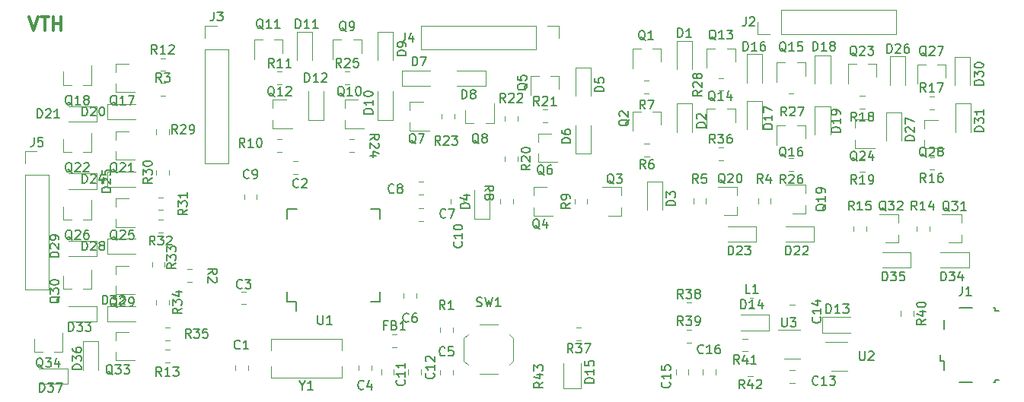
<source format=gbr>
G04 #@! TF.GenerationSoftware,KiCad,Pcbnew,(5.0.1)-3*
G04 #@! TF.CreationDate,2021-03-04T13:58:57-05:00*
G04 #@! TF.ProjectId,pilotage,70696C6F746167652E6B696361645F70,rev?*
G04 #@! TF.SameCoordinates,Original*
G04 #@! TF.FileFunction,Legend,Top*
G04 #@! TF.FilePolarity,Positive*
%FSLAX46Y46*%
G04 Gerber Fmt 4.6, Leading zero omitted, Abs format (unit mm)*
G04 Created by KiCad (PCBNEW (5.0.1)-3) date 04/03/2021 13:58:57*
%MOMM*%
%LPD*%
G01*
G04 APERTURE LIST*
%ADD10C,0.300000*%
%ADD11C,0.120000*%
%ADD12C,0.150000*%
G04 APERTURE END LIST*
D10*
X82642857Y-57928571D02*
X83142857Y-59428571D01*
X83642857Y-57928571D01*
X83928571Y-57928571D02*
X84785714Y-57928571D01*
X84357142Y-59428571D02*
X84357142Y-57928571D01*
X85285714Y-59428571D02*
X85285714Y-57928571D01*
X85285714Y-58642857D02*
X86142857Y-58642857D01*
X86142857Y-59428571D02*
X86142857Y-57928571D01*
D11*
G04 #@! TO.C,D26*
X180100000Y-62350000D02*
X178400000Y-62350000D01*
X178400000Y-62350000D02*
X178400000Y-65500000D01*
X180100000Y-62350000D02*
X180100000Y-65500000D01*
G04 #@! TO.C,D27*
X179626870Y-68600000D02*
X179626870Y-71750000D01*
X177926870Y-68600000D02*
X177926870Y-71750000D01*
X179626870Y-68600000D02*
X177926870Y-68600000D01*
G04 #@! TO.C,Q24*
X174516870Y-69369261D02*
X174516870Y-70299261D01*
X174516870Y-72529261D02*
X174516870Y-71599261D01*
X174516870Y-72529261D02*
X176676870Y-72529261D01*
X174516870Y-69369261D02*
X175976870Y-69369261D01*
G04 #@! TO.C,Q23*
X176856869Y-63189261D02*
X176856869Y-64649261D01*
X173696869Y-63189261D02*
X173696869Y-65349261D01*
X173696869Y-63189261D02*
X174626869Y-63189261D01*
X176856869Y-63189261D02*
X175926869Y-63189261D01*
G04 #@! TO.C,R18*
X175538122Y-68159261D02*
X175015618Y-68159261D01*
X175538122Y-66739261D02*
X175015618Y-66739261D01*
G04 #@! TO.C,R19*
X175538122Y-73739261D02*
X175015618Y-73739261D01*
X175538122Y-75159261D02*
X175015618Y-75159261D01*
G04 #@! TO.C,J3*
X102170000Y-74280000D02*
X104830000Y-74280000D01*
X102170000Y-61520000D02*
X102170000Y-74280000D01*
X104830000Y-61520000D02*
X104830000Y-74280000D01*
X102170000Y-61520000D02*
X104830000Y-61520000D01*
X102170000Y-60250000D02*
X102170000Y-58920000D01*
X102170000Y-58920000D02*
X103500000Y-58920000D01*
G04 #@! TO.C,C3*
X106761252Y-89960000D02*
X106238748Y-89960000D01*
X106761252Y-88540000D02*
X106238748Y-88540000D01*
G04 #@! TO.C,C1*
X105540000Y-96738748D02*
X105540000Y-97261252D01*
X106960000Y-96738748D02*
X106960000Y-97261252D01*
G04 #@! TO.C,C2*
X111988748Y-75460000D02*
X112511252Y-75460000D01*
X111988748Y-74040000D02*
X112511252Y-74040000D01*
G04 #@! TO.C,C4*
X119290000Y-97261252D02*
X119290000Y-96738748D01*
X120710000Y-97261252D02*
X120710000Y-96738748D01*
G04 #@! TO.C,C5*
X129755447Y-97302366D02*
X129755447Y-97824870D01*
X128335447Y-97302366D02*
X128335447Y-97824870D01*
G04 #@! TO.C,C6*
X124290000Y-88738748D02*
X124290000Y-89261252D01*
X125710000Y-88738748D02*
X125710000Y-89261252D01*
G04 #@! TO.C,C7*
X125988748Y-79290000D02*
X126511252Y-79290000D01*
X125988748Y-80710000D02*
X126511252Y-80710000D01*
G04 #@! TO.C,C8*
X126511252Y-76290000D02*
X125988748Y-76290000D01*
X126511252Y-77710000D02*
X125988748Y-77710000D01*
G04 #@! TO.C,C9*
X106540000Y-77738748D02*
X106540000Y-78261252D01*
X107960000Y-77738748D02*
X107960000Y-78261252D01*
G04 #@! TO.C,C10*
X130960000Y-78213749D02*
X130960000Y-78736253D01*
X129540000Y-78213749D02*
X129540000Y-78736253D01*
G04 #@! TO.C,C11*
X123210000Y-97238748D02*
X123210000Y-97761252D01*
X121790000Y-97238748D02*
X121790000Y-97761252D01*
G04 #@! TO.C,C12*
X124790000Y-97238748D02*
X124790000Y-97761252D01*
X126210000Y-97238748D02*
X126210000Y-97761252D01*
G04 #@! TO.C,C13*
X167761252Y-97290000D02*
X167238748Y-97290000D01*
X167761252Y-98710000D02*
X167238748Y-98710000D01*
G04 #@! TO.C,C14*
X167238748Y-90040000D02*
X167761252Y-90040000D01*
X167238748Y-91460000D02*
X167761252Y-91460000D01*
G04 #@! TO.C,C15*
X155960000Y-97238748D02*
X155960000Y-97761252D01*
X154540000Y-97238748D02*
X154540000Y-97761252D01*
G04 #@! TO.C,C16*
X157540000Y-97238748D02*
X157540000Y-97761252D01*
X158960000Y-97238748D02*
X158960000Y-97761252D01*
G04 #@! TO.C,D1*
X156400000Y-60600000D02*
X154700000Y-60600000D01*
X154700000Y-60600000D02*
X154700000Y-63750000D01*
X156400000Y-60600000D02*
X156400000Y-63750000D01*
G04 #@! TO.C,D2*
X156400000Y-67600000D02*
X156400000Y-70750000D01*
X154700000Y-67600000D02*
X154700000Y-70750000D01*
X156400000Y-67600000D02*
X154700000Y-67600000D01*
G04 #@! TO.C,D3*
X153050000Y-76300000D02*
X153050000Y-79450000D01*
X151350000Y-76300000D02*
X151350000Y-79450000D01*
X153050000Y-76300000D02*
X151350000Y-76300000D01*
G04 #@! TO.C,D4*
X132150000Y-80400000D02*
X133850000Y-80400000D01*
X133850000Y-80400000D02*
X133850000Y-77250000D01*
X132150000Y-80400000D02*
X132150000Y-77250000D01*
G04 #@! TO.C,D5*
X145100000Y-63600000D02*
X143400000Y-63600000D01*
X143400000Y-63600000D02*
X143400000Y-66750000D01*
X145100000Y-63600000D02*
X145100000Y-66750000D01*
G04 #@! TO.C,D6*
X143400000Y-73150000D02*
X145100000Y-73150000D01*
X145100000Y-73150000D02*
X145100000Y-70000000D01*
X143400000Y-73150000D02*
X143400000Y-70000000D01*
G04 #@! TO.C,D7*
X124087501Y-63912889D02*
X127237501Y-63912889D01*
X124087501Y-65612889D02*
X127237501Y-65612889D01*
X124087501Y-63912889D02*
X124087501Y-65612889D01*
G04 #@! TO.C,D8*
X133387500Y-65612889D02*
X133387500Y-63912889D01*
X133387500Y-63912889D02*
X130237500Y-63912889D01*
X133387500Y-65612889D02*
X130237500Y-65612889D01*
G04 #@! TO.C,D9*
X123100000Y-59600000D02*
X123100000Y-62750000D01*
X121400000Y-59600000D02*
X121400000Y-62750000D01*
X123100000Y-59600000D02*
X121400000Y-59600000D01*
G04 #@! TO.C,D10*
X121400000Y-69400000D02*
X123100000Y-69400000D01*
X123100000Y-69400000D02*
X123100000Y-66250000D01*
X121400000Y-69400000D02*
X121400000Y-66250000D01*
G04 #@! TO.C,D11*
X114100000Y-59600000D02*
X112400000Y-59600000D01*
X112400000Y-59600000D02*
X112400000Y-62750000D01*
X114100000Y-59600000D02*
X114100000Y-62750000D01*
G04 #@! TO.C,D12*
X113650000Y-69400000D02*
X115350000Y-69400000D01*
X115350000Y-69400000D02*
X115350000Y-66250000D01*
X113650000Y-69400000D02*
X113650000Y-66250000D01*
G04 #@! TO.C,D13*
X170850000Y-91400000D02*
X174000000Y-91400000D01*
X170850000Y-93100000D02*
X174000000Y-93100000D01*
X170850000Y-91400000D02*
X170850000Y-93100000D01*
G04 #@! TO.C,D14*
X164900000Y-92850000D02*
X161750000Y-92850000D01*
X164900000Y-91150000D02*
X161750000Y-91150000D01*
X164900000Y-92850000D02*
X164900000Y-91150000D01*
G04 #@! TO.C,D15*
X142040000Y-96500000D02*
X142040000Y-99360000D01*
X142040000Y-99360000D02*
X143960000Y-99360000D01*
X143960000Y-99360000D02*
X143960000Y-96500000D01*
G04 #@! TO.C,D16*
X164150000Y-62100000D02*
X164150000Y-65250000D01*
X162450000Y-62100000D02*
X162450000Y-65250000D01*
X164150000Y-62100000D02*
X162450000Y-62100000D01*
G04 #@! TO.C,D17*
X164176870Y-67299261D02*
X162476870Y-67299261D01*
X162476870Y-67299261D02*
X162476870Y-70449261D01*
X164176870Y-67299261D02*
X164176870Y-70449261D01*
G04 #@! TO.C,D18*
X171726870Y-62200000D02*
X171726870Y-65350000D01*
X170026870Y-62200000D02*
X170026870Y-65350000D01*
X171726870Y-62200000D02*
X170026870Y-62200000D01*
G04 #@! TO.C,D19*
X171726870Y-67899261D02*
X171726870Y-71049261D01*
X170026870Y-67899261D02*
X170026870Y-71049261D01*
X171726870Y-67899261D02*
X170026870Y-67899261D01*
G04 #@! TO.C,D20*
X91350000Y-67650000D02*
X91350000Y-69350000D01*
X91350000Y-69350000D02*
X94500000Y-69350000D01*
X91350000Y-67650000D02*
X94500000Y-67650000D01*
G04 #@! TO.C,D21*
X90150000Y-69600000D02*
X90150000Y-67900000D01*
X90150000Y-67900000D02*
X87000000Y-67900000D01*
X90150000Y-69600000D02*
X87000000Y-69600000D01*
G04 #@! TO.C,D22*
X169900000Y-83000000D02*
X169900000Y-81300000D01*
X169900000Y-81300000D02*
X166750000Y-81300000D01*
X169900000Y-83000000D02*
X166750000Y-83000000D01*
G04 #@! TO.C,D23*
X163500000Y-83000000D02*
X163500000Y-81300000D01*
X163500000Y-81300000D02*
X160350000Y-81300000D01*
X163500000Y-83000000D02*
X160350000Y-83000000D01*
G04 #@! TO.C,D24*
X91350000Y-75150000D02*
X94500000Y-75150000D01*
X91350000Y-76850000D02*
X94500000Y-76850000D01*
X91350000Y-75150000D02*
X91350000Y-76850000D01*
G04 #@! TO.C,D25*
X90150000Y-77100000D02*
X90150000Y-75400000D01*
X90150000Y-75400000D02*
X87000000Y-75400000D01*
X90150000Y-77100000D02*
X87000000Y-77100000D01*
G04 #@! TO.C,D28*
X91350000Y-82650000D02*
X91350000Y-84350000D01*
X91350000Y-84350000D02*
X94500000Y-84350000D01*
X91350000Y-82650000D02*
X94500000Y-82650000D01*
G04 #@! TO.C,D29*
X90150000Y-84600000D02*
X87000000Y-84600000D01*
X90150000Y-82900000D02*
X87000000Y-82900000D01*
X90150000Y-84600000D02*
X90150000Y-82900000D01*
G04 #@! TO.C,D30*
X187300000Y-62400000D02*
X187300000Y-65550000D01*
X185600000Y-62400000D02*
X185600000Y-65550000D01*
X187300000Y-62400000D02*
X185600000Y-62400000D01*
G04 #@! TO.C,D31*
X187326870Y-67599261D02*
X187326870Y-70749261D01*
X185626870Y-67599261D02*
X185626870Y-70749261D01*
X187326870Y-67599261D02*
X185626870Y-67599261D01*
G04 #@! TO.C,D32*
X91350000Y-90150000D02*
X94500000Y-90150000D01*
X91350000Y-91850000D02*
X94500000Y-91850000D01*
X91350000Y-90150000D02*
X91350000Y-91850000D01*
G04 #@! TO.C,D33*
X90150000Y-91850000D02*
X90150000Y-90150000D01*
X90150000Y-90150000D02*
X87000000Y-90150000D01*
X90150000Y-91850000D02*
X87000000Y-91850000D01*
G04 #@! TO.C,D34*
X187150000Y-85876870D02*
X184000000Y-85876870D01*
X187150000Y-84176870D02*
X184000000Y-84176870D01*
X187150000Y-85876870D02*
X187150000Y-84176870D01*
G04 #@! TO.C,D35*
X180650000Y-85876870D02*
X177500000Y-85876870D01*
X180650000Y-84176870D02*
X177500000Y-84176870D01*
X180650000Y-85876870D02*
X180650000Y-84176870D01*
G04 #@! TO.C,D36*
X90350000Y-94100000D02*
X90350000Y-97250000D01*
X88650000Y-94100000D02*
X88650000Y-97250000D01*
X90350000Y-94100000D02*
X88650000Y-94100000D01*
G04 #@! TO.C,D37*
X86900000Y-98850000D02*
X86900000Y-97150000D01*
X86900000Y-97150000D02*
X83750000Y-97150000D01*
X86900000Y-98850000D02*
X83750000Y-98850000D01*
G04 #@! TO.C,FB1*
X122988748Y-93290000D02*
X123511252Y-93290000D01*
X122988748Y-94710000D02*
X123511252Y-94710000D01*
D12*
G04 #@! TO.C,J1*
X186100000Y-98650000D02*
X187500000Y-98650000D01*
X189900000Y-98650000D02*
X190050000Y-98650000D01*
X190050000Y-98650000D02*
X190050000Y-98350000D01*
X190050000Y-98350000D02*
X190500000Y-98350000D01*
X190500000Y-90650000D02*
X190050000Y-90650000D01*
X190050000Y-90650000D02*
X190050000Y-90350000D01*
X190050000Y-90350000D02*
X189900000Y-90350000D01*
X187500000Y-90350000D02*
X186100000Y-90350000D01*
X183925000Y-95575000D02*
X183925000Y-96300000D01*
X183925000Y-96300000D02*
X184350000Y-96300000D01*
X184350000Y-96300000D02*
X184350000Y-97300000D01*
X184350000Y-92700000D02*
X184350000Y-91700000D01*
D11*
G04 #@! TO.C,L1*
X163171267Y-90260000D02*
X162828733Y-90260000D01*
X163171267Y-89240000D02*
X162828733Y-89240000D01*
G04 #@! TO.C,Q1*
X152880000Y-61490000D02*
X152880000Y-62950000D01*
X149720000Y-61490000D02*
X149720000Y-63650000D01*
X149720000Y-61490000D02*
X150650000Y-61490000D01*
X152880000Y-61490000D02*
X151950000Y-61490000D01*
G04 #@! TO.C,Q2*
X152880000Y-68490000D02*
X152880000Y-69950000D01*
X149720000Y-68490000D02*
X149720000Y-70650000D01*
X149720000Y-68490000D02*
X150650000Y-68490000D01*
X152880000Y-68490000D02*
X151950000Y-68490000D01*
G04 #@! TO.C,Q3*
X148510000Y-80080000D02*
X148510000Y-79150000D01*
X148510000Y-76920000D02*
X148510000Y-77850000D01*
X148510000Y-76920000D02*
X146350000Y-76920000D01*
X148510000Y-80080000D02*
X147050000Y-80080000D01*
G04 #@! TO.C,Q4*
X138740000Y-76920000D02*
X140200000Y-76920000D01*
X138740000Y-80080000D02*
X140900000Y-80080000D01*
X138740000Y-80080000D02*
X138740000Y-79150000D01*
X138740000Y-76920000D02*
X138740000Y-77850000D01*
G04 #@! TO.C,Q5*
X141580000Y-64490000D02*
X140650000Y-64490000D01*
X138420000Y-64490000D02*
X139350000Y-64490000D01*
X138420000Y-64490000D02*
X138420000Y-66650000D01*
X141580000Y-64490000D02*
X141580000Y-65950000D01*
G04 #@! TO.C,Q6*
X139240000Y-70920000D02*
X139240000Y-71850000D01*
X139240000Y-74080000D02*
X139240000Y-73150000D01*
X139240000Y-74080000D02*
X141400000Y-74080000D01*
X139240000Y-70920000D02*
X140700000Y-70920000D01*
G04 #@! TO.C,Q7*
X124977500Y-67432889D02*
X126437500Y-67432889D01*
X124977500Y-70592889D02*
X127137500Y-70592889D01*
X124977500Y-70592889D02*
X124977500Y-69662889D01*
X124977500Y-67432889D02*
X124977500Y-68362889D01*
G04 #@! TO.C,Q8*
X131157500Y-69772889D02*
X131157500Y-68312889D01*
X134317500Y-69772889D02*
X134317500Y-67612889D01*
X134317500Y-69772889D02*
X133387500Y-69772889D01*
X131157500Y-69772889D02*
X132087500Y-69772889D01*
G04 #@! TO.C,Q9*
X119580000Y-60490001D02*
X118650000Y-60490001D01*
X116420000Y-60490001D02*
X117350000Y-60490001D01*
X116420000Y-60490001D02*
X116420000Y-62650001D01*
X119580000Y-60490001D02*
X119580000Y-61950001D01*
G04 #@! TO.C,Q10*
X117740000Y-67170000D02*
X117740000Y-68100000D01*
X117740000Y-70330000D02*
X117740000Y-69400000D01*
X117740000Y-70330000D02*
X119900000Y-70330000D01*
X117740000Y-67170000D02*
X119200000Y-67170000D01*
G04 #@! TO.C,Q11*
X110830000Y-60490000D02*
X110830000Y-61950000D01*
X107670000Y-60490000D02*
X107670000Y-62650000D01*
X107670000Y-60490000D02*
X108600000Y-60490000D01*
X110830000Y-60490000D02*
X109900000Y-60490000D01*
G04 #@! TO.C,Q12*
X109740000Y-67170000D02*
X109740000Y-68100000D01*
X109740000Y-70330000D02*
X109740000Y-69400000D01*
X109740000Y-70330000D02*
X111900000Y-70330000D01*
X109740000Y-67170000D02*
X111200000Y-67170000D01*
G04 #@! TO.C,Q13*
X161163776Y-61443309D02*
X160233776Y-61443309D01*
X158003776Y-61443309D02*
X158933776Y-61443309D01*
X158003776Y-61443309D02*
X158003776Y-63603309D01*
X161163776Y-61443309D02*
X161163776Y-62903309D01*
G04 #@! TO.C,Q14*
X161156870Y-68189261D02*
X161156870Y-69649261D01*
X157996870Y-68189261D02*
X157996870Y-70349261D01*
X157996870Y-68189261D02*
X158926870Y-68189261D01*
X161156870Y-68189261D02*
X160226870Y-68189261D01*
G04 #@! TO.C,Q15*
X168956871Y-63039261D02*
X168026871Y-63039261D01*
X165796871Y-63039261D02*
X166726871Y-63039261D01*
X165796871Y-63039261D02*
X165796871Y-65199261D01*
X168956871Y-63039261D02*
X168956871Y-64499261D01*
G04 #@! TO.C,Q16*
X168956870Y-70039261D02*
X168026870Y-70039261D01*
X165796870Y-70039261D02*
X166726870Y-70039261D01*
X165796870Y-70039261D02*
X165796870Y-72199261D01*
X168956870Y-70039261D02*
X168956870Y-71499261D01*
G04 #@! TO.C,Q17*
X92240000Y-63170000D02*
X93700000Y-63170000D01*
X92240000Y-66330000D02*
X94400000Y-66330000D01*
X92240000Y-66330000D02*
X92240000Y-65400000D01*
X92240000Y-63170000D02*
X92240000Y-64100000D01*
G04 #@! TO.C,Q18*
X86420000Y-65510000D02*
X86420000Y-64050000D01*
X89580000Y-65510000D02*
X89580000Y-63350000D01*
X89580000Y-65510000D02*
X88650000Y-65510000D01*
X86420000Y-65510000D02*
X87350000Y-65510000D01*
G04 #@! TO.C,Q19*
X168960000Y-79830001D02*
X168960000Y-78900001D01*
X168960000Y-76670001D02*
X168960000Y-77600001D01*
X168960000Y-76670001D02*
X166800000Y-76670001D01*
X168960000Y-79830001D02*
X167500000Y-79830001D01*
G04 #@! TO.C,Q20*
X161359999Y-80030000D02*
X159899999Y-80030000D01*
X161359999Y-76870000D02*
X159199999Y-76870000D01*
X161359999Y-76870000D02*
X161359999Y-77800000D01*
X161359999Y-80030000D02*
X161359999Y-79100000D01*
G04 #@! TO.C,Q21*
X92240000Y-70670000D02*
X92240000Y-71600000D01*
X92240000Y-73830000D02*
X92240000Y-72900000D01*
X92240000Y-73830000D02*
X94400000Y-73830000D01*
X92240000Y-70670000D02*
X93700000Y-70670000D01*
G04 #@! TO.C,Q22*
X86420000Y-73010000D02*
X87350000Y-73010000D01*
X89580000Y-73010000D02*
X88650000Y-73010000D01*
X89580000Y-73010000D02*
X89580000Y-70850000D01*
X86420000Y-73010000D02*
X86420000Y-71550000D01*
G04 #@! TO.C,Q25*
X92240000Y-78170000D02*
X93700000Y-78170000D01*
X92240000Y-81330000D02*
X94400000Y-81330000D01*
X92240000Y-81330000D02*
X92240000Y-80400000D01*
X92240000Y-78170000D02*
X92240000Y-79100000D01*
G04 #@! TO.C,Q26*
X86420000Y-80510000D02*
X86420000Y-79050000D01*
X89580000Y-80510000D02*
X89580000Y-78350000D01*
X89580000Y-80510000D02*
X88650000Y-80510000D01*
X86420000Y-80510000D02*
X87350000Y-80510000D01*
G04 #@! TO.C,Q27*
X184556870Y-63239261D02*
X183626870Y-63239261D01*
X181396870Y-63239261D02*
X182326870Y-63239261D01*
X181396870Y-63239261D02*
X181396870Y-65399261D01*
X184556870Y-63239261D02*
X184556870Y-64699261D01*
G04 #@! TO.C,Q28*
X182216870Y-69419261D02*
X183676870Y-69419261D01*
X182216870Y-72579261D02*
X184376870Y-72579261D01*
X182216870Y-72579261D02*
X182216870Y-71649261D01*
X182216870Y-69419261D02*
X182216870Y-70349261D01*
G04 #@! TO.C,Q29*
X92240000Y-85670000D02*
X93700000Y-85670000D01*
X92240000Y-88830000D02*
X94400000Y-88830000D01*
X92240000Y-88830000D02*
X92240000Y-87900000D01*
X92240000Y-85670000D02*
X92240000Y-86600000D01*
G04 #@! TO.C,Q30*
X86420000Y-88260000D02*
X87350000Y-88260000D01*
X89580000Y-88260000D02*
X88650000Y-88260000D01*
X89580000Y-88260000D02*
X89580000Y-86100000D01*
X86420000Y-88260000D02*
X86420000Y-86800000D01*
G04 #@! TO.C,Q31*
X186310739Y-83106870D02*
X184850739Y-83106870D01*
X186310739Y-79946870D02*
X184150739Y-79946870D01*
X186310739Y-79946870D02*
X186310739Y-80876870D01*
X186310739Y-83106870D02*
X186310739Y-82176870D01*
G04 #@! TO.C,Q32*
X179310739Y-83106870D02*
X179310739Y-82176870D01*
X179310739Y-79946870D02*
X179310739Y-80876870D01*
X179310739Y-79946870D02*
X177150739Y-79946870D01*
X179310739Y-83106870D02*
X177850739Y-83106870D01*
G04 #@! TO.C,Q33*
X92227160Y-93058004D02*
X93687160Y-93058004D01*
X92227160Y-96218004D02*
X94387160Y-96218004D01*
X92227160Y-96218004D02*
X92227160Y-95288004D01*
X92227160Y-93058004D02*
X92227160Y-93988004D01*
G04 #@! TO.C,Q34*
X83170000Y-95260000D02*
X84100000Y-95260000D01*
X86330000Y-95260000D02*
X85400000Y-95260000D01*
X86330000Y-95260000D02*
X86330000Y-93100000D01*
X83170000Y-95260000D02*
X83170000Y-93800000D01*
G04 #@! TO.C,R1*
X129755447Y-92552366D02*
X129755447Y-93074870D01*
X128335447Y-92552366D02*
X128335447Y-93074870D01*
G04 #@! TO.C,R2*
X100238748Y-87460000D02*
X100761252Y-87460000D01*
X100238748Y-86040000D02*
X100761252Y-86040000D01*
G04 #@! TO.C,R3*
X97238748Y-65290000D02*
X97761252Y-65290000D01*
X97238748Y-66710000D02*
X97761252Y-66710000D01*
G04 #@! TO.C,R4*
X163690000Y-78188748D02*
X163690000Y-78711252D01*
X165110000Y-78188748D02*
X165110000Y-78711252D01*
G04 #@! TO.C,R5*
X157910000Y-78188748D02*
X157910000Y-78711252D01*
X156490000Y-78188748D02*
X156490000Y-78711252D01*
G04 #@! TO.C,R6*
X151586251Y-72040000D02*
X151063747Y-72040000D01*
X151586251Y-73460000D02*
X151063747Y-73460000D01*
G04 #@! TO.C,R7*
X151561252Y-66460000D02*
X151038748Y-66460000D01*
X151561252Y-65040000D02*
X151038748Y-65040000D01*
G04 #@! TO.C,R8*
X136460000Y-78761252D02*
X136460000Y-78238748D01*
X135040000Y-78761252D02*
X135040000Y-78238748D01*
G04 #@! TO.C,SW1*
X131450000Y-93300000D02*
X131000000Y-93750000D01*
X131450000Y-96700000D02*
X131000000Y-96250000D01*
X136050000Y-96700000D02*
X136500000Y-96250000D01*
X136050000Y-93300000D02*
X136500000Y-93750000D01*
X134750000Y-97750000D02*
X132750000Y-97750000D01*
X131000000Y-93750000D02*
X131000000Y-96250000D01*
X134750000Y-92250000D02*
X132750000Y-92250000D01*
X136500000Y-93750000D02*
X136500000Y-96250000D01*
D12*
G04 #@! TO.C,U1*
X111325000Y-89675000D02*
X112325000Y-89675000D01*
X111325000Y-79325000D02*
X112400000Y-79325000D01*
X121675000Y-79325000D02*
X120600000Y-79325000D01*
X121675000Y-89675000D02*
X120600000Y-89675000D01*
X111325000Y-89675000D02*
X111325000Y-88600000D01*
X121675000Y-89675000D02*
X121675000Y-88600000D01*
X121675000Y-79325000D02*
X121675000Y-80400000D01*
X111325000Y-79325000D02*
X111325000Y-80400000D01*
X112325000Y-89675000D02*
X112325000Y-90700000D01*
D11*
G04 #@! TO.C,U2*
X171850000Y-97360000D02*
X173650000Y-97360000D01*
X173650000Y-94140000D02*
X171200000Y-94140000D01*
G04 #@! TO.C,U3*
X168400000Y-92840000D02*
X165950000Y-92840000D01*
X166600000Y-96060000D02*
X168400000Y-96060000D01*
G04 #@! TO.C,Y1*
X109580000Y-93830000D02*
X117420000Y-93830000D01*
X109580000Y-93830000D02*
X109580000Y-95100000D01*
X117420000Y-93830000D02*
X117420000Y-95100000D01*
X109580000Y-98170000D02*
X117420000Y-98170000D01*
X109580000Y-98170000D02*
X109580000Y-96900000D01*
X117420000Y-98170000D02*
X117420000Y-96900000D01*
G04 #@! TO.C,J2*
X179030000Y-59830000D02*
X179030000Y-57170000D01*
X166270000Y-59830000D02*
X179030000Y-59830000D01*
X166270000Y-57170000D02*
X179030000Y-57170000D01*
X166270000Y-59830000D02*
X166270000Y-57170000D01*
X165000000Y-59830000D02*
X163670000Y-59830000D01*
X163670000Y-59830000D02*
X163670000Y-58500000D01*
G04 #@! TO.C,J4*
X126220000Y-58920000D02*
X126220000Y-61580000D01*
X138980000Y-58920000D02*
X126220000Y-58920000D01*
X138980000Y-61580000D02*
X126220000Y-61580000D01*
X138980000Y-58920000D02*
X138980000Y-61580000D01*
X140250000Y-58920000D02*
X141580000Y-58920000D01*
X141580000Y-58920000D02*
X141580000Y-60250000D01*
G04 #@! TO.C,R10*
X110761252Y-72960000D02*
X110238748Y-72960000D01*
X110761252Y-71540000D02*
X110238748Y-71540000D01*
G04 #@! TO.C,R11*
X110238748Y-65460000D02*
X110761252Y-65460000D01*
X110238748Y-64040000D02*
X110761252Y-64040000D01*
G04 #@! TO.C,R12*
X97238748Y-62540000D02*
X97761252Y-62540000D01*
X97238748Y-63960000D02*
X97761252Y-63960000D01*
G04 #@! TO.C,R13*
X97738748Y-96460000D02*
X98261252Y-96460000D01*
X97738748Y-95040000D02*
X98261252Y-95040000D01*
G04 #@! TO.C,R14*
X181340739Y-81788122D02*
X181340739Y-81265618D01*
X182760739Y-81788122D02*
X182760739Y-81265618D01*
G04 #@! TO.C,R15*
X175760739Y-81788123D02*
X175760739Y-81265619D01*
X174340739Y-81788123D02*
X174340739Y-81265619D01*
G04 #@! TO.C,R16*
X183261252Y-74960000D02*
X182738748Y-74960000D01*
X183261252Y-73540000D02*
X182738748Y-73540000D01*
G04 #@! TO.C,R17*
X182738748Y-68210000D02*
X183261252Y-68210000D01*
X182738748Y-66790000D02*
X183261252Y-66790000D01*
G04 #@! TO.C,R20*
X136960000Y-73488748D02*
X136960000Y-74011252D01*
X135540000Y-73488748D02*
X135540000Y-74011252D01*
G04 #@! TO.C,R21*
X139738748Y-68290000D02*
X140261252Y-68290000D01*
X139738748Y-69710000D02*
X140261252Y-69710000D01*
G04 #@! TO.C,R22*
X136960000Y-69511252D02*
X136960000Y-68988748D01*
X135540000Y-69511252D02*
X135540000Y-68988748D01*
G04 #@! TO.C,R23*
X128527500Y-69274141D02*
X128527500Y-68751637D01*
X129947500Y-69274141D02*
X129947500Y-68751637D01*
G04 #@! TO.C,R24*
X118238748Y-72960000D02*
X118761252Y-72960000D01*
X118238748Y-71540000D02*
X118761252Y-71540000D01*
G04 #@! TO.C,R25*
X117738748Y-64040000D02*
X118261252Y-64040000D01*
X117738748Y-65460000D02*
X118261252Y-65460000D01*
G04 #@! TO.C,R26*
X167661252Y-73690000D02*
X167138748Y-73690000D01*
X167661252Y-75110000D02*
X167138748Y-75110000D01*
G04 #@! TO.C,R27*
X167661252Y-67910000D02*
X167138748Y-67910000D01*
X167661252Y-66490000D02*
X167138748Y-66490000D01*
G04 #@! TO.C,R28*
X159838122Y-64739261D02*
X159315618Y-64739261D01*
X159838122Y-66159261D02*
X159315618Y-66159261D01*
G04 #@! TO.C,R29*
X98210000Y-71011252D02*
X98210000Y-70488748D01*
X96790000Y-71011252D02*
X96790000Y-70488748D01*
G04 #@! TO.C,R30*
X96790000Y-75511252D02*
X96790000Y-74988748D01*
X98210000Y-75511252D02*
X98210000Y-74988748D01*
G04 #@! TO.C,R31*
X97536251Y-78040000D02*
X97013747Y-78040000D01*
X97536251Y-79460000D02*
X97013747Y-79460000D01*
G04 #@! TO.C,R32*
X97511252Y-81960000D02*
X96988748Y-81960000D01*
X97511252Y-80540000D02*
X96988748Y-80540000D01*
G04 #@! TO.C,R33*
X96290000Y-85238748D02*
X96290000Y-85761252D01*
X97710000Y-85238748D02*
X97710000Y-85761252D01*
G04 #@! TO.C,R34*
X98210000Y-89488748D02*
X98210000Y-90011252D01*
X96790000Y-89488748D02*
X96790000Y-90011252D01*
G04 #@! TO.C,R35*
X98261252Y-92540000D02*
X97738748Y-92540000D01*
X98261252Y-93960000D02*
X97738748Y-93960000D01*
G04 #@! TO.C,R36*
X159288748Y-72490000D02*
X159811252Y-72490000D01*
X159288748Y-73910000D02*
X159811252Y-73910000D01*
G04 #@! TO.C,R37*
X144011252Y-92540000D02*
X143488748Y-92540000D01*
X144011252Y-93960000D02*
X143488748Y-93960000D01*
G04 #@! TO.C,R38*
X155738748Y-89790000D02*
X156261252Y-89790000D01*
X155738748Y-91210000D02*
X156261252Y-91210000D01*
G04 #@! TO.C,R39*
X155738748Y-94210000D02*
X156261252Y-94210000D01*
X155738748Y-92790000D02*
X156261252Y-92790000D01*
G04 #@! TO.C,R40*
X180960000Y-90713749D02*
X180960000Y-91236253D01*
X179540000Y-90713749D02*
X179540000Y-91236253D01*
G04 #@! TO.C,R41*
X162511252Y-93790000D02*
X161988748Y-93790000D01*
X162511252Y-95210000D02*
X161988748Y-95210000D01*
G04 #@! TO.C,R42*
X163096028Y-97960000D02*
X162573524Y-97960000D01*
X163096028Y-96540000D02*
X162573524Y-96540000D01*
G04 #@! TO.C,J5*
X82170000Y-88280000D02*
X84830000Y-88280000D01*
X82170000Y-75520000D02*
X82170000Y-88280000D01*
X84830000Y-75520000D02*
X84830000Y-88280000D01*
X82170000Y-75520000D02*
X84830000Y-75520000D01*
X82170000Y-74250000D02*
X82170000Y-72920000D01*
X82170000Y-72920000D02*
X83500000Y-72920000D01*
G04 #@! TO.C,R9*
X143290000Y-78761252D02*
X143290000Y-78238748D01*
X144710000Y-78761252D02*
X144710000Y-78238748D01*
G04 #@! TO.C,D26*
D12*
X178035714Y-61952380D02*
X178035714Y-60952380D01*
X178273809Y-60952380D01*
X178416666Y-61000000D01*
X178511904Y-61095238D01*
X178559523Y-61190476D01*
X178607142Y-61380952D01*
X178607142Y-61523809D01*
X178559523Y-61714285D01*
X178511904Y-61809523D01*
X178416666Y-61904761D01*
X178273809Y-61952380D01*
X178035714Y-61952380D01*
X178988095Y-61047619D02*
X179035714Y-61000000D01*
X179130952Y-60952380D01*
X179369047Y-60952380D01*
X179464285Y-61000000D01*
X179511904Y-61047619D01*
X179559523Y-61142857D01*
X179559523Y-61238095D01*
X179511904Y-61380952D01*
X178940476Y-61952380D01*
X179559523Y-61952380D01*
X180416666Y-60952380D02*
X180226190Y-60952380D01*
X180130952Y-61000000D01*
X180083333Y-61047619D01*
X179988095Y-61190476D01*
X179940476Y-61380952D01*
X179940476Y-61761904D01*
X179988095Y-61857142D01*
X180035714Y-61904761D01*
X180130952Y-61952380D01*
X180321428Y-61952380D01*
X180416666Y-61904761D01*
X180464285Y-61857142D01*
X180511904Y-61761904D01*
X180511904Y-61523809D01*
X180464285Y-61428571D01*
X180416666Y-61380952D01*
X180321428Y-61333333D01*
X180130952Y-61333333D01*
X180035714Y-61380952D01*
X179988095Y-61428571D01*
X179940476Y-61523809D01*
G04 #@! TO.C,D27*
X181079250Y-71714285D02*
X180079250Y-71714285D01*
X180079250Y-71476190D01*
X180126870Y-71333333D01*
X180222108Y-71238095D01*
X180317346Y-71190476D01*
X180507822Y-71142857D01*
X180650679Y-71142857D01*
X180841155Y-71190476D01*
X180936393Y-71238095D01*
X181031631Y-71333333D01*
X181079250Y-71476190D01*
X181079250Y-71714285D01*
X180174489Y-70761904D02*
X180126870Y-70714285D01*
X180079250Y-70619047D01*
X180079250Y-70380952D01*
X180126870Y-70285714D01*
X180174489Y-70238095D01*
X180269727Y-70190476D01*
X180364965Y-70190476D01*
X180507822Y-70238095D01*
X181079250Y-70809523D01*
X181079250Y-70190476D01*
X180079250Y-69857142D02*
X180079250Y-69190476D01*
X181079250Y-69619047D01*
G04 #@! TO.C,Q24*
X174705441Y-73996880D02*
X174610203Y-73949261D01*
X174514965Y-73854022D01*
X174372108Y-73711165D01*
X174276870Y-73663546D01*
X174181631Y-73663546D01*
X174229250Y-73901641D02*
X174134012Y-73854022D01*
X174038774Y-73758784D01*
X173991155Y-73568308D01*
X173991155Y-73234975D01*
X174038774Y-73044499D01*
X174134012Y-72949261D01*
X174229250Y-72901641D01*
X174419727Y-72901641D01*
X174514965Y-72949261D01*
X174610203Y-73044499D01*
X174657822Y-73234975D01*
X174657822Y-73568308D01*
X174610203Y-73758784D01*
X174514965Y-73854022D01*
X174419727Y-73901641D01*
X174229250Y-73901641D01*
X175038774Y-72996880D02*
X175086393Y-72949261D01*
X175181631Y-72901641D01*
X175419727Y-72901641D01*
X175514965Y-72949261D01*
X175562584Y-72996880D01*
X175610203Y-73092118D01*
X175610203Y-73187356D01*
X175562584Y-73330213D01*
X174991155Y-73901641D01*
X175610203Y-73901641D01*
X176467346Y-73234975D02*
X176467346Y-73901641D01*
X176229250Y-72854022D02*
X175991155Y-73568308D01*
X176610203Y-73568308D01*
G04 #@! TO.C,Q23*
X174678571Y-62297619D02*
X174583333Y-62250000D01*
X174488095Y-62154761D01*
X174345238Y-62011904D01*
X174250000Y-61964285D01*
X174154761Y-61964285D01*
X174202380Y-62202380D02*
X174107142Y-62154761D01*
X174011904Y-62059523D01*
X173964285Y-61869047D01*
X173964285Y-61535714D01*
X174011904Y-61345238D01*
X174107142Y-61250000D01*
X174202380Y-61202380D01*
X174392857Y-61202380D01*
X174488095Y-61250000D01*
X174583333Y-61345238D01*
X174630952Y-61535714D01*
X174630952Y-61869047D01*
X174583333Y-62059523D01*
X174488095Y-62154761D01*
X174392857Y-62202380D01*
X174202380Y-62202380D01*
X175011904Y-61297619D02*
X175059523Y-61250000D01*
X175154761Y-61202380D01*
X175392857Y-61202380D01*
X175488095Y-61250000D01*
X175535714Y-61297619D01*
X175583333Y-61392857D01*
X175583333Y-61488095D01*
X175535714Y-61630952D01*
X174964285Y-62202380D01*
X175583333Y-62202380D01*
X175916666Y-61202380D02*
X176535714Y-61202380D01*
X176202380Y-61583333D01*
X176345238Y-61583333D01*
X176440476Y-61630952D01*
X176488095Y-61678571D01*
X176535714Y-61773809D01*
X176535714Y-62011904D01*
X176488095Y-62107142D01*
X176440476Y-62154761D01*
X176345238Y-62202380D01*
X176059523Y-62202380D01*
X175964285Y-62154761D01*
X175916666Y-62107142D01*
G04 #@! TO.C,R18*
X174634012Y-69551641D02*
X174300679Y-69075451D01*
X174062584Y-69551641D02*
X174062584Y-68551641D01*
X174443536Y-68551641D01*
X174538774Y-68599261D01*
X174586393Y-68646880D01*
X174634012Y-68742118D01*
X174634012Y-68884975D01*
X174586393Y-68980213D01*
X174538774Y-69027832D01*
X174443536Y-69075451D01*
X174062584Y-69075451D01*
X175586393Y-69551641D02*
X175014965Y-69551641D01*
X175300679Y-69551641D02*
X175300679Y-68551641D01*
X175205441Y-68694499D01*
X175110203Y-68789737D01*
X175014965Y-68837356D01*
X176157822Y-68980213D02*
X176062584Y-68932594D01*
X176014965Y-68884975D01*
X175967346Y-68789737D01*
X175967346Y-68742118D01*
X176014965Y-68646880D01*
X176062584Y-68599261D01*
X176157822Y-68551641D01*
X176348298Y-68551641D01*
X176443536Y-68599261D01*
X176491155Y-68646880D01*
X176538774Y-68742118D01*
X176538774Y-68789737D01*
X176491155Y-68884975D01*
X176443536Y-68932594D01*
X176348298Y-68980213D01*
X176157822Y-68980213D01*
X176062584Y-69027832D01*
X176014965Y-69075451D01*
X175967346Y-69170689D01*
X175967346Y-69361165D01*
X176014965Y-69456403D01*
X176062584Y-69504022D01*
X176157822Y-69551641D01*
X176348298Y-69551641D01*
X176443536Y-69504022D01*
X176491155Y-69456403D01*
X176538774Y-69361165D01*
X176538774Y-69170689D01*
X176491155Y-69075451D01*
X176443536Y-69027832D01*
X176348298Y-68980213D01*
G04 #@! TO.C,R19*
X174634012Y-76551641D02*
X174300679Y-76075451D01*
X174062584Y-76551641D02*
X174062584Y-75551641D01*
X174443536Y-75551641D01*
X174538774Y-75599261D01*
X174586393Y-75646880D01*
X174634012Y-75742118D01*
X174634012Y-75884975D01*
X174586393Y-75980213D01*
X174538774Y-76027832D01*
X174443536Y-76075451D01*
X174062584Y-76075451D01*
X175586393Y-76551641D02*
X175014965Y-76551641D01*
X175300679Y-76551641D02*
X175300679Y-75551641D01*
X175205441Y-75694499D01*
X175110203Y-75789737D01*
X175014965Y-75837356D01*
X176062584Y-76551641D02*
X176253060Y-76551641D01*
X176348298Y-76504022D01*
X176395917Y-76456403D01*
X176491155Y-76313546D01*
X176538774Y-76123070D01*
X176538774Y-75742118D01*
X176491155Y-75646880D01*
X176443536Y-75599261D01*
X176348298Y-75551641D01*
X176157822Y-75551641D01*
X176062584Y-75599261D01*
X176014965Y-75646880D01*
X175967346Y-75742118D01*
X175967346Y-75980213D01*
X176014965Y-76075451D01*
X176062584Y-76123070D01*
X176157822Y-76170689D01*
X176348298Y-76170689D01*
X176443536Y-76123070D01*
X176491155Y-76075451D01*
X176538774Y-75980213D01*
G04 #@! TO.C,J3*
X103166666Y-57372380D02*
X103166666Y-58086666D01*
X103119047Y-58229523D01*
X103023809Y-58324761D01*
X102880952Y-58372380D01*
X102785714Y-58372380D01*
X103547619Y-57372380D02*
X104166666Y-57372380D01*
X103833333Y-57753333D01*
X103976190Y-57753333D01*
X104071428Y-57800952D01*
X104119047Y-57848571D01*
X104166666Y-57943809D01*
X104166666Y-58181904D01*
X104119047Y-58277142D01*
X104071428Y-58324761D01*
X103976190Y-58372380D01*
X103690476Y-58372380D01*
X103595238Y-58324761D01*
X103547619Y-58277142D01*
G04 #@! TO.C,C3*
X106333333Y-88107142D02*
X106285714Y-88154761D01*
X106142857Y-88202380D01*
X106047619Y-88202380D01*
X105904761Y-88154761D01*
X105809523Y-88059523D01*
X105761904Y-87964285D01*
X105714285Y-87773809D01*
X105714285Y-87630952D01*
X105761904Y-87440476D01*
X105809523Y-87345238D01*
X105904761Y-87250000D01*
X106047619Y-87202380D01*
X106142857Y-87202380D01*
X106285714Y-87250000D01*
X106333333Y-87297619D01*
X106666666Y-87202380D02*
X107285714Y-87202380D01*
X106952380Y-87583333D01*
X107095238Y-87583333D01*
X107190476Y-87630952D01*
X107238095Y-87678571D01*
X107285714Y-87773809D01*
X107285714Y-88011904D01*
X107238095Y-88107142D01*
X107190476Y-88154761D01*
X107095238Y-88202380D01*
X106809523Y-88202380D01*
X106714285Y-88154761D01*
X106666666Y-88107142D01*
G04 #@! TO.C,C1*
X106083333Y-94857142D02*
X106035714Y-94904761D01*
X105892857Y-94952380D01*
X105797619Y-94952380D01*
X105654761Y-94904761D01*
X105559523Y-94809523D01*
X105511904Y-94714285D01*
X105464285Y-94523809D01*
X105464285Y-94380952D01*
X105511904Y-94190476D01*
X105559523Y-94095238D01*
X105654761Y-94000000D01*
X105797619Y-93952380D01*
X105892857Y-93952380D01*
X106035714Y-94000000D01*
X106083333Y-94047619D01*
X107035714Y-94952380D02*
X106464285Y-94952380D01*
X106750000Y-94952380D02*
X106750000Y-93952380D01*
X106654761Y-94095238D01*
X106559523Y-94190476D01*
X106464285Y-94238095D01*
G04 #@! TO.C,C2*
X112583333Y-76857142D02*
X112535714Y-76904761D01*
X112392857Y-76952380D01*
X112297619Y-76952380D01*
X112154761Y-76904761D01*
X112059523Y-76809523D01*
X112011904Y-76714285D01*
X111964285Y-76523809D01*
X111964285Y-76380952D01*
X112011904Y-76190476D01*
X112059523Y-76095238D01*
X112154761Y-76000000D01*
X112297619Y-75952380D01*
X112392857Y-75952380D01*
X112535714Y-76000000D01*
X112583333Y-76047619D01*
X112964285Y-76047619D02*
X113011904Y-76000000D01*
X113107142Y-75952380D01*
X113345238Y-75952380D01*
X113440476Y-76000000D01*
X113488095Y-76047619D01*
X113535714Y-76142857D01*
X113535714Y-76238095D01*
X113488095Y-76380952D01*
X112916666Y-76952380D01*
X113535714Y-76952380D01*
G04 #@! TO.C,C4*
X119833333Y-99357142D02*
X119785714Y-99404761D01*
X119642857Y-99452380D01*
X119547619Y-99452380D01*
X119404761Y-99404761D01*
X119309523Y-99309523D01*
X119261904Y-99214285D01*
X119214285Y-99023809D01*
X119214285Y-98880952D01*
X119261904Y-98690476D01*
X119309523Y-98595238D01*
X119404761Y-98500000D01*
X119547619Y-98452380D01*
X119642857Y-98452380D01*
X119785714Y-98500000D01*
X119833333Y-98547619D01*
X120690476Y-98785714D02*
X120690476Y-99452380D01*
X120452380Y-98404761D02*
X120214285Y-99119047D01*
X120833333Y-99119047D01*
G04 #@! TO.C,C5*
X128878780Y-95607142D02*
X128831161Y-95654761D01*
X128688304Y-95702380D01*
X128593066Y-95702380D01*
X128450208Y-95654761D01*
X128354970Y-95559523D01*
X128307351Y-95464285D01*
X128259732Y-95273809D01*
X128259732Y-95130952D01*
X128307351Y-94940476D01*
X128354970Y-94845238D01*
X128450208Y-94750000D01*
X128593066Y-94702380D01*
X128688304Y-94702380D01*
X128831161Y-94750000D01*
X128878780Y-94797619D01*
X129783542Y-94702380D02*
X129307351Y-94702380D01*
X129259732Y-95178571D01*
X129307351Y-95130952D01*
X129402589Y-95083333D01*
X129640685Y-95083333D01*
X129735923Y-95130952D01*
X129783542Y-95178571D01*
X129831161Y-95273809D01*
X129831161Y-95511904D01*
X129783542Y-95607142D01*
X129735923Y-95654761D01*
X129640685Y-95702380D01*
X129402589Y-95702380D01*
X129307351Y-95654761D01*
X129259732Y-95607142D01*
G04 #@! TO.C,C6*
X124833333Y-91857142D02*
X124785714Y-91904761D01*
X124642857Y-91952380D01*
X124547619Y-91952380D01*
X124404761Y-91904761D01*
X124309523Y-91809523D01*
X124261904Y-91714285D01*
X124214285Y-91523809D01*
X124214285Y-91380952D01*
X124261904Y-91190476D01*
X124309523Y-91095238D01*
X124404761Y-91000000D01*
X124547619Y-90952380D01*
X124642857Y-90952380D01*
X124785714Y-91000000D01*
X124833333Y-91047619D01*
X125690476Y-90952380D02*
X125500000Y-90952380D01*
X125404761Y-91000000D01*
X125357142Y-91047619D01*
X125261904Y-91190476D01*
X125214285Y-91380952D01*
X125214285Y-91761904D01*
X125261904Y-91857142D01*
X125309523Y-91904761D01*
X125404761Y-91952380D01*
X125595238Y-91952380D01*
X125690476Y-91904761D01*
X125738095Y-91857142D01*
X125785714Y-91761904D01*
X125785714Y-91523809D01*
X125738095Y-91428571D01*
X125690476Y-91380952D01*
X125595238Y-91333333D01*
X125404761Y-91333333D01*
X125309523Y-91380952D01*
X125261904Y-91428571D01*
X125214285Y-91523809D01*
G04 #@! TO.C,C7*
X128963630Y-80234319D02*
X128916011Y-80281938D01*
X128773154Y-80329557D01*
X128677916Y-80329557D01*
X128535058Y-80281938D01*
X128439820Y-80186700D01*
X128392201Y-80091462D01*
X128344582Y-79900986D01*
X128344582Y-79758129D01*
X128392201Y-79567653D01*
X128439820Y-79472415D01*
X128535058Y-79377177D01*
X128677916Y-79329557D01*
X128773154Y-79329557D01*
X128916011Y-79377177D01*
X128963630Y-79424796D01*
X129296963Y-79329557D02*
X129963630Y-79329557D01*
X129535058Y-80329557D01*
G04 #@! TO.C,C8*
X123203035Y-77479965D02*
X123155416Y-77527584D01*
X123012559Y-77575203D01*
X122917321Y-77575203D01*
X122774463Y-77527584D01*
X122679225Y-77432346D01*
X122631606Y-77337108D01*
X122583987Y-77146632D01*
X122583987Y-77003775D01*
X122631606Y-76813299D01*
X122679225Y-76718061D01*
X122774463Y-76622823D01*
X122917321Y-76575203D01*
X123012559Y-76575203D01*
X123155416Y-76622823D01*
X123203035Y-76670442D01*
X123774463Y-77003775D02*
X123679225Y-76956156D01*
X123631606Y-76908537D01*
X123583987Y-76813299D01*
X123583987Y-76765680D01*
X123631606Y-76670442D01*
X123679225Y-76622823D01*
X123774463Y-76575203D01*
X123964940Y-76575203D01*
X124060178Y-76622823D01*
X124107797Y-76670442D01*
X124155416Y-76765680D01*
X124155416Y-76813299D01*
X124107797Y-76908537D01*
X124060178Y-76956156D01*
X123964940Y-77003775D01*
X123774463Y-77003775D01*
X123679225Y-77051394D01*
X123631606Y-77099013D01*
X123583987Y-77194251D01*
X123583987Y-77384727D01*
X123631606Y-77479965D01*
X123679225Y-77527584D01*
X123774463Y-77575203D01*
X123964940Y-77575203D01*
X124060178Y-77527584D01*
X124107797Y-77479965D01*
X124155416Y-77384727D01*
X124155416Y-77194251D01*
X124107797Y-77099013D01*
X124060178Y-77051394D01*
X123964940Y-77003775D01*
G04 #@! TO.C,C9*
X107083333Y-75857142D02*
X107035714Y-75904761D01*
X106892857Y-75952380D01*
X106797619Y-75952380D01*
X106654761Y-75904761D01*
X106559523Y-75809523D01*
X106511904Y-75714285D01*
X106464285Y-75523809D01*
X106464285Y-75380952D01*
X106511904Y-75190476D01*
X106559523Y-75095238D01*
X106654761Y-75000000D01*
X106797619Y-74952380D01*
X106892857Y-74952380D01*
X107035714Y-75000000D01*
X107083333Y-75047619D01*
X107559523Y-75952380D02*
X107750000Y-75952380D01*
X107845238Y-75904761D01*
X107892857Y-75857142D01*
X107988095Y-75714285D01*
X108035714Y-75523809D01*
X108035714Y-75142857D01*
X107988095Y-75047619D01*
X107940476Y-75000000D01*
X107845238Y-74952380D01*
X107654761Y-74952380D01*
X107559523Y-75000000D01*
X107511904Y-75047619D01*
X107464285Y-75142857D01*
X107464285Y-75380952D01*
X107511904Y-75476190D01*
X107559523Y-75523809D01*
X107654761Y-75571428D01*
X107845238Y-75571428D01*
X107940476Y-75523809D01*
X107988095Y-75476190D01*
X108035714Y-75380952D01*
G04 #@! TO.C,C10*
X130729965Y-82998155D02*
X130777584Y-83045774D01*
X130825203Y-83188631D01*
X130825203Y-83283869D01*
X130777584Y-83426726D01*
X130682346Y-83521964D01*
X130587108Y-83569583D01*
X130396632Y-83617202D01*
X130253775Y-83617202D01*
X130063299Y-83569583D01*
X129968061Y-83521964D01*
X129872823Y-83426726D01*
X129825203Y-83283869D01*
X129825203Y-83188631D01*
X129872823Y-83045774D01*
X129920442Y-82998155D01*
X130825203Y-82045774D02*
X130825203Y-82617202D01*
X130825203Y-82331488D02*
X129825203Y-82331488D01*
X129968061Y-82426726D01*
X130063299Y-82521964D01*
X130110918Y-82617202D01*
X129825203Y-81426726D02*
X129825203Y-81331488D01*
X129872823Y-81236250D01*
X129920442Y-81188631D01*
X130015680Y-81141012D01*
X130206156Y-81093393D01*
X130444251Y-81093393D01*
X130634727Y-81141012D01*
X130729965Y-81188631D01*
X130777584Y-81236250D01*
X130825203Y-81331488D01*
X130825203Y-81426726D01*
X130777584Y-81521964D01*
X130729965Y-81569583D01*
X130634727Y-81617202D01*
X130444251Y-81664821D01*
X130206156Y-81664821D01*
X130015680Y-81617202D01*
X129920442Y-81569583D01*
X129872823Y-81521964D01*
X129825203Y-81426726D01*
G04 #@! TO.C,C11*
X124357142Y-98392857D02*
X124404761Y-98440476D01*
X124452380Y-98583333D01*
X124452380Y-98678571D01*
X124404761Y-98821428D01*
X124309523Y-98916666D01*
X124214285Y-98964285D01*
X124023809Y-99011904D01*
X123880952Y-99011904D01*
X123690476Y-98964285D01*
X123595238Y-98916666D01*
X123500000Y-98821428D01*
X123452380Y-98678571D01*
X123452380Y-98583333D01*
X123500000Y-98440476D01*
X123547619Y-98392857D01*
X124452380Y-97440476D02*
X124452380Y-98011904D01*
X124452380Y-97726190D02*
X123452380Y-97726190D01*
X123595238Y-97821428D01*
X123690476Y-97916666D01*
X123738095Y-98011904D01*
X124452380Y-96488095D02*
X124452380Y-97059523D01*
X124452380Y-96773809D02*
X123452380Y-96773809D01*
X123595238Y-96869047D01*
X123690476Y-96964285D01*
X123738095Y-97059523D01*
G04 #@! TO.C,C12*
X127607142Y-97642857D02*
X127654761Y-97690476D01*
X127702380Y-97833333D01*
X127702380Y-97928571D01*
X127654761Y-98071428D01*
X127559523Y-98166666D01*
X127464285Y-98214285D01*
X127273809Y-98261904D01*
X127130952Y-98261904D01*
X126940476Y-98214285D01*
X126845238Y-98166666D01*
X126750000Y-98071428D01*
X126702380Y-97928571D01*
X126702380Y-97833333D01*
X126750000Y-97690476D01*
X126797619Y-97642857D01*
X127702380Y-96690476D02*
X127702380Y-97261904D01*
X127702380Y-96976190D02*
X126702380Y-96976190D01*
X126845238Y-97071428D01*
X126940476Y-97166666D01*
X126988095Y-97261904D01*
X126797619Y-96309523D02*
X126750000Y-96261904D01*
X126702380Y-96166666D01*
X126702380Y-95928571D01*
X126750000Y-95833333D01*
X126797619Y-95785714D01*
X126892857Y-95738095D01*
X126988095Y-95738095D01*
X127130952Y-95785714D01*
X127702380Y-96357142D01*
X127702380Y-95738095D01*
G04 #@! TO.C,C13*
X170357142Y-98857142D02*
X170309523Y-98904761D01*
X170166666Y-98952380D01*
X170071428Y-98952380D01*
X169928571Y-98904761D01*
X169833333Y-98809523D01*
X169785714Y-98714285D01*
X169738095Y-98523809D01*
X169738095Y-98380952D01*
X169785714Y-98190476D01*
X169833333Y-98095238D01*
X169928571Y-98000000D01*
X170071428Y-97952380D01*
X170166666Y-97952380D01*
X170309523Y-98000000D01*
X170357142Y-98047619D01*
X171309523Y-98952380D02*
X170738095Y-98952380D01*
X171023809Y-98952380D02*
X171023809Y-97952380D01*
X170928571Y-98095238D01*
X170833333Y-98190476D01*
X170738095Y-98238095D01*
X171642857Y-97952380D02*
X172261904Y-97952380D01*
X171928571Y-98333333D01*
X172071428Y-98333333D01*
X172166666Y-98380952D01*
X172214285Y-98428571D01*
X172261904Y-98523809D01*
X172261904Y-98761904D01*
X172214285Y-98857142D01*
X172166666Y-98904761D01*
X172071428Y-98952380D01*
X171785714Y-98952380D01*
X171690476Y-98904761D01*
X171642857Y-98857142D01*
G04 #@! TO.C,C14*
X170607142Y-91392857D02*
X170654761Y-91440476D01*
X170702380Y-91583333D01*
X170702380Y-91678571D01*
X170654761Y-91821428D01*
X170559523Y-91916666D01*
X170464285Y-91964285D01*
X170273809Y-92011904D01*
X170130952Y-92011904D01*
X169940476Y-91964285D01*
X169845238Y-91916666D01*
X169750000Y-91821428D01*
X169702380Y-91678571D01*
X169702380Y-91583333D01*
X169750000Y-91440476D01*
X169797619Y-91392857D01*
X170702380Y-90440476D02*
X170702380Y-91011904D01*
X170702380Y-90726190D02*
X169702380Y-90726190D01*
X169845238Y-90821428D01*
X169940476Y-90916666D01*
X169988095Y-91011904D01*
X170035714Y-89583333D02*
X170702380Y-89583333D01*
X169654761Y-89821428D02*
X170369047Y-90059523D01*
X170369047Y-89440476D01*
G04 #@! TO.C,C15*
X153857142Y-98642857D02*
X153904761Y-98690476D01*
X153952380Y-98833333D01*
X153952380Y-98928571D01*
X153904761Y-99071428D01*
X153809523Y-99166666D01*
X153714285Y-99214285D01*
X153523809Y-99261904D01*
X153380952Y-99261904D01*
X153190476Y-99214285D01*
X153095238Y-99166666D01*
X153000000Y-99071428D01*
X152952380Y-98928571D01*
X152952380Y-98833333D01*
X153000000Y-98690476D01*
X153047619Y-98642857D01*
X153952380Y-97690476D02*
X153952380Y-98261904D01*
X153952380Y-97976190D02*
X152952380Y-97976190D01*
X153095238Y-98071428D01*
X153190476Y-98166666D01*
X153238095Y-98261904D01*
X152952380Y-96785714D02*
X152952380Y-97261904D01*
X153428571Y-97309523D01*
X153380952Y-97261904D01*
X153333333Y-97166666D01*
X153333333Y-96928571D01*
X153380952Y-96833333D01*
X153428571Y-96785714D01*
X153523809Y-96738095D01*
X153761904Y-96738095D01*
X153857142Y-96785714D01*
X153904761Y-96833333D01*
X153952380Y-96928571D01*
X153952380Y-97166666D01*
X153904761Y-97261904D01*
X153857142Y-97309523D01*
G04 #@! TO.C,C16*
X157607142Y-95357142D02*
X157559523Y-95404761D01*
X157416666Y-95452380D01*
X157321428Y-95452380D01*
X157178571Y-95404761D01*
X157083333Y-95309523D01*
X157035714Y-95214285D01*
X156988095Y-95023809D01*
X156988095Y-94880952D01*
X157035714Y-94690476D01*
X157083333Y-94595238D01*
X157178571Y-94500000D01*
X157321428Y-94452380D01*
X157416666Y-94452380D01*
X157559523Y-94500000D01*
X157607142Y-94547619D01*
X158559523Y-95452380D02*
X157988095Y-95452380D01*
X158273809Y-95452380D02*
X158273809Y-94452380D01*
X158178571Y-94595238D01*
X158083333Y-94690476D01*
X157988095Y-94738095D01*
X159416666Y-94452380D02*
X159226190Y-94452380D01*
X159130952Y-94500000D01*
X159083333Y-94547619D01*
X158988095Y-94690476D01*
X158940476Y-94880952D01*
X158940476Y-95261904D01*
X158988095Y-95357142D01*
X159035714Y-95404761D01*
X159130952Y-95452380D01*
X159321428Y-95452380D01*
X159416666Y-95404761D01*
X159464285Y-95357142D01*
X159511904Y-95261904D01*
X159511904Y-95023809D01*
X159464285Y-94928571D01*
X159416666Y-94880952D01*
X159321428Y-94833333D01*
X159130952Y-94833333D01*
X159035714Y-94880952D01*
X158988095Y-94928571D01*
X158940476Y-95023809D01*
G04 #@! TO.C,D1*
X154761904Y-60202380D02*
X154761904Y-59202380D01*
X155000000Y-59202380D01*
X155142857Y-59250000D01*
X155238095Y-59345238D01*
X155285714Y-59440476D01*
X155333333Y-59630952D01*
X155333333Y-59773809D01*
X155285714Y-59964285D01*
X155238095Y-60059523D01*
X155142857Y-60154761D01*
X155000000Y-60202380D01*
X154761904Y-60202380D01*
X156285714Y-60202380D02*
X155714285Y-60202380D01*
X156000000Y-60202380D02*
X156000000Y-59202380D01*
X155904761Y-59345238D01*
X155809523Y-59440476D01*
X155714285Y-59488095D01*
G04 #@! TO.C,D2*
X157852380Y-70238095D02*
X156852380Y-70238095D01*
X156852380Y-70000000D01*
X156900000Y-69857142D01*
X156995238Y-69761904D01*
X157090476Y-69714285D01*
X157280952Y-69666666D01*
X157423809Y-69666666D01*
X157614285Y-69714285D01*
X157709523Y-69761904D01*
X157804761Y-69857142D01*
X157852380Y-70000000D01*
X157852380Y-70238095D01*
X156947619Y-69285714D02*
X156900000Y-69238095D01*
X156852380Y-69142857D01*
X156852380Y-68904761D01*
X156900000Y-68809523D01*
X156947619Y-68761904D01*
X157042857Y-68714285D01*
X157138095Y-68714285D01*
X157280952Y-68761904D01*
X157852380Y-69333333D01*
X157852380Y-68714285D01*
G04 #@! TO.C,D3*
X154502380Y-78938095D02*
X153502380Y-78938095D01*
X153502380Y-78700000D01*
X153550000Y-78557142D01*
X153645238Y-78461904D01*
X153740476Y-78414285D01*
X153930952Y-78366666D01*
X154073809Y-78366666D01*
X154264285Y-78414285D01*
X154359523Y-78461904D01*
X154454761Y-78557142D01*
X154502380Y-78700000D01*
X154502380Y-78938095D01*
X153502380Y-78033333D02*
X153502380Y-77414285D01*
X153883333Y-77747619D01*
X153883333Y-77604761D01*
X153930952Y-77509523D01*
X153978571Y-77461904D01*
X154073809Y-77414285D01*
X154311904Y-77414285D01*
X154407142Y-77461904D01*
X154454761Y-77509523D01*
X154502380Y-77604761D01*
X154502380Y-77890476D01*
X154454761Y-77985714D01*
X154407142Y-78033333D01*
G04 #@! TO.C,D4*
X131602380Y-79238095D02*
X130602380Y-79238095D01*
X130602380Y-79000000D01*
X130650000Y-78857142D01*
X130745238Y-78761904D01*
X130840476Y-78714285D01*
X131030952Y-78666666D01*
X131173809Y-78666666D01*
X131364285Y-78714285D01*
X131459523Y-78761904D01*
X131554761Y-78857142D01*
X131602380Y-79000000D01*
X131602380Y-79238095D01*
X130935714Y-77809523D02*
X131602380Y-77809523D01*
X130554761Y-78047619D02*
X131269047Y-78285714D01*
X131269047Y-77666666D01*
G04 #@! TO.C,D5*
X146552380Y-66238095D02*
X145552380Y-66238095D01*
X145552380Y-66000000D01*
X145600000Y-65857142D01*
X145695238Y-65761904D01*
X145790476Y-65714285D01*
X145980952Y-65666666D01*
X146123809Y-65666666D01*
X146314285Y-65714285D01*
X146409523Y-65761904D01*
X146504761Y-65857142D01*
X146552380Y-66000000D01*
X146552380Y-66238095D01*
X145552380Y-64761904D02*
X145552380Y-65238095D01*
X146028571Y-65285714D01*
X145980952Y-65238095D01*
X145933333Y-65142857D01*
X145933333Y-64904761D01*
X145980952Y-64809523D01*
X146028571Y-64761904D01*
X146123809Y-64714285D01*
X146361904Y-64714285D01*
X146457142Y-64761904D01*
X146504761Y-64809523D01*
X146552380Y-64904761D01*
X146552380Y-65142857D01*
X146504761Y-65238095D01*
X146457142Y-65285714D01*
G04 #@! TO.C,D6*
X142852380Y-71988095D02*
X141852380Y-71988095D01*
X141852380Y-71750000D01*
X141900000Y-71607142D01*
X141995238Y-71511904D01*
X142090476Y-71464285D01*
X142280952Y-71416666D01*
X142423809Y-71416666D01*
X142614285Y-71464285D01*
X142709523Y-71511904D01*
X142804761Y-71607142D01*
X142852380Y-71750000D01*
X142852380Y-71988095D01*
X141852380Y-70559523D02*
X141852380Y-70750000D01*
X141900000Y-70845238D01*
X141947619Y-70892857D01*
X142090476Y-70988095D01*
X142280952Y-71035714D01*
X142661904Y-71035714D01*
X142757142Y-70988095D01*
X142804761Y-70940476D01*
X142852380Y-70845238D01*
X142852380Y-70654761D01*
X142804761Y-70559523D01*
X142757142Y-70511904D01*
X142661904Y-70464285D01*
X142423809Y-70464285D01*
X142328571Y-70511904D01*
X142280952Y-70559523D01*
X142233333Y-70654761D01*
X142233333Y-70845238D01*
X142280952Y-70940476D01*
X142328571Y-70988095D01*
X142423809Y-71035714D01*
G04 #@! TO.C,D7*
X125249405Y-63365269D02*
X125249405Y-62365269D01*
X125487501Y-62365269D01*
X125630358Y-62412889D01*
X125725596Y-62508127D01*
X125773215Y-62603365D01*
X125820834Y-62793841D01*
X125820834Y-62936698D01*
X125773215Y-63127174D01*
X125725596Y-63222412D01*
X125630358Y-63317650D01*
X125487501Y-63365269D01*
X125249405Y-63365269D01*
X126154167Y-62365269D02*
X126820834Y-62365269D01*
X126392262Y-63365269D01*
G04 #@! TO.C,D8*
X130749404Y-67065269D02*
X130749404Y-66065269D01*
X130987500Y-66065269D01*
X131130357Y-66112889D01*
X131225595Y-66208127D01*
X131273214Y-66303365D01*
X131320833Y-66493841D01*
X131320833Y-66636698D01*
X131273214Y-66827174D01*
X131225595Y-66922412D01*
X131130357Y-67017650D01*
X130987500Y-67065269D01*
X130749404Y-67065269D01*
X131892261Y-66493841D02*
X131797023Y-66446222D01*
X131749404Y-66398603D01*
X131701785Y-66303365D01*
X131701785Y-66255746D01*
X131749404Y-66160508D01*
X131797023Y-66112889D01*
X131892261Y-66065269D01*
X132082738Y-66065269D01*
X132177976Y-66112889D01*
X132225595Y-66160508D01*
X132273214Y-66255746D01*
X132273214Y-66303365D01*
X132225595Y-66398603D01*
X132177976Y-66446222D01*
X132082738Y-66493841D01*
X131892261Y-66493841D01*
X131797023Y-66541460D01*
X131749404Y-66589079D01*
X131701785Y-66684317D01*
X131701785Y-66874793D01*
X131749404Y-66970031D01*
X131797023Y-67017650D01*
X131892261Y-67065269D01*
X132082738Y-67065269D01*
X132177976Y-67017650D01*
X132225595Y-66970031D01*
X132273214Y-66874793D01*
X132273214Y-66684317D01*
X132225595Y-66589079D01*
X132177976Y-66541460D01*
X132082738Y-66493841D01*
G04 #@! TO.C,D9*
X124552380Y-62238095D02*
X123552380Y-62238095D01*
X123552380Y-62000000D01*
X123600000Y-61857142D01*
X123695238Y-61761904D01*
X123790476Y-61714285D01*
X123980952Y-61666666D01*
X124123809Y-61666666D01*
X124314285Y-61714285D01*
X124409523Y-61761904D01*
X124504761Y-61857142D01*
X124552380Y-62000000D01*
X124552380Y-62238095D01*
X124552380Y-61190476D02*
X124552380Y-61000000D01*
X124504761Y-60904761D01*
X124457142Y-60857142D01*
X124314285Y-60761904D01*
X124123809Y-60714285D01*
X123742857Y-60714285D01*
X123647619Y-60761904D01*
X123600000Y-60809523D01*
X123552380Y-60904761D01*
X123552380Y-61095238D01*
X123600000Y-61190476D01*
X123647619Y-61238095D01*
X123742857Y-61285714D01*
X123980952Y-61285714D01*
X124076190Y-61238095D01*
X124123809Y-61190476D01*
X124171428Y-61095238D01*
X124171428Y-60904761D01*
X124123809Y-60809523D01*
X124076190Y-60761904D01*
X123980952Y-60714285D01*
G04 #@! TO.C,D10*
X120852380Y-68714285D02*
X119852380Y-68714285D01*
X119852380Y-68476190D01*
X119900000Y-68333333D01*
X119995238Y-68238095D01*
X120090476Y-68190476D01*
X120280952Y-68142857D01*
X120423809Y-68142857D01*
X120614285Y-68190476D01*
X120709523Y-68238095D01*
X120804761Y-68333333D01*
X120852380Y-68476190D01*
X120852380Y-68714285D01*
X120852380Y-67190476D02*
X120852380Y-67761904D01*
X120852380Y-67476190D02*
X119852380Y-67476190D01*
X119995238Y-67571428D01*
X120090476Y-67666666D01*
X120138095Y-67761904D01*
X119852380Y-66571428D02*
X119852380Y-66476190D01*
X119900000Y-66380952D01*
X119947619Y-66333333D01*
X120042857Y-66285714D01*
X120233333Y-66238095D01*
X120471428Y-66238095D01*
X120661904Y-66285714D01*
X120757142Y-66333333D01*
X120804761Y-66380952D01*
X120852380Y-66476190D01*
X120852380Y-66571428D01*
X120804761Y-66666666D01*
X120757142Y-66714285D01*
X120661904Y-66761904D01*
X120471428Y-66809523D01*
X120233333Y-66809523D01*
X120042857Y-66761904D01*
X119947619Y-66714285D01*
X119900000Y-66666666D01*
X119852380Y-66571428D01*
G04 #@! TO.C,D11*
X112285714Y-59202380D02*
X112285714Y-58202380D01*
X112523809Y-58202380D01*
X112666666Y-58250000D01*
X112761904Y-58345238D01*
X112809523Y-58440476D01*
X112857142Y-58630952D01*
X112857142Y-58773809D01*
X112809523Y-58964285D01*
X112761904Y-59059523D01*
X112666666Y-59154761D01*
X112523809Y-59202380D01*
X112285714Y-59202380D01*
X113809523Y-59202380D02*
X113238095Y-59202380D01*
X113523809Y-59202380D02*
X113523809Y-58202380D01*
X113428571Y-58345238D01*
X113333333Y-58440476D01*
X113238095Y-58488095D01*
X114761904Y-59202380D02*
X114190476Y-59202380D01*
X114476190Y-59202380D02*
X114476190Y-58202380D01*
X114380952Y-58345238D01*
X114285714Y-58440476D01*
X114190476Y-58488095D01*
G04 #@! TO.C,D12*
X113285714Y-65202380D02*
X113285714Y-64202380D01*
X113523809Y-64202380D01*
X113666666Y-64250000D01*
X113761904Y-64345238D01*
X113809523Y-64440476D01*
X113857142Y-64630952D01*
X113857142Y-64773809D01*
X113809523Y-64964285D01*
X113761904Y-65059523D01*
X113666666Y-65154761D01*
X113523809Y-65202380D01*
X113285714Y-65202380D01*
X114809523Y-65202380D02*
X114238095Y-65202380D01*
X114523809Y-65202380D02*
X114523809Y-64202380D01*
X114428571Y-64345238D01*
X114333333Y-64440476D01*
X114238095Y-64488095D01*
X115190476Y-64297619D02*
X115238095Y-64250000D01*
X115333333Y-64202380D01*
X115571428Y-64202380D01*
X115666666Y-64250000D01*
X115714285Y-64297619D01*
X115761904Y-64392857D01*
X115761904Y-64488095D01*
X115714285Y-64630952D01*
X115142857Y-65202380D01*
X115761904Y-65202380D01*
G04 #@! TO.C,D13*
X171285714Y-90952380D02*
X171285714Y-89952380D01*
X171523809Y-89952380D01*
X171666666Y-90000000D01*
X171761904Y-90095238D01*
X171809523Y-90190476D01*
X171857142Y-90380952D01*
X171857142Y-90523809D01*
X171809523Y-90714285D01*
X171761904Y-90809523D01*
X171666666Y-90904761D01*
X171523809Y-90952380D01*
X171285714Y-90952380D01*
X172809523Y-90952380D02*
X172238095Y-90952380D01*
X172523809Y-90952380D02*
X172523809Y-89952380D01*
X172428571Y-90095238D01*
X172333333Y-90190476D01*
X172238095Y-90238095D01*
X173142857Y-89952380D02*
X173761904Y-89952380D01*
X173428571Y-90333333D01*
X173571428Y-90333333D01*
X173666666Y-90380952D01*
X173714285Y-90428571D01*
X173761904Y-90523809D01*
X173761904Y-90761904D01*
X173714285Y-90857142D01*
X173666666Y-90904761D01*
X173571428Y-90952380D01*
X173285714Y-90952380D01*
X173190476Y-90904761D01*
X173142857Y-90857142D01*
G04 #@! TO.C,D14*
X161785714Y-90452380D02*
X161785714Y-89452380D01*
X162023809Y-89452380D01*
X162166666Y-89500000D01*
X162261904Y-89595238D01*
X162309523Y-89690476D01*
X162357142Y-89880952D01*
X162357142Y-90023809D01*
X162309523Y-90214285D01*
X162261904Y-90309523D01*
X162166666Y-90404761D01*
X162023809Y-90452380D01*
X161785714Y-90452380D01*
X163309523Y-90452380D02*
X162738095Y-90452380D01*
X163023809Y-90452380D02*
X163023809Y-89452380D01*
X162928571Y-89595238D01*
X162833333Y-89690476D01*
X162738095Y-89738095D01*
X164166666Y-89785714D02*
X164166666Y-90452380D01*
X163928571Y-89404761D02*
X163690476Y-90119047D01*
X164309523Y-90119047D01*
G04 #@! TO.C,D15*
X145452380Y-98714285D02*
X144452380Y-98714285D01*
X144452380Y-98476190D01*
X144500000Y-98333333D01*
X144595238Y-98238095D01*
X144690476Y-98190476D01*
X144880952Y-98142857D01*
X145023809Y-98142857D01*
X145214285Y-98190476D01*
X145309523Y-98238095D01*
X145404761Y-98333333D01*
X145452380Y-98476190D01*
X145452380Y-98714285D01*
X145452380Y-97190476D02*
X145452380Y-97761904D01*
X145452380Y-97476190D02*
X144452380Y-97476190D01*
X144595238Y-97571428D01*
X144690476Y-97666666D01*
X144738095Y-97761904D01*
X144452380Y-96285714D02*
X144452380Y-96761904D01*
X144928571Y-96809523D01*
X144880952Y-96761904D01*
X144833333Y-96666666D01*
X144833333Y-96428571D01*
X144880952Y-96333333D01*
X144928571Y-96285714D01*
X145023809Y-96238095D01*
X145261904Y-96238095D01*
X145357142Y-96285714D01*
X145404761Y-96333333D01*
X145452380Y-96428571D01*
X145452380Y-96666666D01*
X145404761Y-96761904D01*
X145357142Y-96809523D01*
G04 #@! TO.C,D16*
X162035714Y-61702380D02*
X162035714Y-60702380D01*
X162273809Y-60702380D01*
X162416666Y-60750000D01*
X162511904Y-60845238D01*
X162559523Y-60940476D01*
X162607142Y-61130952D01*
X162607142Y-61273809D01*
X162559523Y-61464285D01*
X162511904Y-61559523D01*
X162416666Y-61654761D01*
X162273809Y-61702380D01*
X162035714Y-61702380D01*
X163559523Y-61702380D02*
X162988095Y-61702380D01*
X163273809Y-61702380D02*
X163273809Y-60702380D01*
X163178571Y-60845238D01*
X163083333Y-60940476D01*
X162988095Y-60988095D01*
X164416666Y-60702380D02*
X164226190Y-60702380D01*
X164130952Y-60750000D01*
X164083333Y-60797619D01*
X163988095Y-60940476D01*
X163940476Y-61130952D01*
X163940476Y-61511904D01*
X163988095Y-61607142D01*
X164035714Y-61654761D01*
X164130952Y-61702380D01*
X164321428Y-61702380D01*
X164416666Y-61654761D01*
X164464285Y-61607142D01*
X164511904Y-61511904D01*
X164511904Y-61273809D01*
X164464285Y-61178571D01*
X164416666Y-61130952D01*
X164321428Y-61083333D01*
X164130952Y-61083333D01*
X164035714Y-61130952D01*
X163988095Y-61178571D01*
X163940476Y-61273809D01*
G04 #@! TO.C,D17*
X165279250Y-70413546D02*
X164279250Y-70413546D01*
X164279250Y-70175451D01*
X164326870Y-70032594D01*
X164422108Y-69937356D01*
X164517346Y-69889737D01*
X164707822Y-69842118D01*
X164850679Y-69842118D01*
X165041155Y-69889737D01*
X165136393Y-69937356D01*
X165231631Y-70032594D01*
X165279250Y-70175451D01*
X165279250Y-70413546D01*
X165279250Y-68889737D02*
X165279250Y-69461165D01*
X165279250Y-69175451D02*
X164279250Y-69175451D01*
X164422108Y-69270689D01*
X164517346Y-69365927D01*
X164564965Y-69461165D01*
X164279250Y-68556403D02*
X164279250Y-67889737D01*
X165279250Y-68318308D01*
G04 #@! TO.C,D18*
X169785714Y-61702380D02*
X169785714Y-60702380D01*
X170023809Y-60702380D01*
X170166666Y-60750000D01*
X170261904Y-60845238D01*
X170309523Y-60940476D01*
X170357142Y-61130952D01*
X170357142Y-61273809D01*
X170309523Y-61464285D01*
X170261904Y-61559523D01*
X170166666Y-61654761D01*
X170023809Y-61702380D01*
X169785714Y-61702380D01*
X171309523Y-61702380D02*
X170738095Y-61702380D01*
X171023809Y-61702380D02*
X171023809Y-60702380D01*
X170928571Y-60845238D01*
X170833333Y-60940476D01*
X170738095Y-60988095D01*
X171880952Y-61130952D02*
X171785714Y-61083333D01*
X171738095Y-61035714D01*
X171690476Y-60940476D01*
X171690476Y-60892857D01*
X171738095Y-60797619D01*
X171785714Y-60750000D01*
X171880952Y-60702380D01*
X172071428Y-60702380D01*
X172166666Y-60750000D01*
X172214285Y-60797619D01*
X172261904Y-60892857D01*
X172261904Y-60940476D01*
X172214285Y-61035714D01*
X172166666Y-61083333D01*
X172071428Y-61130952D01*
X171880952Y-61130952D01*
X171785714Y-61178571D01*
X171738095Y-61226190D01*
X171690476Y-61321428D01*
X171690476Y-61511904D01*
X171738095Y-61607142D01*
X171785714Y-61654761D01*
X171880952Y-61702380D01*
X172071428Y-61702380D01*
X172166666Y-61654761D01*
X172214285Y-61607142D01*
X172261904Y-61511904D01*
X172261904Y-61321428D01*
X172214285Y-61226190D01*
X172166666Y-61178571D01*
X172071428Y-61130952D01*
G04 #@! TO.C,D19*
X172829250Y-70763546D02*
X171829250Y-70763546D01*
X171829250Y-70525451D01*
X171876870Y-70382594D01*
X171972108Y-70287356D01*
X172067346Y-70239737D01*
X172257822Y-70192118D01*
X172400679Y-70192118D01*
X172591155Y-70239737D01*
X172686393Y-70287356D01*
X172781631Y-70382594D01*
X172829250Y-70525451D01*
X172829250Y-70763546D01*
X172829250Y-69239737D02*
X172829250Y-69811165D01*
X172829250Y-69525451D02*
X171829250Y-69525451D01*
X171972108Y-69620689D01*
X172067346Y-69715927D01*
X172114965Y-69811165D01*
X172829250Y-68763546D02*
X172829250Y-68573070D01*
X172781631Y-68477832D01*
X172734012Y-68430213D01*
X172591155Y-68334975D01*
X172400679Y-68287356D01*
X172019727Y-68287356D01*
X171924489Y-68334975D01*
X171876870Y-68382594D01*
X171829250Y-68477832D01*
X171829250Y-68668308D01*
X171876870Y-68763546D01*
X171924489Y-68811165D01*
X172019727Y-68858784D01*
X172257822Y-68858784D01*
X172353060Y-68811165D01*
X172400679Y-68763546D01*
X172448298Y-68668308D01*
X172448298Y-68477832D01*
X172400679Y-68382594D01*
X172353060Y-68334975D01*
X172257822Y-68287356D01*
G04 #@! TO.C,D20*
X88535714Y-68952380D02*
X88535714Y-67952380D01*
X88773809Y-67952380D01*
X88916666Y-68000000D01*
X89011904Y-68095238D01*
X89059523Y-68190476D01*
X89107142Y-68380952D01*
X89107142Y-68523809D01*
X89059523Y-68714285D01*
X89011904Y-68809523D01*
X88916666Y-68904761D01*
X88773809Y-68952380D01*
X88535714Y-68952380D01*
X89488095Y-68047619D02*
X89535714Y-68000000D01*
X89630952Y-67952380D01*
X89869047Y-67952380D01*
X89964285Y-68000000D01*
X90011904Y-68047619D01*
X90059523Y-68142857D01*
X90059523Y-68238095D01*
X90011904Y-68380952D01*
X89440476Y-68952380D01*
X90059523Y-68952380D01*
X90678571Y-67952380D02*
X90773809Y-67952380D01*
X90869047Y-68000000D01*
X90916666Y-68047619D01*
X90964285Y-68142857D01*
X91011904Y-68333333D01*
X91011904Y-68571428D01*
X90964285Y-68761904D01*
X90916666Y-68857142D01*
X90869047Y-68904761D01*
X90773809Y-68952380D01*
X90678571Y-68952380D01*
X90583333Y-68904761D01*
X90535714Y-68857142D01*
X90488095Y-68761904D01*
X90440476Y-68571428D01*
X90440476Y-68333333D01*
X90488095Y-68142857D01*
X90535714Y-68047619D01*
X90583333Y-68000000D01*
X90678571Y-67952380D01*
G04 #@! TO.C,D21*
X83535714Y-69202380D02*
X83535714Y-68202380D01*
X83773809Y-68202380D01*
X83916666Y-68250000D01*
X84011904Y-68345238D01*
X84059523Y-68440476D01*
X84107142Y-68630952D01*
X84107142Y-68773809D01*
X84059523Y-68964285D01*
X84011904Y-69059523D01*
X83916666Y-69154761D01*
X83773809Y-69202380D01*
X83535714Y-69202380D01*
X84488095Y-68297619D02*
X84535714Y-68250000D01*
X84630952Y-68202380D01*
X84869047Y-68202380D01*
X84964285Y-68250000D01*
X85011904Y-68297619D01*
X85059523Y-68392857D01*
X85059523Y-68488095D01*
X85011904Y-68630952D01*
X84440476Y-69202380D01*
X85059523Y-69202380D01*
X86011904Y-69202380D02*
X85440476Y-69202380D01*
X85726190Y-69202380D02*
X85726190Y-68202380D01*
X85630952Y-68345238D01*
X85535714Y-68440476D01*
X85440476Y-68488095D01*
G04 #@! TO.C,D22*
X166785714Y-84452380D02*
X166785714Y-83452380D01*
X167023809Y-83452380D01*
X167166666Y-83500000D01*
X167261904Y-83595238D01*
X167309523Y-83690476D01*
X167357142Y-83880952D01*
X167357142Y-84023809D01*
X167309523Y-84214285D01*
X167261904Y-84309523D01*
X167166666Y-84404761D01*
X167023809Y-84452380D01*
X166785714Y-84452380D01*
X167738095Y-83547619D02*
X167785714Y-83500000D01*
X167880952Y-83452380D01*
X168119047Y-83452380D01*
X168214285Y-83500000D01*
X168261904Y-83547619D01*
X168309523Y-83642857D01*
X168309523Y-83738095D01*
X168261904Y-83880952D01*
X167690476Y-84452380D01*
X168309523Y-84452380D01*
X168690476Y-83547619D02*
X168738095Y-83500000D01*
X168833333Y-83452380D01*
X169071428Y-83452380D01*
X169166666Y-83500000D01*
X169214285Y-83547619D01*
X169261904Y-83642857D01*
X169261904Y-83738095D01*
X169214285Y-83880952D01*
X168642857Y-84452380D01*
X169261904Y-84452380D01*
G04 #@! TO.C,D23*
X160385714Y-84452380D02*
X160385714Y-83452380D01*
X160623809Y-83452380D01*
X160766666Y-83500000D01*
X160861904Y-83595238D01*
X160909523Y-83690476D01*
X160957142Y-83880952D01*
X160957142Y-84023809D01*
X160909523Y-84214285D01*
X160861904Y-84309523D01*
X160766666Y-84404761D01*
X160623809Y-84452380D01*
X160385714Y-84452380D01*
X161338095Y-83547619D02*
X161385714Y-83500000D01*
X161480952Y-83452380D01*
X161719047Y-83452380D01*
X161814285Y-83500000D01*
X161861904Y-83547619D01*
X161909523Y-83642857D01*
X161909523Y-83738095D01*
X161861904Y-83880952D01*
X161290476Y-84452380D01*
X161909523Y-84452380D01*
X162242857Y-83452380D02*
X162861904Y-83452380D01*
X162528571Y-83833333D01*
X162671428Y-83833333D01*
X162766666Y-83880952D01*
X162814285Y-83928571D01*
X162861904Y-84023809D01*
X162861904Y-84261904D01*
X162814285Y-84357142D01*
X162766666Y-84404761D01*
X162671428Y-84452380D01*
X162385714Y-84452380D01*
X162290476Y-84404761D01*
X162242857Y-84357142D01*
G04 #@! TO.C,D24*
X88535714Y-76452380D02*
X88535714Y-75452380D01*
X88773809Y-75452380D01*
X88916666Y-75500000D01*
X89011904Y-75595238D01*
X89059523Y-75690476D01*
X89107142Y-75880952D01*
X89107142Y-76023809D01*
X89059523Y-76214285D01*
X89011904Y-76309523D01*
X88916666Y-76404761D01*
X88773809Y-76452380D01*
X88535714Y-76452380D01*
X89488095Y-75547619D02*
X89535714Y-75500000D01*
X89630952Y-75452380D01*
X89869047Y-75452380D01*
X89964285Y-75500000D01*
X90011904Y-75547619D01*
X90059523Y-75642857D01*
X90059523Y-75738095D01*
X90011904Y-75880952D01*
X89440476Y-76452380D01*
X90059523Y-76452380D01*
X90916666Y-75785714D02*
X90916666Y-76452380D01*
X90678571Y-75404761D02*
X90440476Y-76119047D01*
X91059523Y-76119047D01*
G04 #@! TO.C,D25*
X91702380Y-77464285D02*
X90702380Y-77464285D01*
X90702380Y-77226190D01*
X90750000Y-77083333D01*
X90845238Y-76988095D01*
X90940476Y-76940476D01*
X91130952Y-76892857D01*
X91273809Y-76892857D01*
X91464285Y-76940476D01*
X91559523Y-76988095D01*
X91654761Y-77083333D01*
X91702380Y-77226190D01*
X91702380Y-77464285D01*
X90797619Y-76511904D02*
X90750000Y-76464285D01*
X90702380Y-76369047D01*
X90702380Y-76130952D01*
X90750000Y-76035714D01*
X90797619Y-75988095D01*
X90892857Y-75940476D01*
X90988095Y-75940476D01*
X91130952Y-75988095D01*
X91702380Y-76559523D01*
X91702380Y-75940476D01*
X90702380Y-75035714D02*
X90702380Y-75511904D01*
X91178571Y-75559523D01*
X91130952Y-75511904D01*
X91083333Y-75416666D01*
X91083333Y-75178571D01*
X91130952Y-75083333D01*
X91178571Y-75035714D01*
X91273809Y-74988095D01*
X91511904Y-74988095D01*
X91607142Y-75035714D01*
X91654761Y-75083333D01*
X91702380Y-75178571D01*
X91702380Y-75416666D01*
X91654761Y-75511904D01*
X91607142Y-75559523D01*
G04 #@! TO.C,D28*
X88535714Y-83952380D02*
X88535714Y-82952380D01*
X88773809Y-82952380D01*
X88916666Y-83000000D01*
X89011904Y-83095238D01*
X89059523Y-83190476D01*
X89107142Y-83380952D01*
X89107142Y-83523809D01*
X89059523Y-83714285D01*
X89011904Y-83809523D01*
X88916666Y-83904761D01*
X88773809Y-83952380D01*
X88535714Y-83952380D01*
X89488095Y-83047619D02*
X89535714Y-83000000D01*
X89630952Y-82952380D01*
X89869047Y-82952380D01*
X89964285Y-83000000D01*
X90011904Y-83047619D01*
X90059523Y-83142857D01*
X90059523Y-83238095D01*
X90011904Y-83380952D01*
X89440476Y-83952380D01*
X90059523Y-83952380D01*
X90630952Y-83380952D02*
X90535714Y-83333333D01*
X90488095Y-83285714D01*
X90440476Y-83190476D01*
X90440476Y-83142857D01*
X90488095Y-83047619D01*
X90535714Y-83000000D01*
X90630952Y-82952380D01*
X90821428Y-82952380D01*
X90916666Y-83000000D01*
X90964285Y-83047619D01*
X91011904Y-83142857D01*
X91011904Y-83190476D01*
X90964285Y-83285714D01*
X90916666Y-83333333D01*
X90821428Y-83380952D01*
X90630952Y-83380952D01*
X90535714Y-83428571D01*
X90488095Y-83476190D01*
X90440476Y-83571428D01*
X90440476Y-83761904D01*
X90488095Y-83857142D01*
X90535714Y-83904761D01*
X90630952Y-83952380D01*
X90821428Y-83952380D01*
X90916666Y-83904761D01*
X90964285Y-83857142D01*
X91011904Y-83761904D01*
X91011904Y-83571428D01*
X90964285Y-83476190D01*
X90916666Y-83428571D01*
X90821428Y-83380952D01*
G04 #@! TO.C,D29*
X85952380Y-84714285D02*
X84952380Y-84714285D01*
X84952380Y-84476190D01*
X85000000Y-84333333D01*
X85095238Y-84238095D01*
X85190476Y-84190476D01*
X85380952Y-84142857D01*
X85523809Y-84142857D01*
X85714285Y-84190476D01*
X85809523Y-84238095D01*
X85904761Y-84333333D01*
X85952380Y-84476190D01*
X85952380Y-84714285D01*
X85047619Y-83761904D02*
X85000000Y-83714285D01*
X84952380Y-83619047D01*
X84952380Y-83380952D01*
X85000000Y-83285714D01*
X85047619Y-83238095D01*
X85142857Y-83190476D01*
X85238095Y-83190476D01*
X85380952Y-83238095D01*
X85952380Y-83809523D01*
X85952380Y-83190476D01*
X85952380Y-82714285D02*
X85952380Y-82523809D01*
X85904761Y-82428571D01*
X85857142Y-82380952D01*
X85714285Y-82285714D01*
X85523809Y-82238095D01*
X85142857Y-82238095D01*
X85047619Y-82285714D01*
X85000000Y-82333333D01*
X84952380Y-82428571D01*
X84952380Y-82619047D01*
X85000000Y-82714285D01*
X85047619Y-82761904D01*
X85142857Y-82809523D01*
X85380952Y-82809523D01*
X85476190Y-82761904D01*
X85523809Y-82714285D01*
X85571428Y-82619047D01*
X85571428Y-82428571D01*
X85523809Y-82333333D01*
X85476190Y-82285714D01*
X85380952Y-82238095D01*
G04 #@! TO.C,D30*
X188752380Y-65514285D02*
X187752380Y-65514285D01*
X187752380Y-65276190D01*
X187800000Y-65133333D01*
X187895238Y-65038095D01*
X187990476Y-64990476D01*
X188180952Y-64942857D01*
X188323809Y-64942857D01*
X188514285Y-64990476D01*
X188609523Y-65038095D01*
X188704761Y-65133333D01*
X188752380Y-65276190D01*
X188752380Y-65514285D01*
X187752380Y-64609523D02*
X187752380Y-63990476D01*
X188133333Y-64323809D01*
X188133333Y-64180952D01*
X188180952Y-64085714D01*
X188228571Y-64038095D01*
X188323809Y-63990476D01*
X188561904Y-63990476D01*
X188657142Y-64038095D01*
X188704761Y-64085714D01*
X188752380Y-64180952D01*
X188752380Y-64466666D01*
X188704761Y-64561904D01*
X188657142Y-64609523D01*
X187752380Y-63371428D02*
X187752380Y-63276190D01*
X187800000Y-63180952D01*
X187847619Y-63133333D01*
X187942857Y-63085714D01*
X188133333Y-63038095D01*
X188371428Y-63038095D01*
X188561904Y-63085714D01*
X188657142Y-63133333D01*
X188704761Y-63180952D01*
X188752380Y-63276190D01*
X188752380Y-63371428D01*
X188704761Y-63466666D01*
X188657142Y-63514285D01*
X188561904Y-63561904D01*
X188371428Y-63609523D01*
X188133333Y-63609523D01*
X187942857Y-63561904D01*
X187847619Y-63514285D01*
X187800000Y-63466666D01*
X187752380Y-63371428D01*
G04 #@! TO.C,D31*
X188779250Y-70713546D02*
X187779250Y-70713546D01*
X187779250Y-70475451D01*
X187826870Y-70332594D01*
X187922108Y-70237356D01*
X188017346Y-70189737D01*
X188207822Y-70142118D01*
X188350679Y-70142118D01*
X188541155Y-70189737D01*
X188636393Y-70237356D01*
X188731631Y-70332594D01*
X188779250Y-70475451D01*
X188779250Y-70713546D01*
X187779250Y-69808784D02*
X187779250Y-69189737D01*
X188160203Y-69523070D01*
X188160203Y-69380213D01*
X188207822Y-69284975D01*
X188255441Y-69237356D01*
X188350679Y-69189737D01*
X188588774Y-69189737D01*
X188684012Y-69237356D01*
X188731631Y-69284975D01*
X188779250Y-69380213D01*
X188779250Y-69665927D01*
X188731631Y-69761165D01*
X188684012Y-69808784D01*
X188779250Y-68237356D02*
X188779250Y-68808784D01*
X188779250Y-68523070D02*
X187779250Y-68523070D01*
X187922108Y-68618308D01*
X188017346Y-68713546D01*
X188064965Y-68808784D01*
G04 #@! TO.C,D32*
X90785714Y-89952380D02*
X90785714Y-88952380D01*
X91023809Y-88952380D01*
X91166666Y-89000000D01*
X91261904Y-89095238D01*
X91309523Y-89190476D01*
X91357142Y-89380952D01*
X91357142Y-89523809D01*
X91309523Y-89714285D01*
X91261904Y-89809523D01*
X91166666Y-89904761D01*
X91023809Y-89952380D01*
X90785714Y-89952380D01*
X91690476Y-88952380D02*
X92309523Y-88952380D01*
X91976190Y-89333333D01*
X92119047Y-89333333D01*
X92214285Y-89380952D01*
X92261904Y-89428571D01*
X92309523Y-89523809D01*
X92309523Y-89761904D01*
X92261904Y-89857142D01*
X92214285Y-89904761D01*
X92119047Y-89952380D01*
X91833333Y-89952380D01*
X91738095Y-89904761D01*
X91690476Y-89857142D01*
X92690476Y-89047619D02*
X92738095Y-89000000D01*
X92833333Y-88952380D01*
X93071428Y-88952380D01*
X93166666Y-89000000D01*
X93214285Y-89047619D01*
X93261904Y-89142857D01*
X93261904Y-89238095D01*
X93214285Y-89380952D01*
X92642857Y-89952380D01*
X93261904Y-89952380D01*
G04 #@! TO.C,D33*
X87035714Y-92952380D02*
X87035714Y-91952380D01*
X87273809Y-91952380D01*
X87416666Y-92000000D01*
X87511904Y-92095238D01*
X87559523Y-92190476D01*
X87607142Y-92380952D01*
X87607142Y-92523809D01*
X87559523Y-92714285D01*
X87511904Y-92809523D01*
X87416666Y-92904761D01*
X87273809Y-92952380D01*
X87035714Y-92952380D01*
X87940476Y-91952380D02*
X88559523Y-91952380D01*
X88226190Y-92333333D01*
X88369047Y-92333333D01*
X88464285Y-92380952D01*
X88511904Y-92428571D01*
X88559523Y-92523809D01*
X88559523Y-92761904D01*
X88511904Y-92857142D01*
X88464285Y-92904761D01*
X88369047Y-92952380D01*
X88083333Y-92952380D01*
X87988095Y-92904761D01*
X87940476Y-92857142D01*
X88892857Y-91952380D02*
X89511904Y-91952380D01*
X89178571Y-92333333D01*
X89321428Y-92333333D01*
X89416666Y-92380952D01*
X89464285Y-92428571D01*
X89511904Y-92523809D01*
X89511904Y-92761904D01*
X89464285Y-92857142D01*
X89416666Y-92904761D01*
X89321428Y-92952380D01*
X89035714Y-92952380D01*
X88940476Y-92904761D01*
X88892857Y-92857142D01*
G04 #@! TO.C,D34*
X184035714Y-87329250D02*
X184035714Y-86329250D01*
X184273809Y-86329250D01*
X184416666Y-86376870D01*
X184511904Y-86472108D01*
X184559523Y-86567346D01*
X184607142Y-86757822D01*
X184607142Y-86900679D01*
X184559523Y-87091155D01*
X184511904Y-87186393D01*
X184416666Y-87281631D01*
X184273809Y-87329250D01*
X184035714Y-87329250D01*
X184940476Y-86329250D02*
X185559523Y-86329250D01*
X185226190Y-86710203D01*
X185369047Y-86710203D01*
X185464285Y-86757822D01*
X185511904Y-86805441D01*
X185559523Y-86900679D01*
X185559523Y-87138774D01*
X185511904Y-87234012D01*
X185464285Y-87281631D01*
X185369047Y-87329250D01*
X185083333Y-87329250D01*
X184988095Y-87281631D01*
X184940476Y-87234012D01*
X186416666Y-86662584D02*
X186416666Y-87329250D01*
X186178571Y-86281631D02*
X185940476Y-86995917D01*
X186559523Y-86995917D01*
G04 #@! TO.C,D35*
X177535714Y-87329250D02*
X177535714Y-86329250D01*
X177773809Y-86329250D01*
X177916666Y-86376870D01*
X178011904Y-86472108D01*
X178059523Y-86567346D01*
X178107142Y-86757822D01*
X178107142Y-86900679D01*
X178059523Y-87091155D01*
X178011904Y-87186393D01*
X177916666Y-87281631D01*
X177773809Y-87329250D01*
X177535714Y-87329250D01*
X178440476Y-86329250D02*
X179059523Y-86329250D01*
X178726190Y-86710203D01*
X178869047Y-86710203D01*
X178964285Y-86757822D01*
X179011904Y-86805441D01*
X179059523Y-86900679D01*
X179059523Y-87138774D01*
X179011904Y-87234012D01*
X178964285Y-87281631D01*
X178869047Y-87329250D01*
X178583333Y-87329250D01*
X178488095Y-87281631D01*
X178440476Y-87234012D01*
X179964285Y-86329250D02*
X179488095Y-86329250D01*
X179440476Y-86805441D01*
X179488095Y-86757822D01*
X179583333Y-86710203D01*
X179821428Y-86710203D01*
X179916666Y-86757822D01*
X179964285Y-86805441D01*
X180011904Y-86900679D01*
X180011904Y-87138774D01*
X179964285Y-87234012D01*
X179916666Y-87281631D01*
X179821428Y-87329250D01*
X179583333Y-87329250D01*
X179488095Y-87281631D01*
X179440476Y-87234012D01*
G04 #@! TO.C,D36*
X88452380Y-97214285D02*
X87452380Y-97214285D01*
X87452380Y-96976190D01*
X87500000Y-96833333D01*
X87595238Y-96738095D01*
X87690476Y-96690476D01*
X87880952Y-96642857D01*
X88023809Y-96642857D01*
X88214285Y-96690476D01*
X88309523Y-96738095D01*
X88404761Y-96833333D01*
X88452380Y-96976190D01*
X88452380Y-97214285D01*
X87452380Y-96309523D02*
X87452380Y-95690476D01*
X87833333Y-96023809D01*
X87833333Y-95880952D01*
X87880952Y-95785714D01*
X87928571Y-95738095D01*
X88023809Y-95690476D01*
X88261904Y-95690476D01*
X88357142Y-95738095D01*
X88404761Y-95785714D01*
X88452380Y-95880952D01*
X88452380Y-96166666D01*
X88404761Y-96261904D01*
X88357142Y-96309523D01*
X87452380Y-94833333D02*
X87452380Y-95023809D01*
X87500000Y-95119047D01*
X87547619Y-95166666D01*
X87690476Y-95261904D01*
X87880952Y-95309523D01*
X88261904Y-95309523D01*
X88357142Y-95261904D01*
X88404761Y-95214285D01*
X88452380Y-95119047D01*
X88452380Y-94928571D01*
X88404761Y-94833333D01*
X88357142Y-94785714D01*
X88261904Y-94738095D01*
X88023809Y-94738095D01*
X87928571Y-94785714D01*
X87880952Y-94833333D01*
X87833333Y-94928571D01*
X87833333Y-95119047D01*
X87880952Y-95214285D01*
X87928571Y-95261904D01*
X88023809Y-95309523D01*
G04 #@! TO.C,D37*
X83785714Y-99702380D02*
X83785714Y-98702380D01*
X84023809Y-98702380D01*
X84166666Y-98750000D01*
X84261904Y-98845238D01*
X84309523Y-98940476D01*
X84357142Y-99130952D01*
X84357142Y-99273809D01*
X84309523Y-99464285D01*
X84261904Y-99559523D01*
X84166666Y-99654761D01*
X84023809Y-99702380D01*
X83785714Y-99702380D01*
X84690476Y-98702380D02*
X85309523Y-98702380D01*
X84976190Y-99083333D01*
X85119047Y-99083333D01*
X85214285Y-99130952D01*
X85261904Y-99178571D01*
X85309523Y-99273809D01*
X85309523Y-99511904D01*
X85261904Y-99607142D01*
X85214285Y-99654761D01*
X85119047Y-99702380D01*
X84833333Y-99702380D01*
X84738095Y-99654761D01*
X84690476Y-99607142D01*
X85642857Y-98702380D02*
X86309523Y-98702380D01*
X85880952Y-99702380D01*
G04 #@! TO.C,FB1*
X122416666Y-92278571D02*
X122083333Y-92278571D01*
X122083333Y-92802380D02*
X122083333Y-91802380D01*
X122559523Y-91802380D01*
X123273809Y-92278571D02*
X123416666Y-92326190D01*
X123464285Y-92373809D01*
X123511904Y-92469047D01*
X123511904Y-92611904D01*
X123464285Y-92707142D01*
X123416666Y-92754761D01*
X123321428Y-92802380D01*
X122940476Y-92802380D01*
X122940476Y-91802380D01*
X123273809Y-91802380D01*
X123369047Y-91850000D01*
X123416666Y-91897619D01*
X123464285Y-91992857D01*
X123464285Y-92088095D01*
X123416666Y-92183333D01*
X123369047Y-92230952D01*
X123273809Y-92278571D01*
X122940476Y-92278571D01*
X124464285Y-92802380D02*
X123892857Y-92802380D01*
X124178571Y-92802380D02*
X124178571Y-91802380D01*
X124083333Y-91945238D01*
X123988095Y-92040476D01*
X123892857Y-92088095D01*
G04 #@! TO.C,J1*
X186416666Y-87952380D02*
X186416666Y-88666666D01*
X186369047Y-88809523D01*
X186273809Y-88904761D01*
X186130952Y-88952380D01*
X186035714Y-88952380D01*
X187416666Y-88952380D02*
X186845238Y-88952380D01*
X187130952Y-88952380D02*
X187130952Y-87952380D01*
X187035714Y-88095238D01*
X186940476Y-88190476D01*
X186845238Y-88238095D01*
G04 #@! TO.C,L1*
X162833333Y-88702380D02*
X162357142Y-88702380D01*
X162357142Y-87702380D01*
X163690476Y-88702380D02*
X163119047Y-88702380D01*
X163404761Y-88702380D02*
X163404761Y-87702380D01*
X163309523Y-87845238D01*
X163214285Y-87940476D01*
X163119047Y-87988095D01*
G04 #@! TO.C,Q1*
X151154761Y-60547619D02*
X151059523Y-60500000D01*
X150964285Y-60404761D01*
X150821428Y-60261904D01*
X150726190Y-60214285D01*
X150630952Y-60214285D01*
X150678571Y-60452380D02*
X150583333Y-60404761D01*
X150488095Y-60309523D01*
X150440476Y-60119047D01*
X150440476Y-59785714D01*
X150488095Y-59595238D01*
X150583333Y-59500000D01*
X150678571Y-59452380D01*
X150869047Y-59452380D01*
X150964285Y-59500000D01*
X151059523Y-59595238D01*
X151107142Y-59785714D01*
X151107142Y-60119047D01*
X151059523Y-60309523D01*
X150964285Y-60404761D01*
X150869047Y-60452380D01*
X150678571Y-60452380D01*
X152059523Y-60452380D02*
X151488095Y-60452380D01*
X151773809Y-60452380D02*
X151773809Y-59452380D01*
X151678571Y-59595238D01*
X151583333Y-59690476D01*
X151488095Y-59738095D01*
G04 #@! TO.C,Q2*
X149347619Y-69345238D02*
X149300000Y-69440476D01*
X149204761Y-69535714D01*
X149061904Y-69678571D01*
X149014285Y-69773809D01*
X149014285Y-69869047D01*
X149252380Y-69821428D02*
X149204761Y-69916666D01*
X149109523Y-70011904D01*
X148919047Y-70059523D01*
X148585714Y-70059523D01*
X148395238Y-70011904D01*
X148300000Y-69916666D01*
X148252380Y-69821428D01*
X148252380Y-69630952D01*
X148300000Y-69535714D01*
X148395238Y-69440476D01*
X148585714Y-69392857D01*
X148919047Y-69392857D01*
X149109523Y-69440476D01*
X149204761Y-69535714D01*
X149252380Y-69630952D01*
X149252380Y-69821428D01*
X148347619Y-69011904D02*
X148300000Y-68964285D01*
X148252380Y-68869047D01*
X148252380Y-68630952D01*
X148300000Y-68535714D01*
X148347619Y-68488095D01*
X148442857Y-68440476D01*
X148538095Y-68440476D01*
X148680952Y-68488095D01*
X149252380Y-69059523D01*
X149252380Y-68440476D01*
G04 #@! TO.C,Q3*
X147654761Y-76547619D02*
X147559523Y-76500000D01*
X147464285Y-76404761D01*
X147321428Y-76261904D01*
X147226190Y-76214285D01*
X147130952Y-76214285D01*
X147178571Y-76452380D02*
X147083333Y-76404761D01*
X146988095Y-76309523D01*
X146940476Y-76119047D01*
X146940476Y-75785714D01*
X146988095Y-75595238D01*
X147083333Y-75500000D01*
X147178571Y-75452380D01*
X147369047Y-75452380D01*
X147464285Y-75500000D01*
X147559523Y-75595238D01*
X147607142Y-75785714D01*
X147607142Y-76119047D01*
X147559523Y-76309523D01*
X147464285Y-76404761D01*
X147369047Y-76452380D01*
X147178571Y-76452380D01*
X147940476Y-75452380D02*
X148559523Y-75452380D01*
X148226190Y-75833333D01*
X148369047Y-75833333D01*
X148464285Y-75880952D01*
X148511904Y-75928571D01*
X148559523Y-76023809D01*
X148559523Y-76261904D01*
X148511904Y-76357142D01*
X148464285Y-76404761D01*
X148369047Y-76452380D01*
X148083333Y-76452380D01*
X147988095Y-76404761D01*
X147940476Y-76357142D01*
G04 #@! TO.C,Q4*
X139404761Y-81547619D02*
X139309523Y-81500000D01*
X139214285Y-81404761D01*
X139071428Y-81261904D01*
X138976190Y-81214285D01*
X138880952Y-81214285D01*
X138928571Y-81452380D02*
X138833333Y-81404761D01*
X138738095Y-81309523D01*
X138690476Y-81119047D01*
X138690476Y-80785714D01*
X138738095Y-80595238D01*
X138833333Y-80500000D01*
X138928571Y-80452380D01*
X139119047Y-80452380D01*
X139214285Y-80500000D01*
X139309523Y-80595238D01*
X139357142Y-80785714D01*
X139357142Y-81119047D01*
X139309523Y-81309523D01*
X139214285Y-81404761D01*
X139119047Y-81452380D01*
X138928571Y-81452380D01*
X140214285Y-80785714D02*
X140214285Y-81452380D01*
X139976190Y-80404761D02*
X139738095Y-81119047D01*
X140357142Y-81119047D01*
G04 #@! TO.C,Q5*
X138047619Y-65345238D02*
X138000000Y-65440476D01*
X137904761Y-65535714D01*
X137761904Y-65678571D01*
X137714285Y-65773809D01*
X137714285Y-65869047D01*
X137952380Y-65821428D02*
X137904761Y-65916666D01*
X137809523Y-66011904D01*
X137619047Y-66059523D01*
X137285714Y-66059523D01*
X137095238Y-66011904D01*
X137000000Y-65916666D01*
X136952380Y-65821428D01*
X136952380Y-65630952D01*
X137000000Y-65535714D01*
X137095238Y-65440476D01*
X137285714Y-65392857D01*
X137619047Y-65392857D01*
X137809523Y-65440476D01*
X137904761Y-65535714D01*
X137952380Y-65630952D01*
X137952380Y-65821428D01*
X136952380Y-64488095D02*
X136952380Y-64964285D01*
X137428571Y-65011904D01*
X137380952Y-64964285D01*
X137333333Y-64869047D01*
X137333333Y-64630952D01*
X137380952Y-64535714D01*
X137428571Y-64488095D01*
X137523809Y-64440476D01*
X137761904Y-64440476D01*
X137857142Y-64488095D01*
X137904761Y-64535714D01*
X137952380Y-64630952D01*
X137952380Y-64869047D01*
X137904761Y-64964285D01*
X137857142Y-65011904D01*
G04 #@! TO.C,Q6*
X139904761Y-75547619D02*
X139809523Y-75500000D01*
X139714285Y-75404761D01*
X139571428Y-75261904D01*
X139476190Y-75214285D01*
X139380952Y-75214285D01*
X139428571Y-75452380D02*
X139333333Y-75404761D01*
X139238095Y-75309523D01*
X139190476Y-75119047D01*
X139190476Y-74785714D01*
X139238095Y-74595238D01*
X139333333Y-74500000D01*
X139428571Y-74452380D01*
X139619047Y-74452380D01*
X139714285Y-74500000D01*
X139809523Y-74595238D01*
X139857142Y-74785714D01*
X139857142Y-75119047D01*
X139809523Y-75309523D01*
X139714285Y-75404761D01*
X139619047Y-75452380D01*
X139428571Y-75452380D01*
X140714285Y-74452380D02*
X140523809Y-74452380D01*
X140428571Y-74500000D01*
X140380952Y-74547619D01*
X140285714Y-74690476D01*
X140238095Y-74880952D01*
X140238095Y-75261904D01*
X140285714Y-75357142D01*
X140333333Y-75404761D01*
X140428571Y-75452380D01*
X140619047Y-75452380D01*
X140714285Y-75404761D01*
X140761904Y-75357142D01*
X140809523Y-75261904D01*
X140809523Y-75023809D01*
X140761904Y-74928571D01*
X140714285Y-74880952D01*
X140619047Y-74833333D01*
X140428571Y-74833333D01*
X140333333Y-74880952D01*
X140285714Y-74928571D01*
X140238095Y-75023809D01*
G04 #@! TO.C,Q7*
X125642261Y-72060508D02*
X125547023Y-72012889D01*
X125451785Y-71917650D01*
X125308928Y-71774793D01*
X125213690Y-71727174D01*
X125118452Y-71727174D01*
X125166071Y-71965269D02*
X125070833Y-71917650D01*
X124975595Y-71822412D01*
X124927976Y-71631936D01*
X124927976Y-71298603D01*
X124975595Y-71108127D01*
X125070833Y-71012889D01*
X125166071Y-70965269D01*
X125356547Y-70965269D01*
X125451785Y-71012889D01*
X125547023Y-71108127D01*
X125594642Y-71298603D01*
X125594642Y-71631936D01*
X125547023Y-71822412D01*
X125451785Y-71917650D01*
X125356547Y-71965269D01*
X125166071Y-71965269D01*
X125927976Y-70965269D02*
X126594642Y-70965269D01*
X126166071Y-71965269D01*
G04 #@! TO.C,Q8*
X132654761Y-72047619D02*
X132559523Y-72000000D01*
X132464285Y-71904761D01*
X132321428Y-71761904D01*
X132226190Y-71714285D01*
X132130952Y-71714285D01*
X132178571Y-71952380D02*
X132083333Y-71904761D01*
X131988095Y-71809523D01*
X131940476Y-71619047D01*
X131940476Y-71285714D01*
X131988095Y-71095238D01*
X132083333Y-71000000D01*
X132178571Y-70952380D01*
X132369047Y-70952380D01*
X132464285Y-71000000D01*
X132559523Y-71095238D01*
X132607142Y-71285714D01*
X132607142Y-71619047D01*
X132559523Y-71809523D01*
X132464285Y-71904761D01*
X132369047Y-71952380D01*
X132178571Y-71952380D01*
X133178571Y-71380952D02*
X133083333Y-71333333D01*
X133035714Y-71285714D01*
X132988095Y-71190476D01*
X132988095Y-71142857D01*
X133035714Y-71047619D01*
X133083333Y-71000000D01*
X133178571Y-70952380D01*
X133369047Y-70952380D01*
X133464285Y-71000000D01*
X133511904Y-71047619D01*
X133559523Y-71142857D01*
X133559523Y-71190476D01*
X133511904Y-71285714D01*
X133464285Y-71333333D01*
X133369047Y-71380952D01*
X133178571Y-71380952D01*
X133083333Y-71428571D01*
X133035714Y-71476190D01*
X132988095Y-71571428D01*
X132988095Y-71761904D01*
X133035714Y-71857142D01*
X133083333Y-71904761D01*
X133178571Y-71952380D01*
X133369047Y-71952380D01*
X133464285Y-71904761D01*
X133511904Y-71857142D01*
X133559523Y-71761904D01*
X133559523Y-71571428D01*
X133511904Y-71476190D01*
X133464285Y-71428571D01*
X133369047Y-71380952D01*
G04 #@! TO.C,Q9*
X117904761Y-59547619D02*
X117809523Y-59500000D01*
X117714285Y-59404761D01*
X117571428Y-59261904D01*
X117476190Y-59214285D01*
X117380952Y-59214285D01*
X117428571Y-59452380D02*
X117333333Y-59404761D01*
X117238095Y-59309523D01*
X117190476Y-59119047D01*
X117190476Y-58785714D01*
X117238095Y-58595238D01*
X117333333Y-58500000D01*
X117428571Y-58452380D01*
X117619047Y-58452380D01*
X117714285Y-58500000D01*
X117809523Y-58595238D01*
X117857142Y-58785714D01*
X117857142Y-59119047D01*
X117809523Y-59309523D01*
X117714285Y-59404761D01*
X117619047Y-59452380D01*
X117428571Y-59452380D01*
X118333333Y-59452380D02*
X118523809Y-59452380D01*
X118619047Y-59404761D01*
X118666666Y-59357142D01*
X118761904Y-59214285D01*
X118809523Y-59023809D01*
X118809523Y-58642857D01*
X118761904Y-58547619D01*
X118714285Y-58500000D01*
X118619047Y-58452380D01*
X118428571Y-58452380D01*
X118333333Y-58500000D01*
X118285714Y-58547619D01*
X118238095Y-58642857D01*
X118238095Y-58880952D01*
X118285714Y-58976190D01*
X118333333Y-59023809D01*
X118428571Y-59071428D01*
X118619047Y-59071428D01*
X118714285Y-59023809D01*
X118761904Y-58976190D01*
X118809523Y-58880952D01*
G04 #@! TO.C,Q10*
X117678571Y-66797619D02*
X117583333Y-66750000D01*
X117488095Y-66654761D01*
X117345238Y-66511904D01*
X117250000Y-66464285D01*
X117154761Y-66464285D01*
X117202380Y-66702380D02*
X117107142Y-66654761D01*
X117011904Y-66559523D01*
X116964285Y-66369047D01*
X116964285Y-66035714D01*
X117011904Y-65845238D01*
X117107142Y-65750000D01*
X117202380Y-65702380D01*
X117392857Y-65702380D01*
X117488095Y-65750000D01*
X117583333Y-65845238D01*
X117630952Y-66035714D01*
X117630952Y-66369047D01*
X117583333Y-66559523D01*
X117488095Y-66654761D01*
X117392857Y-66702380D01*
X117202380Y-66702380D01*
X118583333Y-66702380D02*
X118011904Y-66702380D01*
X118297619Y-66702380D02*
X118297619Y-65702380D01*
X118202380Y-65845238D01*
X118107142Y-65940476D01*
X118011904Y-65988095D01*
X119202380Y-65702380D02*
X119297619Y-65702380D01*
X119392857Y-65750000D01*
X119440476Y-65797619D01*
X119488095Y-65892857D01*
X119535714Y-66083333D01*
X119535714Y-66321428D01*
X119488095Y-66511904D01*
X119440476Y-66607142D01*
X119392857Y-66654761D01*
X119297619Y-66702380D01*
X119202380Y-66702380D01*
X119107142Y-66654761D01*
X119059523Y-66607142D01*
X119011904Y-66511904D01*
X118964285Y-66321428D01*
X118964285Y-66083333D01*
X119011904Y-65892857D01*
X119059523Y-65797619D01*
X119107142Y-65750000D01*
X119202380Y-65702380D01*
G04 #@! TO.C,Q11*
X108678571Y-59297619D02*
X108583333Y-59250000D01*
X108488095Y-59154761D01*
X108345238Y-59011904D01*
X108250000Y-58964285D01*
X108154761Y-58964285D01*
X108202380Y-59202380D02*
X108107142Y-59154761D01*
X108011904Y-59059523D01*
X107964285Y-58869047D01*
X107964285Y-58535714D01*
X108011904Y-58345238D01*
X108107142Y-58250000D01*
X108202380Y-58202380D01*
X108392857Y-58202380D01*
X108488095Y-58250000D01*
X108583333Y-58345238D01*
X108630952Y-58535714D01*
X108630952Y-58869047D01*
X108583333Y-59059523D01*
X108488095Y-59154761D01*
X108392857Y-59202380D01*
X108202380Y-59202380D01*
X109583333Y-59202380D02*
X109011904Y-59202380D01*
X109297619Y-59202380D02*
X109297619Y-58202380D01*
X109202380Y-58345238D01*
X109107142Y-58440476D01*
X109011904Y-58488095D01*
X110535714Y-59202380D02*
X109964285Y-59202380D01*
X110250000Y-59202380D02*
X110250000Y-58202380D01*
X110154761Y-58345238D01*
X110059523Y-58440476D01*
X109964285Y-58488095D01*
G04 #@! TO.C,Q12*
X109928571Y-66797619D02*
X109833333Y-66750000D01*
X109738095Y-66654761D01*
X109595238Y-66511904D01*
X109500000Y-66464285D01*
X109404761Y-66464285D01*
X109452380Y-66702380D02*
X109357142Y-66654761D01*
X109261904Y-66559523D01*
X109214285Y-66369047D01*
X109214285Y-66035714D01*
X109261904Y-65845238D01*
X109357142Y-65750000D01*
X109452380Y-65702380D01*
X109642857Y-65702380D01*
X109738095Y-65750000D01*
X109833333Y-65845238D01*
X109880952Y-66035714D01*
X109880952Y-66369047D01*
X109833333Y-66559523D01*
X109738095Y-66654761D01*
X109642857Y-66702380D01*
X109452380Y-66702380D01*
X110833333Y-66702380D02*
X110261904Y-66702380D01*
X110547619Y-66702380D02*
X110547619Y-65702380D01*
X110452380Y-65845238D01*
X110357142Y-65940476D01*
X110261904Y-65988095D01*
X111214285Y-65797619D02*
X111261904Y-65750000D01*
X111357142Y-65702380D01*
X111595238Y-65702380D01*
X111690476Y-65750000D01*
X111738095Y-65797619D01*
X111785714Y-65892857D01*
X111785714Y-65988095D01*
X111738095Y-66130952D01*
X111166666Y-66702380D01*
X111785714Y-66702380D01*
G04 #@! TO.C,Q13*
X159005441Y-60496880D02*
X158910203Y-60449261D01*
X158814965Y-60354022D01*
X158672108Y-60211165D01*
X158576870Y-60163546D01*
X158481631Y-60163546D01*
X158529250Y-60401641D02*
X158434012Y-60354022D01*
X158338774Y-60258784D01*
X158291155Y-60068308D01*
X158291155Y-59734975D01*
X158338774Y-59544499D01*
X158434012Y-59449261D01*
X158529250Y-59401641D01*
X158719727Y-59401641D01*
X158814965Y-59449261D01*
X158910203Y-59544499D01*
X158957822Y-59734975D01*
X158957822Y-60068308D01*
X158910203Y-60258784D01*
X158814965Y-60354022D01*
X158719727Y-60401641D01*
X158529250Y-60401641D01*
X159910203Y-60401641D02*
X159338774Y-60401641D01*
X159624489Y-60401641D02*
X159624489Y-59401641D01*
X159529250Y-59544499D01*
X159434012Y-59639737D01*
X159338774Y-59687356D01*
X160243536Y-59401641D02*
X160862584Y-59401641D01*
X160529250Y-59782594D01*
X160672108Y-59782594D01*
X160767346Y-59830213D01*
X160814965Y-59877832D01*
X160862584Y-59973070D01*
X160862584Y-60211165D01*
X160814965Y-60306403D01*
X160767346Y-60354022D01*
X160672108Y-60401641D01*
X160386393Y-60401641D01*
X160291155Y-60354022D01*
X160243536Y-60306403D01*
G04 #@! TO.C,Q14*
X158928571Y-67297619D02*
X158833333Y-67250000D01*
X158738095Y-67154761D01*
X158595238Y-67011904D01*
X158500000Y-66964285D01*
X158404761Y-66964285D01*
X158452380Y-67202380D02*
X158357142Y-67154761D01*
X158261904Y-67059523D01*
X158214285Y-66869047D01*
X158214285Y-66535714D01*
X158261904Y-66345238D01*
X158357142Y-66250000D01*
X158452380Y-66202380D01*
X158642857Y-66202380D01*
X158738095Y-66250000D01*
X158833333Y-66345238D01*
X158880952Y-66535714D01*
X158880952Y-66869047D01*
X158833333Y-67059523D01*
X158738095Y-67154761D01*
X158642857Y-67202380D01*
X158452380Y-67202380D01*
X159833333Y-67202380D02*
X159261904Y-67202380D01*
X159547619Y-67202380D02*
X159547619Y-66202380D01*
X159452380Y-66345238D01*
X159357142Y-66440476D01*
X159261904Y-66488095D01*
X160690476Y-66535714D02*
X160690476Y-67202380D01*
X160452380Y-66154761D02*
X160214285Y-66869047D01*
X160833333Y-66869047D01*
G04 #@! TO.C,Q15*
X166805442Y-61846880D02*
X166710204Y-61799261D01*
X166614966Y-61704022D01*
X166472109Y-61561165D01*
X166376871Y-61513546D01*
X166281632Y-61513546D01*
X166329251Y-61751641D02*
X166234013Y-61704022D01*
X166138775Y-61608784D01*
X166091156Y-61418308D01*
X166091156Y-61084975D01*
X166138775Y-60894499D01*
X166234013Y-60799261D01*
X166329251Y-60751641D01*
X166519728Y-60751641D01*
X166614966Y-60799261D01*
X166710204Y-60894499D01*
X166757823Y-61084975D01*
X166757823Y-61418308D01*
X166710204Y-61608784D01*
X166614966Y-61704022D01*
X166519728Y-61751641D01*
X166329251Y-61751641D01*
X167710204Y-61751641D02*
X167138775Y-61751641D01*
X167424490Y-61751641D02*
X167424490Y-60751641D01*
X167329251Y-60894499D01*
X167234013Y-60989737D01*
X167138775Y-61037356D01*
X168614966Y-60751641D02*
X168138775Y-60751641D01*
X168091156Y-61227832D01*
X168138775Y-61180213D01*
X168234013Y-61132594D01*
X168472109Y-61132594D01*
X168567347Y-61180213D01*
X168614966Y-61227832D01*
X168662585Y-61323070D01*
X168662585Y-61561165D01*
X168614966Y-61656403D01*
X168567347Y-61704022D01*
X168472109Y-61751641D01*
X168234013Y-61751641D01*
X168138775Y-61704022D01*
X168091156Y-61656403D01*
G04 #@! TO.C,Q16*
X166805441Y-73547619D02*
X166710203Y-73500000D01*
X166614965Y-73404761D01*
X166472108Y-73261904D01*
X166376870Y-73214285D01*
X166281631Y-73214285D01*
X166329250Y-73452380D02*
X166234012Y-73404761D01*
X166138774Y-73309523D01*
X166091155Y-73119047D01*
X166091155Y-72785714D01*
X166138774Y-72595238D01*
X166234012Y-72500000D01*
X166329250Y-72452380D01*
X166519727Y-72452380D01*
X166614965Y-72500000D01*
X166710203Y-72595238D01*
X166757822Y-72785714D01*
X166757822Y-73119047D01*
X166710203Y-73309523D01*
X166614965Y-73404761D01*
X166519727Y-73452380D01*
X166329250Y-73452380D01*
X167710203Y-73452380D02*
X167138774Y-73452380D01*
X167424489Y-73452380D02*
X167424489Y-72452380D01*
X167329250Y-72595238D01*
X167234012Y-72690476D01*
X167138774Y-72738095D01*
X168567346Y-72452380D02*
X168376870Y-72452380D01*
X168281631Y-72500000D01*
X168234012Y-72547619D01*
X168138774Y-72690476D01*
X168091155Y-72880952D01*
X168091155Y-73261904D01*
X168138774Y-73357142D01*
X168186393Y-73404761D01*
X168281631Y-73452380D01*
X168472108Y-73452380D01*
X168567346Y-73404761D01*
X168614965Y-73357142D01*
X168662584Y-73261904D01*
X168662584Y-73023809D01*
X168614965Y-72928571D01*
X168567346Y-72880952D01*
X168472108Y-72833333D01*
X168281631Y-72833333D01*
X168186393Y-72880952D01*
X168138774Y-72928571D01*
X168091155Y-73023809D01*
G04 #@! TO.C,Q17*
X92428571Y-67797619D02*
X92333333Y-67750000D01*
X92238095Y-67654761D01*
X92095238Y-67511904D01*
X92000000Y-67464285D01*
X91904761Y-67464285D01*
X91952380Y-67702380D02*
X91857142Y-67654761D01*
X91761904Y-67559523D01*
X91714285Y-67369047D01*
X91714285Y-67035714D01*
X91761904Y-66845238D01*
X91857142Y-66750000D01*
X91952380Y-66702380D01*
X92142857Y-66702380D01*
X92238095Y-66750000D01*
X92333333Y-66845238D01*
X92380952Y-67035714D01*
X92380952Y-67369047D01*
X92333333Y-67559523D01*
X92238095Y-67654761D01*
X92142857Y-67702380D01*
X91952380Y-67702380D01*
X93333333Y-67702380D02*
X92761904Y-67702380D01*
X93047619Y-67702380D02*
X93047619Y-66702380D01*
X92952380Y-66845238D01*
X92857142Y-66940476D01*
X92761904Y-66988095D01*
X93666666Y-66702380D02*
X94333333Y-66702380D01*
X93904761Y-67702380D01*
G04 #@! TO.C,Q18*
X87428571Y-67797619D02*
X87333333Y-67750000D01*
X87238095Y-67654761D01*
X87095238Y-67511904D01*
X87000000Y-67464285D01*
X86904761Y-67464285D01*
X86952380Y-67702380D02*
X86857142Y-67654761D01*
X86761904Y-67559523D01*
X86714285Y-67369047D01*
X86714285Y-67035714D01*
X86761904Y-66845238D01*
X86857142Y-66750000D01*
X86952380Y-66702380D01*
X87142857Y-66702380D01*
X87238095Y-66750000D01*
X87333333Y-66845238D01*
X87380952Y-67035714D01*
X87380952Y-67369047D01*
X87333333Y-67559523D01*
X87238095Y-67654761D01*
X87142857Y-67702380D01*
X86952380Y-67702380D01*
X88333333Y-67702380D02*
X87761904Y-67702380D01*
X88047619Y-67702380D02*
X88047619Y-66702380D01*
X87952380Y-66845238D01*
X87857142Y-66940476D01*
X87761904Y-66988095D01*
X88904761Y-67130952D02*
X88809523Y-67083333D01*
X88761904Y-67035714D01*
X88714285Y-66940476D01*
X88714285Y-66892857D01*
X88761904Y-66797619D01*
X88809523Y-66750000D01*
X88904761Y-66702380D01*
X89095238Y-66702380D01*
X89190476Y-66750000D01*
X89238095Y-66797619D01*
X89285714Y-66892857D01*
X89285714Y-66940476D01*
X89238095Y-67035714D01*
X89190476Y-67083333D01*
X89095238Y-67130952D01*
X88904761Y-67130952D01*
X88809523Y-67178571D01*
X88761904Y-67226190D01*
X88714285Y-67321428D01*
X88714285Y-67511904D01*
X88761904Y-67607142D01*
X88809523Y-67654761D01*
X88904761Y-67702380D01*
X89095238Y-67702380D01*
X89190476Y-67654761D01*
X89238095Y-67607142D01*
X89285714Y-67511904D01*
X89285714Y-67321428D01*
X89238095Y-67226190D01*
X89190476Y-67178571D01*
X89095238Y-67130952D01*
G04 #@! TO.C,Q19*
X171247619Y-78821429D02*
X171200000Y-78916667D01*
X171104761Y-79011905D01*
X170961904Y-79154762D01*
X170914285Y-79250001D01*
X170914285Y-79345239D01*
X171152380Y-79297620D02*
X171104761Y-79392858D01*
X171009523Y-79488096D01*
X170819047Y-79535715D01*
X170485714Y-79535715D01*
X170295238Y-79488096D01*
X170200000Y-79392858D01*
X170152380Y-79297620D01*
X170152380Y-79107143D01*
X170200000Y-79011905D01*
X170295238Y-78916667D01*
X170485714Y-78869048D01*
X170819047Y-78869048D01*
X171009523Y-78916667D01*
X171104761Y-79011905D01*
X171152380Y-79107143D01*
X171152380Y-79297620D01*
X171152380Y-77916667D02*
X171152380Y-78488096D01*
X171152380Y-78202381D02*
X170152380Y-78202381D01*
X170295238Y-78297620D01*
X170390476Y-78392858D01*
X170438095Y-78488096D01*
X171152380Y-77440477D02*
X171152380Y-77250001D01*
X171104761Y-77154762D01*
X171057142Y-77107143D01*
X170914285Y-77011905D01*
X170723809Y-76964286D01*
X170342857Y-76964286D01*
X170247619Y-77011905D01*
X170200000Y-77059524D01*
X170152380Y-77154762D01*
X170152380Y-77345239D01*
X170200000Y-77440477D01*
X170247619Y-77488096D01*
X170342857Y-77535715D01*
X170580952Y-77535715D01*
X170676190Y-77488096D01*
X170723809Y-77440477D01*
X170771428Y-77345239D01*
X170771428Y-77154762D01*
X170723809Y-77059524D01*
X170676190Y-77011905D01*
X170580952Y-76964286D01*
G04 #@! TO.C,Q20*
X160028570Y-76497619D02*
X159933332Y-76450000D01*
X159838094Y-76354761D01*
X159695237Y-76211904D01*
X159599999Y-76164285D01*
X159504760Y-76164285D01*
X159552379Y-76402380D02*
X159457141Y-76354761D01*
X159361903Y-76259523D01*
X159314284Y-76069047D01*
X159314284Y-75735714D01*
X159361903Y-75545238D01*
X159457141Y-75450000D01*
X159552379Y-75402380D01*
X159742856Y-75402380D01*
X159838094Y-75450000D01*
X159933332Y-75545238D01*
X159980951Y-75735714D01*
X159980951Y-76069047D01*
X159933332Y-76259523D01*
X159838094Y-76354761D01*
X159742856Y-76402380D01*
X159552379Y-76402380D01*
X160361903Y-75497619D02*
X160409522Y-75450000D01*
X160504760Y-75402380D01*
X160742856Y-75402380D01*
X160838094Y-75450000D01*
X160885713Y-75497619D01*
X160933332Y-75592857D01*
X160933332Y-75688095D01*
X160885713Y-75830952D01*
X160314284Y-76402380D01*
X160933332Y-76402380D01*
X161552379Y-75402380D02*
X161647618Y-75402380D01*
X161742856Y-75450000D01*
X161790475Y-75497619D01*
X161838094Y-75592857D01*
X161885713Y-75783333D01*
X161885713Y-76021428D01*
X161838094Y-76211904D01*
X161790475Y-76307142D01*
X161742856Y-76354761D01*
X161647618Y-76402380D01*
X161552379Y-76402380D01*
X161457141Y-76354761D01*
X161409522Y-76307142D01*
X161361903Y-76211904D01*
X161314284Y-76021428D01*
X161314284Y-75783333D01*
X161361903Y-75592857D01*
X161409522Y-75497619D01*
X161457141Y-75450000D01*
X161552379Y-75402380D01*
G04 #@! TO.C,Q21*
X92428571Y-75297619D02*
X92333333Y-75250000D01*
X92238095Y-75154761D01*
X92095238Y-75011904D01*
X92000000Y-74964285D01*
X91904761Y-74964285D01*
X91952380Y-75202380D02*
X91857142Y-75154761D01*
X91761904Y-75059523D01*
X91714285Y-74869047D01*
X91714285Y-74535714D01*
X91761904Y-74345238D01*
X91857142Y-74250000D01*
X91952380Y-74202380D01*
X92142857Y-74202380D01*
X92238095Y-74250000D01*
X92333333Y-74345238D01*
X92380952Y-74535714D01*
X92380952Y-74869047D01*
X92333333Y-75059523D01*
X92238095Y-75154761D01*
X92142857Y-75202380D01*
X91952380Y-75202380D01*
X92761904Y-74297619D02*
X92809523Y-74250000D01*
X92904761Y-74202380D01*
X93142857Y-74202380D01*
X93238095Y-74250000D01*
X93285714Y-74297619D01*
X93333333Y-74392857D01*
X93333333Y-74488095D01*
X93285714Y-74630952D01*
X92714285Y-75202380D01*
X93333333Y-75202380D01*
X94285714Y-75202380D02*
X93714285Y-75202380D01*
X94000000Y-75202380D02*
X94000000Y-74202380D01*
X93904761Y-74345238D01*
X93809523Y-74440476D01*
X93714285Y-74488095D01*
G04 #@! TO.C,Q22*
X87428571Y-75297619D02*
X87333333Y-75250000D01*
X87238095Y-75154761D01*
X87095238Y-75011904D01*
X87000000Y-74964285D01*
X86904761Y-74964285D01*
X86952380Y-75202380D02*
X86857142Y-75154761D01*
X86761904Y-75059523D01*
X86714285Y-74869047D01*
X86714285Y-74535714D01*
X86761904Y-74345238D01*
X86857142Y-74250000D01*
X86952380Y-74202380D01*
X87142857Y-74202380D01*
X87238095Y-74250000D01*
X87333333Y-74345238D01*
X87380952Y-74535714D01*
X87380952Y-74869047D01*
X87333333Y-75059523D01*
X87238095Y-75154761D01*
X87142857Y-75202380D01*
X86952380Y-75202380D01*
X87761904Y-74297619D02*
X87809523Y-74250000D01*
X87904761Y-74202380D01*
X88142857Y-74202380D01*
X88238095Y-74250000D01*
X88285714Y-74297619D01*
X88333333Y-74392857D01*
X88333333Y-74488095D01*
X88285714Y-74630952D01*
X87714285Y-75202380D01*
X88333333Y-75202380D01*
X88714285Y-74297619D02*
X88761904Y-74250000D01*
X88857142Y-74202380D01*
X89095238Y-74202380D01*
X89190476Y-74250000D01*
X89238095Y-74297619D01*
X89285714Y-74392857D01*
X89285714Y-74488095D01*
X89238095Y-74630952D01*
X88666666Y-75202380D01*
X89285714Y-75202380D01*
G04 #@! TO.C,Q25*
X92428571Y-82797619D02*
X92333333Y-82750000D01*
X92238095Y-82654761D01*
X92095238Y-82511904D01*
X92000000Y-82464285D01*
X91904761Y-82464285D01*
X91952380Y-82702380D02*
X91857142Y-82654761D01*
X91761904Y-82559523D01*
X91714285Y-82369047D01*
X91714285Y-82035714D01*
X91761904Y-81845238D01*
X91857142Y-81750000D01*
X91952380Y-81702380D01*
X92142857Y-81702380D01*
X92238095Y-81750000D01*
X92333333Y-81845238D01*
X92380952Y-82035714D01*
X92380952Y-82369047D01*
X92333333Y-82559523D01*
X92238095Y-82654761D01*
X92142857Y-82702380D01*
X91952380Y-82702380D01*
X92761904Y-81797619D02*
X92809523Y-81750000D01*
X92904761Y-81702380D01*
X93142857Y-81702380D01*
X93238095Y-81750000D01*
X93285714Y-81797619D01*
X93333333Y-81892857D01*
X93333333Y-81988095D01*
X93285714Y-82130952D01*
X92714285Y-82702380D01*
X93333333Y-82702380D01*
X94238095Y-81702380D02*
X93761904Y-81702380D01*
X93714285Y-82178571D01*
X93761904Y-82130952D01*
X93857142Y-82083333D01*
X94095238Y-82083333D01*
X94190476Y-82130952D01*
X94238095Y-82178571D01*
X94285714Y-82273809D01*
X94285714Y-82511904D01*
X94238095Y-82607142D01*
X94190476Y-82654761D01*
X94095238Y-82702380D01*
X93857142Y-82702380D01*
X93761904Y-82654761D01*
X93714285Y-82607142D01*
G04 #@! TO.C,Q26*
X87428571Y-82797619D02*
X87333333Y-82750000D01*
X87238095Y-82654761D01*
X87095238Y-82511904D01*
X87000000Y-82464285D01*
X86904761Y-82464285D01*
X86952380Y-82702380D02*
X86857142Y-82654761D01*
X86761904Y-82559523D01*
X86714285Y-82369047D01*
X86714285Y-82035714D01*
X86761904Y-81845238D01*
X86857142Y-81750000D01*
X86952380Y-81702380D01*
X87142857Y-81702380D01*
X87238095Y-81750000D01*
X87333333Y-81845238D01*
X87380952Y-82035714D01*
X87380952Y-82369047D01*
X87333333Y-82559523D01*
X87238095Y-82654761D01*
X87142857Y-82702380D01*
X86952380Y-82702380D01*
X87761904Y-81797619D02*
X87809523Y-81750000D01*
X87904761Y-81702380D01*
X88142857Y-81702380D01*
X88238095Y-81750000D01*
X88285714Y-81797619D01*
X88333333Y-81892857D01*
X88333333Y-81988095D01*
X88285714Y-82130952D01*
X87714285Y-82702380D01*
X88333333Y-82702380D01*
X89190476Y-81702380D02*
X89000000Y-81702380D01*
X88904761Y-81750000D01*
X88857142Y-81797619D01*
X88761904Y-81940476D01*
X88714285Y-82130952D01*
X88714285Y-82511904D01*
X88761904Y-82607142D01*
X88809523Y-82654761D01*
X88904761Y-82702380D01*
X89095238Y-82702380D01*
X89190476Y-82654761D01*
X89238095Y-82607142D01*
X89285714Y-82511904D01*
X89285714Y-82273809D01*
X89238095Y-82178571D01*
X89190476Y-82130952D01*
X89095238Y-82083333D01*
X88904761Y-82083333D01*
X88809523Y-82130952D01*
X88761904Y-82178571D01*
X88714285Y-82273809D01*
G04 #@! TO.C,Q27*
X182428571Y-62297619D02*
X182333333Y-62250000D01*
X182238095Y-62154761D01*
X182095238Y-62011904D01*
X182000000Y-61964285D01*
X181904761Y-61964285D01*
X181952380Y-62202380D02*
X181857142Y-62154761D01*
X181761904Y-62059523D01*
X181714285Y-61869047D01*
X181714285Y-61535714D01*
X181761904Y-61345238D01*
X181857142Y-61250000D01*
X181952380Y-61202380D01*
X182142857Y-61202380D01*
X182238095Y-61250000D01*
X182333333Y-61345238D01*
X182380952Y-61535714D01*
X182380952Y-61869047D01*
X182333333Y-62059523D01*
X182238095Y-62154761D01*
X182142857Y-62202380D01*
X181952380Y-62202380D01*
X182761904Y-61297619D02*
X182809523Y-61250000D01*
X182904761Y-61202380D01*
X183142857Y-61202380D01*
X183238095Y-61250000D01*
X183285714Y-61297619D01*
X183333333Y-61392857D01*
X183333333Y-61488095D01*
X183285714Y-61630952D01*
X182714285Y-62202380D01*
X183333333Y-62202380D01*
X183666666Y-61202380D02*
X184333333Y-61202380D01*
X183904761Y-62202380D01*
G04 #@! TO.C,Q28*
X182405441Y-73547619D02*
X182310203Y-73500000D01*
X182214965Y-73404761D01*
X182072108Y-73261904D01*
X181976870Y-73214285D01*
X181881631Y-73214285D01*
X181929250Y-73452380D02*
X181834012Y-73404761D01*
X181738774Y-73309523D01*
X181691155Y-73119047D01*
X181691155Y-72785714D01*
X181738774Y-72595238D01*
X181834012Y-72500000D01*
X181929250Y-72452380D01*
X182119727Y-72452380D01*
X182214965Y-72500000D01*
X182310203Y-72595238D01*
X182357822Y-72785714D01*
X182357822Y-73119047D01*
X182310203Y-73309523D01*
X182214965Y-73404761D01*
X182119727Y-73452380D01*
X181929250Y-73452380D01*
X182738774Y-72547619D02*
X182786393Y-72500000D01*
X182881631Y-72452380D01*
X183119727Y-72452380D01*
X183214965Y-72500000D01*
X183262584Y-72547619D01*
X183310203Y-72642857D01*
X183310203Y-72738095D01*
X183262584Y-72880952D01*
X182691155Y-73452380D01*
X183310203Y-73452380D01*
X183881631Y-72880952D02*
X183786393Y-72833333D01*
X183738774Y-72785714D01*
X183691155Y-72690476D01*
X183691155Y-72642857D01*
X183738774Y-72547619D01*
X183786393Y-72500000D01*
X183881631Y-72452380D01*
X184072108Y-72452380D01*
X184167346Y-72500000D01*
X184214965Y-72547619D01*
X184262584Y-72642857D01*
X184262584Y-72690476D01*
X184214965Y-72785714D01*
X184167346Y-72833333D01*
X184072108Y-72880952D01*
X183881631Y-72880952D01*
X183786393Y-72928571D01*
X183738774Y-72976190D01*
X183691155Y-73071428D01*
X183691155Y-73261904D01*
X183738774Y-73357142D01*
X183786393Y-73404761D01*
X183881631Y-73452380D01*
X184072108Y-73452380D01*
X184167346Y-73404761D01*
X184214965Y-73357142D01*
X184262584Y-73261904D01*
X184262584Y-73071428D01*
X184214965Y-72976190D01*
X184167346Y-72928571D01*
X184072108Y-72880952D01*
G04 #@! TO.C,Q29*
X92428571Y-90297619D02*
X92333333Y-90250000D01*
X92238095Y-90154761D01*
X92095238Y-90011904D01*
X92000000Y-89964285D01*
X91904761Y-89964285D01*
X91952380Y-90202380D02*
X91857142Y-90154761D01*
X91761904Y-90059523D01*
X91714285Y-89869047D01*
X91714285Y-89535714D01*
X91761904Y-89345238D01*
X91857142Y-89250000D01*
X91952380Y-89202380D01*
X92142857Y-89202380D01*
X92238095Y-89250000D01*
X92333333Y-89345238D01*
X92380952Y-89535714D01*
X92380952Y-89869047D01*
X92333333Y-90059523D01*
X92238095Y-90154761D01*
X92142857Y-90202380D01*
X91952380Y-90202380D01*
X92761904Y-89297619D02*
X92809523Y-89250000D01*
X92904761Y-89202380D01*
X93142857Y-89202380D01*
X93238095Y-89250000D01*
X93285714Y-89297619D01*
X93333333Y-89392857D01*
X93333333Y-89488095D01*
X93285714Y-89630952D01*
X92714285Y-90202380D01*
X93333333Y-90202380D01*
X93809523Y-90202380D02*
X94000000Y-90202380D01*
X94095238Y-90154761D01*
X94142857Y-90107142D01*
X94238095Y-89964285D01*
X94285714Y-89773809D01*
X94285714Y-89392857D01*
X94238095Y-89297619D01*
X94190476Y-89250000D01*
X94095238Y-89202380D01*
X93904761Y-89202380D01*
X93809523Y-89250000D01*
X93761904Y-89297619D01*
X93714285Y-89392857D01*
X93714285Y-89630952D01*
X93761904Y-89726190D01*
X93809523Y-89773809D01*
X93904761Y-89821428D01*
X94095238Y-89821428D01*
X94190476Y-89773809D01*
X94238095Y-89726190D01*
X94285714Y-89630952D01*
G04 #@! TO.C,Q30*
X86047619Y-89071428D02*
X86000000Y-89166666D01*
X85904761Y-89261904D01*
X85761904Y-89404761D01*
X85714285Y-89500000D01*
X85714285Y-89595238D01*
X85952380Y-89547619D02*
X85904761Y-89642857D01*
X85809523Y-89738095D01*
X85619047Y-89785714D01*
X85285714Y-89785714D01*
X85095238Y-89738095D01*
X85000000Y-89642857D01*
X84952380Y-89547619D01*
X84952380Y-89357142D01*
X85000000Y-89261904D01*
X85095238Y-89166666D01*
X85285714Y-89119047D01*
X85619047Y-89119047D01*
X85809523Y-89166666D01*
X85904761Y-89261904D01*
X85952380Y-89357142D01*
X85952380Y-89547619D01*
X84952380Y-88785714D02*
X84952380Y-88166666D01*
X85333333Y-88500000D01*
X85333333Y-88357142D01*
X85380952Y-88261904D01*
X85428571Y-88214285D01*
X85523809Y-88166666D01*
X85761904Y-88166666D01*
X85857142Y-88214285D01*
X85904761Y-88261904D01*
X85952380Y-88357142D01*
X85952380Y-88642857D01*
X85904761Y-88738095D01*
X85857142Y-88785714D01*
X84952380Y-87547619D02*
X84952380Y-87452380D01*
X85000000Y-87357142D01*
X85047619Y-87309523D01*
X85142857Y-87261904D01*
X85333333Y-87214285D01*
X85571428Y-87214285D01*
X85761904Y-87261904D01*
X85857142Y-87309523D01*
X85904761Y-87357142D01*
X85952380Y-87452380D01*
X85952380Y-87547619D01*
X85904761Y-87642857D01*
X85857142Y-87690476D01*
X85761904Y-87738095D01*
X85571428Y-87785714D01*
X85333333Y-87785714D01*
X85142857Y-87738095D01*
X85047619Y-87690476D01*
X85000000Y-87642857D01*
X84952380Y-87547619D01*
G04 #@! TO.C,Q31*
X184979310Y-79574489D02*
X184884072Y-79526870D01*
X184788834Y-79431631D01*
X184645977Y-79288774D01*
X184550739Y-79241155D01*
X184455500Y-79241155D01*
X184503119Y-79479250D02*
X184407881Y-79431631D01*
X184312643Y-79336393D01*
X184265024Y-79145917D01*
X184265024Y-78812584D01*
X184312643Y-78622108D01*
X184407881Y-78526870D01*
X184503119Y-78479250D01*
X184693596Y-78479250D01*
X184788834Y-78526870D01*
X184884072Y-78622108D01*
X184931691Y-78812584D01*
X184931691Y-79145917D01*
X184884072Y-79336393D01*
X184788834Y-79431631D01*
X184693596Y-79479250D01*
X184503119Y-79479250D01*
X185265024Y-78479250D02*
X185884072Y-78479250D01*
X185550739Y-78860203D01*
X185693596Y-78860203D01*
X185788834Y-78907822D01*
X185836453Y-78955441D01*
X185884072Y-79050679D01*
X185884072Y-79288774D01*
X185836453Y-79384012D01*
X185788834Y-79431631D01*
X185693596Y-79479250D01*
X185407881Y-79479250D01*
X185312643Y-79431631D01*
X185265024Y-79384012D01*
X186836453Y-79479250D02*
X186265024Y-79479250D01*
X186550739Y-79479250D02*
X186550739Y-78479250D01*
X186455500Y-78622108D01*
X186360262Y-78717346D01*
X186265024Y-78764965D01*
G04 #@! TO.C,Q32*
X177928571Y-79547619D02*
X177833333Y-79500000D01*
X177738095Y-79404761D01*
X177595238Y-79261904D01*
X177500000Y-79214285D01*
X177404761Y-79214285D01*
X177452380Y-79452380D02*
X177357142Y-79404761D01*
X177261904Y-79309523D01*
X177214285Y-79119047D01*
X177214285Y-78785714D01*
X177261904Y-78595238D01*
X177357142Y-78500000D01*
X177452380Y-78452380D01*
X177642857Y-78452380D01*
X177738095Y-78500000D01*
X177833333Y-78595238D01*
X177880952Y-78785714D01*
X177880952Y-79119047D01*
X177833333Y-79309523D01*
X177738095Y-79404761D01*
X177642857Y-79452380D01*
X177452380Y-79452380D01*
X178214285Y-78452380D02*
X178833333Y-78452380D01*
X178500000Y-78833333D01*
X178642857Y-78833333D01*
X178738095Y-78880952D01*
X178785714Y-78928571D01*
X178833333Y-79023809D01*
X178833333Y-79261904D01*
X178785714Y-79357142D01*
X178738095Y-79404761D01*
X178642857Y-79452380D01*
X178357142Y-79452380D01*
X178261904Y-79404761D01*
X178214285Y-79357142D01*
X179214285Y-78547619D02*
X179261904Y-78500000D01*
X179357142Y-78452380D01*
X179595238Y-78452380D01*
X179690476Y-78500000D01*
X179738095Y-78547619D01*
X179785714Y-78642857D01*
X179785714Y-78738095D01*
X179738095Y-78880952D01*
X179166666Y-79452380D01*
X179785714Y-79452380D01*
G04 #@! TO.C,Q33*
X91928571Y-97797619D02*
X91833333Y-97750000D01*
X91738095Y-97654761D01*
X91595238Y-97511904D01*
X91500000Y-97464285D01*
X91404761Y-97464285D01*
X91452380Y-97702380D02*
X91357142Y-97654761D01*
X91261904Y-97559523D01*
X91214285Y-97369047D01*
X91214285Y-97035714D01*
X91261904Y-96845238D01*
X91357142Y-96750000D01*
X91452380Y-96702380D01*
X91642857Y-96702380D01*
X91738095Y-96750000D01*
X91833333Y-96845238D01*
X91880952Y-97035714D01*
X91880952Y-97369047D01*
X91833333Y-97559523D01*
X91738095Y-97654761D01*
X91642857Y-97702380D01*
X91452380Y-97702380D01*
X92214285Y-96702380D02*
X92833333Y-96702380D01*
X92500000Y-97083333D01*
X92642857Y-97083333D01*
X92738095Y-97130952D01*
X92785714Y-97178571D01*
X92833333Y-97273809D01*
X92833333Y-97511904D01*
X92785714Y-97607142D01*
X92738095Y-97654761D01*
X92642857Y-97702380D01*
X92357142Y-97702380D01*
X92261904Y-97654761D01*
X92214285Y-97607142D01*
X93166666Y-96702380D02*
X93785714Y-96702380D01*
X93452380Y-97083333D01*
X93595238Y-97083333D01*
X93690476Y-97130952D01*
X93738095Y-97178571D01*
X93785714Y-97273809D01*
X93785714Y-97511904D01*
X93738095Y-97607142D01*
X93690476Y-97654761D01*
X93595238Y-97702380D01*
X93309523Y-97702380D01*
X93214285Y-97654761D01*
X93166666Y-97607142D01*
G04 #@! TO.C,Q34*
X84178571Y-97047619D02*
X84083333Y-97000000D01*
X83988095Y-96904761D01*
X83845238Y-96761904D01*
X83750000Y-96714285D01*
X83654761Y-96714285D01*
X83702380Y-96952380D02*
X83607142Y-96904761D01*
X83511904Y-96809523D01*
X83464285Y-96619047D01*
X83464285Y-96285714D01*
X83511904Y-96095238D01*
X83607142Y-96000000D01*
X83702380Y-95952380D01*
X83892857Y-95952380D01*
X83988095Y-96000000D01*
X84083333Y-96095238D01*
X84130952Y-96285714D01*
X84130952Y-96619047D01*
X84083333Y-96809523D01*
X83988095Y-96904761D01*
X83892857Y-96952380D01*
X83702380Y-96952380D01*
X84464285Y-95952380D02*
X85083333Y-95952380D01*
X84750000Y-96333333D01*
X84892857Y-96333333D01*
X84988095Y-96380952D01*
X85035714Y-96428571D01*
X85083333Y-96523809D01*
X85083333Y-96761904D01*
X85035714Y-96857142D01*
X84988095Y-96904761D01*
X84892857Y-96952380D01*
X84607142Y-96952380D01*
X84511904Y-96904761D01*
X84464285Y-96857142D01*
X85940476Y-96285714D02*
X85940476Y-96952380D01*
X85702380Y-95904761D02*
X85464285Y-96619047D01*
X86083333Y-96619047D01*
G04 #@! TO.C,R1*
X128878780Y-90515998D02*
X128545447Y-90039808D01*
X128307351Y-90515998D02*
X128307351Y-89515998D01*
X128688304Y-89515998D01*
X128783542Y-89563618D01*
X128831161Y-89611237D01*
X128878780Y-89706475D01*
X128878780Y-89849332D01*
X128831161Y-89944570D01*
X128783542Y-89992189D01*
X128688304Y-90039808D01*
X128307351Y-90039808D01*
X129831161Y-90515998D02*
X129259732Y-90515998D01*
X129545447Y-90515998D02*
X129545447Y-89515998D01*
X129450208Y-89658856D01*
X129354970Y-89754094D01*
X129259732Y-89801713D01*
G04 #@! TO.C,R2*
X102547619Y-86583333D02*
X103023809Y-86250000D01*
X102547619Y-86011904D02*
X103547619Y-86011904D01*
X103547619Y-86392857D01*
X103500000Y-86488095D01*
X103452380Y-86535714D01*
X103357142Y-86583333D01*
X103214285Y-86583333D01*
X103119047Y-86535714D01*
X103071428Y-86488095D01*
X103023809Y-86392857D01*
X103023809Y-86011904D01*
X103452380Y-86964285D02*
X103500000Y-87011904D01*
X103547619Y-87107142D01*
X103547619Y-87345238D01*
X103500000Y-87440476D01*
X103452380Y-87488095D01*
X103357142Y-87535714D01*
X103261904Y-87535714D01*
X103119047Y-87488095D01*
X102547619Y-86916666D01*
X102547619Y-87535714D01*
G04 #@! TO.C,R3*
X97333333Y-65202380D02*
X97000000Y-64726190D01*
X96761904Y-65202380D02*
X96761904Y-64202380D01*
X97142857Y-64202380D01*
X97238095Y-64250000D01*
X97285714Y-64297619D01*
X97333333Y-64392857D01*
X97333333Y-64535714D01*
X97285714Y-64630952D01*
X97238095Y-64678571D01*
X97142857Y-64726190D01*
X96761904Y-64726190D01*
X97666666Y-64202380D02*
X98285714Y-64202380D01*
X97952380Y-64583333D01*
X98095238Y-64583333D01*
X98190476Y-64630952D01*
X98238095Y-64678571D01*
X98285714Y-64773809D01*
X98285714Y-65011904D01*
X98238095Y-65107142D01*
X98190476Y-65154761D01*
X98095238Y-65202380D01*
X97809523Y-65202380D01*
X97714285Y-65154761D01*
X97666666Y-65107142D01*
G04 #@! TO.C,R4*
X164233333Y-76452380D02*
X163900000Y-75976190D01*
X163661904Y-76452380D02*
X163661904Y-75452380D01*
X164042857Y-75452380D01*
X164138095Y-75500000D01*
X164185714Y-75547619D01*
X164233333Y-75642857D01*
X164233333Y-75785714D01*
X164185714Y-75880952D01*
X164138095Y-75928571D01*
X164042857Y-75976190D01*
X163661904Y-75976190D01*
X165090476Y-75785714D02*
X165090476Y-76452380D01*
X164852380Y-75404761D02*
X164614285Y-76119047D01*
X165233333Y-76119047D01*
G04 #@! TO.C,R5*
X157033333Y-76452380D02*
X156700000Y-75976190D01*
X156461904Y-76452380D02*
X156461904Y-75452380D01*
X156842857Y-75452380D01*
X156938095Y-75500000D01*
X156985714Y-75547619D01*
X157033333Y-75642857D01*
X157033333Y-75785714D01*
X156985714Y-75880952D01*
X156938095Y-75928571D01*
X156842857Y-75976190D01*
X156461904Y-75976190D01*
X157938095Y-75452380D02*
X157461904Y-75452380D01*
X157414285Y-75928571D01*
X157461904Y-75880952D01*
X157557142Y-75833333D01*
X157795238Y-75833333D01*
X157890476Y-75880952D01*
X157938095Y-75928571D01*
X157985714Y-76023809D01*
X157985714Y-76261904D01*
X157938095Y-76357142D01*
X157890476Y-76404761D01*
X157795238Y-76452380D01*
X157557142Y-76452380D01*
X157461904Y-76404761D01*
X157414285Y-76357142D01*
G04 #@! TO.C,R6*
X151158332Y-74852380D02*
X150824999Y-74376190D01*
X150586903Y-74852380D02*
X150586903Y-73852380D01*
X150967856Y-73852380D01*
X151063094Y-73900000D01*
X151110713Y-73947619D01*
X151158332Y-74042857D01*
X151158332Y-74185714D01*
X151110713Y-74280952D01*
X151063094Y-74328571D01*
X150967856Y-74376190D01*
X150586903Y-74376190D01*
X152015475Y-73852380D02*
X151824999Y-73852380D01*
X151729760Y-73900000D01*
X151682141Y-73947619D01*
X151586903Y-74090476D01*
X151539284Y-74280952D01*
X151539284Y-74661904D01*
X151586903Y-74757142D01*
X151634522Y-74804761D01*
X151729760Y-74852380D01*
X151920237Y-74852380D01*
X152015475Y-74804761D01*
X152063094Y-74757142D01*
X152110713Y-74661904D01*
X152110713Y-74423809D01*
X152063094Y-74328571D01*
X152015475Y-74280952D01*
X151920237Y-74233333D01*
X151729760Y-74233333D01*
X151634522Y-74280952D01*
X151586903Y-74328571D01*
X151539284Y-74423809D01*
G04 #@! TO.C,R7*
X151133333Y-68202380D02*
X150800000Y-67726190D01*
X150561904Y-68202380D02*
X150561904Y-67202380D01*
X150942857Y-67202380D01*
X151038095Y-67250000D01*
X151085714Y-67297619D01*
X151133333Y-67392857D01*
X151133333Y-67535714D01*
X151085714Y-67630952D01*
X151038095Y-67678571D01*
X150942857Y-67726190D01*
X150561904Y-67726190D01*
X151466666Y-67202380D02*
X152133333Y-67202380D01*
X151704761Y-68202380D01*
G04 #@! TO.C,R8*
X133297619Y-77333333D02*
X133773809Y-77000000D01*
X133297619Y-76761904D02*
X134297619Y-76761904D01*
X134297619Y-77142857D01*
X134250000Y-77238095D01*
X134202380Y-77285714D01*
X134107142Y-77333333D01*
X133964285Y-77333333D01*
X133869047Y-77285714D01*
X133821428Y-77238095D01*
X133773809Y-77142857D01*
X133773809Y-76761904D01*
X133869047Y-77904761D02*
X133916666Y-77809523D01*
X133964285Y-77761904D01*
X134059523Y-77714285D01*
X134107142Y-77714285D01*
X134202380Y-77761904D01*
X134250000Y-77809523D01*
X134297619Y-77904761D01*
X134297619Y-78095238D01*
X134250000Y-78190476D01*
X134202380Y-78238095D01*
X134107142Y-78285714D01*
X134059523Y-78285714D01*
X133964285Y-78238095D01*
X133916666Y-78190476D01*
X133869047Y-78095238D01*
X133869047Y-77904761D01*
X133821428Y-77809523D01*
X133773809Y-77761904D01*
X133678571Y-77714285D01*
X133488095Y-77714285D01*
X133392857Y-77761904D01*
X133345238Y-77809523D01*
X133297619Y-77904761D01*
X133297619Y-78095238D01*
X133345238Y-78190476D01*
X133392857Y-78238095D01*
X133488095Y-78285714D01*
X133678571Y-78285714D01*
X133773809Y-78238095D01*
X133821428Y-78190476D01*
X133869047Y-78095238D01*
G04 #@! TO.C,SW1*
X132416666Y-90154761D02*
X132559523Y-90202380D01*
X132797619Y-90202380D01*
X132892857Y-90154761D01*
X132940476Y-90107142D01*
X132988095Y-90011904D01*
X132988095Y-89916666D01*
X132940476Y-89821428D01*
X132892857Y-89773809D01*
X132797619Y-89726190D01*
X132607142Y-89678571D01*
X132511904Y-89630952D01*
X132464285Y-89583333D01*
X132416666Y-89488095D01*
X132416666Y-89392857D01*
X132464285Y-89297619D01*
X132511904Y-89250000D01*
X132607142Y-89202380D01*
X132845238Y-89202380D01*
X132988095Y-89250000D01*
X133321428Y-89202380D02*
X133559523Y-90202380D01*
X133750000Y-89488095D01*
X133940476Y-90202380D01*
X134178571Y-89202380D01*
X135083333Y-90202380D02*
X134511904Y-90202380D01*
X134797619Y-90202380D02*
X134797619Y-89202380D01*
X134702380Y-89345238D01*
X134607142Y-89440476D01*
X134511904Y-89488095D01*
G04 #@! TO.C,U1*
X114738095Y-91202380D02*
X114738095Y-92011904D01*
X114785714Y-92107142D01*
X114833333Y-92154761D01*
X114928571Y-92202380D01*
X115119047Y-92202380D01*
X115214285Y-92154761D01*
X115261904Y-92107142D01*
X115309523Y-92011904D01*
X115309523Y-91202380D01*
X116309523Y-92202380D02*
X115738095Y-92202380D01*
X116023809Y-92202380D02*
X116023809Y-91202380D01*
X115928571Y-91345238D01*
X115833333Y-91440476D01*
X115738095Y-91488095D01*
G04 #@! TO.C,U2*
X174988095Y-95202380D02*
X174988095Y-96011904D01*
X175035714Y-96107142D01*
X175083333Y-96154761D01*
X175178571Y-96202380D01*
X175369047Y-96202380D01*
X175464285Y-96154761D01*
X175511904Y-96107142D01*
X175559523Y-96011904D01*
X175559523Y-95202380D01*
X175988095Y-95297619D02*
X176035714Y-95250000D01*
X176130952Y-95202380D01*
X176369047Y-95202380D01*
X176464285Y-95250000D01*
X176511904Y-95297619D01*
X176559523Y-95392857D01*
X176559523Y-95488095D01*
X176511904Y-95630952D01*
X175940476Y-96202380D01*
X176559523Y-96202380D01*
G04 #@! TO.C,U3*
X166338095Y-91452380D02*
X166338095Y-92261904D01*
X166385714Y-92357142D01*
X166433333Y-92404761D01*
X166528571Y-92452380D01*
X166719047Y-92452380D01*
X166814285Y-92404761D01*
X166861904Y-92357142D01*
X166909523Y-92261904D01*
X166909523Y-91452380D01*
X167290476Y-91452380D02*
X167909523Y-91452380D01*
X167576190Y-91833333D01*
X167719047Y-91833333D01*
X167814285Y-91880952D01*
X167861904Y-91928571D01*
X167909523Y-92023809D01*
X167909523Y-92261904D01*
X167861904Y-92357142D01*
X167814285Y-92404761D01*
X167719047Y-92452380D01*
X167433333Y-92452380D01*
X167338095Y-92404761D01*
X167290476Y-92357142D01*
G04 #@! TO.C,Y1*
X113023809Y-98976190D02*
X113023809Y-99452380D01*
X112690476Y-98452380D02*
X113023809Y-98976190D01*
X113357142Y-98452380D01*
X114214285Y-99452380D02*
X113642857Y-99452380D01*
X113928571Y-99452380D02*
X113928571Y-98452380D01*
X113833333Y-98595238D01*
X113738095Y-98690476D01*
X113642857Y-98738095D01*
G04 #@! TO.C,J2*
X162336666Y-57952380D02*
X162336666Y-58666666D01*
X162289047Y-58809523D01*
X162193809Y-58904761D01*
X162050952Y-58952380D01*
X161955714Y-58952380D01*
X162765238Y-58047619D02*
X162812857Y-58000000D01*
X162908095Y-57952380D01*
X163146190Y-57952380D01*
X163241428Y-58000000D01*
X163289047Y-58047619D01*
X163336666Y-58142857D01*
X163336666Y-58238095D01*
X163289047Y-58380952D01*
X162717619Y-58952380D01*
X163336666Y-58952380D01*
G04 #@! TO.C,J4*
X124416666Y-59702380D02*
X124416666Y-60416666D01*
X124369047Y-60559523D01*
X124273809Y-60654761D01*
X124130952Y-60702380D01*
X124035714Y-60702380D01*
X125321428Y-60035714D02*
X125321428Y-60702380D01*
X125083333Y-59654761D02*
X124845238Y-60369047D01*
X125464285Y-60369047D01*
G04 #@! TO.C,R10*
X106607142Y-72452380D02*
X106273809Y-71976190D01*
X106035714Y-72452380D02*
X106035714Y-71452380D01*
X106416666Y-71452380D01*
X106511904Y-71500000D01*
X106559523Y-71547619D01*
X106607142Y-71642857D01*
X106607142Y-71785714D01*
X106559523Y-71880952D01*
X106511904Y-71928571D01*
X106416666Y-71976190D01*
X106035714Y-71976190D01*
X107559523Y-72452380D02*
X106988095Y-72452380D01*
X107273809Y-72452380D02*
X107273809Y-71452380D01*
X107178571Y-71595238D01*
X107083333Y-71690476D01*
X106988095Y-71738095D01*
X108178571Y-71452380D02*
X108273809Y-71452380D01*
X108369047Y-71500000D01*
X108416666Y-71547619D01*
X108464285Y-71642857D01*
X108511904Y-71833333D01*
X108511904Y-72071428D01*
X108464285Y-72261904D01*
X108416666Y-72357142D01*
X108369047Y-72404761D01*
X108273809Y-72452380D01*
X108178571Y-72452380D01*
X108083333Y-72404761D01*
X108035714Y-72357142D01*
X107988095Y-72261904D01*
X107940476Y-72071428D01*
X107940476Y-71833333D01*
X107988095Y-71642857D01*
X108035714Y-71547619D01*
X108083333Y-71500000D01*
X108178571Y-71452380D01*
G04 #@! TO.C,R11*
X109857142Y-63552380D02*
X109523809Y-63076190D01*
X109285714Y-63552380D02*
X109285714Y-62552380D01*
X109666666Y-62552380D01*
X109761904Y-62600000D01*
X109809523Y-62647619D01*
X109857142Y-62742857D01*
X109857142Y-62885714D01*
X109809523Y-62980952D01*
X109761904Y-63028571D01*
X109666666Y-63076190D01*
X109285714Y-63076190D01*
X110809523Y-63552380D02*
X110238095Y-63552380D01*
X110523809Y-63552380D02*
X110523809Y-62552380D01*
X110428571Y-62695238D01*
X110333333Y-62790476D01*
X110238095Y-62838095D01*
X111761904Y-63552380D02*
X111190476Y-63552380D01*
X111476190Y-63552380D02*
X111476190Y-62552380D01*
X111380952Y-62695238D01*
X111285714Y-62790476D01*
X111190476Y-62838095D01*
G04 #@! TO.C,R12*
X96857142Y-62052380D02*
X96523809Y-61576190D01*
X96285714Y-62052380D02*
X96285714Y-61052380D01*
X96666666Y-61052380D01*
X96761904Y-61100000D01*
X96809523Y-61147619D01*
X96857142Y-61242857D01*
X96857142Y-61385714D01*
X96809523Y-61480952D01*
X96761904Y-61528571D01*
X96666666Y-61576190D01*
X96285714Y-61576190D01*
X97809523Y-62052380D02*
X97238095Y-62052380D01*
X97523809Y-62052380D02*
X97523809Y-61052380D01*
X97428571Y-61195238D01*
X97333333Y-61290476D01*
X97238095Y-61338095D01*
X98190476Y-61147619D02*
X98238095Y-61100000D01*
X98333333Y-61052380D01*
X98571428Y-61052380D01*
X98666666Y-61100000D01*
X98714285Y-61147619D01*
X98761904Y-61242857D01*
X98761904Y-61338095D01*
X98714285Y-61480952D01*
X98142857Y-62052380D01*
X98761904Y-62052380D01*
G04 #@! TO.C,R13*
X97357142Y-97952380D02*
X97023809Y-97476190D01*
X96785714Y-97952380D02*
X96785714Y-96952380D01*
X97166666Y-96952380D01*
X97261904Y-97000000D01*
X97309523Y-97047619D01*
X97357142Y-97142857D01*
X97357142Y-97285714D01*
X97309523Y-97380952D01*
X97261904Y-97428571D01*
X97166666Y-97476190D01*
X96785714Y-97476190D01*
X98309523Y-97952380D02*
X97738095Y-97952380D01*
X98023809Y-97952380D02*
X98023809Y-96952380D01*
X97928571Y-97095238D01*
X97833333Y-97190476D01*
X97738095Y-97238095D01*
X98642857Y-96952380D02*
X99261904Y-96952380D01*
X98928571Y-97333333D01*
X99071428Y-97333333D01*
X99166666Y-97380952D01*
X99214285Y-97428571D01*
X99261904Y-97523809D01*
X99261904Y-97761904D01*
X99214285Y-97857142D01*
X99166666Y-97904761D01*
X99071428Y-97952380D01*
X98785714Y-97952380D01*
X98690476Y-97904761D01*
X98642857Y-97857142D01*
G04 #@! TO.C,R14*
X181357142Y-79452380D02*
X181023809Y-78976190D01*
X180785714Y-79452380D02*
X180785714Y-78452380D01*
X181166666Y-78452380D01*
X181261904Y-78500000D01*
X181309523Y-78547619D01*
X181357142Y-78642857D01*
X181357142Y-78785714D01*
X181309523Y-78880952D01*
X181261904Y-78928571D01*
X181166666Y-78976190D01*
X180785714Y-78976190D01*
X182309523Y-79452380D02*
X181738095Y-79452380D01*
X182023809Y-79452380D02*
X182023809Y-78452380D01*
X181928571Y-78595238D01*
X181833333Y-78690476D01*
X181738095Y-78738095D01*
X183166666Y-78785714D02*
X183166666Y-79452380D01*
X182928571Y-78404761D02*
X182690476Y-79119047D01*
X183309523Y-79119047D01*
G04 #@! TO.C,R15*
X174357142Y-79452380D02*
X174023809Y-78976190D01*
X173785714Y-79452380D02*
X173785714Y-78452380D01*
X174166666Y-78452380D01*
X174261904Y-78500000D01*
X174309523Y-78547619D01*
X174357142Y-78642857D01*
X174357142Y-78785714D01*
X174309523Y-78880952D01*
X174261904Y-78928571D01*
X174166666Y-78976190D01*
X173785714Y-78976190D01*
X175309523Y-79452380D02*
X174738095Y-79452380D01*
X175023809Y-79452380D02*
X175023809Y-78452380D01*
X174928571Y-78595238D01*
X174833333Y-78690476D01*
X174738095Y-78738095D01*
X176214285Y-78452380D02*
X175738095Y-78452380D01*
X175690476Y-78928571D01*
X175738095Y-78880952D01*
X175833333Y-78833333D01*
X176071428Y-78833333D01*
X176166666Y-78880952D01*
X176214285Y-78928571D01*
X176261904Y-79023809D01*
X176261904Y-79261904D01*
X176214285Y-79357142D01*
X176166666Y-79404761D01*
X176071428Y-79452380D01*
X175833333Y-79452380D01*
X175738095Y-79404761D01*
X175690476Y-79357142D01*
G04 #@! TO.C,R16*
X182357142Y-76352380D02*
X182023809Y-75876190D01*
X181785714Y-76352380D02*
X181785714Y-75352380D01*
X182166666Y-75352380D01*
X182261904Y-75400000D01*
X182309523Y-75447619D01*
X182357142Y-75542857D01*
X182357142Y-75685714D01*
X182309523Y-75780952D01*
X182261904Y-75828571D01*
X182166666Y-75876190D01*
X181785714Y-75876190D01*
X183309523Y-76352380D02*
X182738095Y-76352380D01*
X183023809Y-76352380D02*
X183023809Y-75352380D01*
X182928571Y-75495238D01*
X182833333Y-75590476D01*
X182738095Y-75638095D01*
X184166666Y-75352380D02*
X183976190Y-75352380D01*
X183880952Y-75400000D01*
X183833333Y-75447619D01*
X183738095Y-75590476D01*
X183690476Y-75780952D01*
X183690476Y-76161904D01*
X183738095Y-76257142D01*
X183785714Y-76304761D01*
X183880952Y-76352380D01*
X184071428Y-76352380D01*
X184166666Y-76304761D01*
X184214285Y-76257142D01*
X184261904Y-76161904D01*
X184261904Y-75923809D01*
X184214285Y-75828571D01*
X184166666Y-75780952D01*
X184071428Y-75733333D01*
X183880952Y-75733333D01*
X183785714Y-75780952D01*
X183738095Y-75828571D01*
X183690476Y-75923809D01*
G04 #@! TO.C,R17*
X182357142Y-66302380D02*
X182023809Y-65826190D01*
X181785714Y-66302380D02*
X181785714Y-65302380D01*
X182166666Y-65302380D01*
X182261904Y-65350000D01*
X182309523Y-65397619D01*
X182357142Y-65492857D01*
X182357142Y-65635714D01*
X182309523Y-65730952D01*
X182261904Y-65778571D01*
X182166666Y-65826190D01*
X181785714Y-65826190D01*
X183309523Y-66302380D02*
X182738095Y-66302380D01*
X183023809Y-66302380D02*
X183023809Y-65302380D01*
X182928571Y-65445238D01*
X182833333Y-65540476D01*
X182738095Y-65588095D01*
X183642857Y-65302380D02*
X184309523Y-65302380D01*
X183880952Y-66302380D01*
G04 #@! TO.C,R20*
X138352380Y-74392857D02*
X137876190Y-74726190D01*
X138352380Y-74964285D02*
X137352380Y-74964285D01*
X137352380Y-74583333D01*
X137400000Y-74488095D01*
X137447619Y-74440476D01*
X137542857Y-74392857D01*
X137685714Y-74392857D01*
X137780952Y-74440476D01*
X137828571Y-74488095D01*
X137876190Y-74583333D01*
X137876190Y-74964285D01*
X137447619Y-74011904D02*
X137400000Y-73964285D01*
X137352380Y-73869047D01*
X137352380Y-73630952D01*
X137400000Y-73535714D01*
X137447619Y-73488095D01*
X137542857Y-73440476D01*
X137638095Y-73440476D01*
X137780952Y-73488095D01*
X138352380Y-74059523D01*
X138352380Y-73440476D01*
X137352380Y-72821428D02*
X137352380Y-72726190D01*
X137400000Y-72630952D01*
X137447619Y-72583333D01*
X137542857Y-72535714D01*
X137733333Y-72488095D01*
X137971428Y-72488095D01*
X138161904Y-72535714D01*
X138257142Y-72583333D01*
X138304761Y-72630952D01*
X138352380Y-72726190D01*
X138352380Y-72821428D01*
X138304761Y-72916666D01*
X138257142Y-72964285D01*
X138161904Y-73011904D01*
X137971428Y-73059523D01*
X137733333Y-73059523D01*
X137542857Y-73011904D01*
X137447619Y-72964285D01*
X137400000Y-72916666D01*
X137352380Y-72821428D01*
G04 #@! TO.C,R21*
X139357142Y-67802380D02*
X139023809Y-67326190D01*
X138785714Y-67802380D02*
X138785714Y-66802380D01*
X139166666Y-66802380D01*
X139261904Y-66850000D01*
X139309523Y-66897619D01*
X139357142Y-66992857D01*
X139357142Y-67135714D01*
X139309523Y-67230952D01*
X139261904Y-67278571D01*
X139166666Y-67326190D01*
X138785714Y-67326190D01*
X139738095Y-66897619D02*
X139785714Y-66850000D01*
X139880952Y-66802380D01*
X140119047Y-66802380D01*
X140214285Y-66850000D01*
X140261904Y-66897619D01*
X140309523Y-66992857D01*
X140309523Y-67088095D01*
X140261904Y-67230952D01*
X139690476Y-67802380D01*
X140309523Y-67802380D01*
X141261904Y-67802380D02*
X140690476Y-67802380D01*
X140976190Y-67802380D02*
X140976190Y-66802380D01*
X140880952Y-66945238D01*
X140785714Y-67040476D01*
X140690476Y-67088095D01*
G04 #@! TO.C,R22*
X135607142Y-67452380D02*
X135273809Y-66976190D01*
X135035714Y-67452380D02*
X135035714Y-66452380D01*
X135416666Y-66452380D01*
X135511904Y-66500000D01*
X135559523Y-66547619D01*
X135607142Y-66642857D01*
X135607142Y-66785714D01*
X135559523Y-66880952D01*
X135511904Y-66928571D01*
X135416666Y-66976190D01*
X135035714Y-66976190D01*
X135988095Y-66547619D02*
X136035714Y-66500000D01*
X136130952Y-66452380D01*
X136369047Y-66452380D01*
X136464285Y-66500000D01*
X136511904Y-66547619D01*
X136559523Y-66642857D01*
X136559523Y-66738095D01*
X136511904Y-66880952D01*
X135940476Y-67452380D01*
X136559523Y-67452380D01*
X136940476Y-66547619D02*
X136988095Y-66500000D01*
X137083333Y-66452380D01*
X137321428Y-66452380D01*
X137416666Y-66500000D01*
X137464285Y-66547619D01*
X137511904Y-66642857D01*
X137511904Y-66738095D01*
X137464285Y-66880952D01*
X136892857Y-67452380D01*
X137511904Y-67452380D01*
G04 #@! TO.C,R23*
X128357142Y-72202380D02*
X128023809Y-71726190D01*
X127785714Y-72202380D02*
X127785714Y-71202380D01*
X128166666Y-71202380D01*
X128261904Y-71250000D01*
X128309523Y-71297619D01*
X128357142Y-71392857D01*
X128357142Y-71535714D01*
X128309523Y-71630952D01*
X128261904Y-71678571D01*
X128166666Y-71726190D01*
X127785714Y-71726190D01*
X128738095Y-71297619D02*
X128785714Y-71250000D01*
X128880952Y-71202380D01*
X129119047Y-71202380D01*
X129214285Y-71250000D01*
X129261904Y-71297619D01*
X129309523Y-71392857D01*
X129309523Y-71488095D01*
X129261904Y-71630952D01*
X128690476Y-72202380D01*
X129309523Y-72202380D01*
X129642857Y-71202380D02*
X130261904Y-71202380D01*
X129928571Y-71583333D01*
X130071428Y-71583333D01*
X130166666Y-71630952D01*
X130214285Y-71678571D01*
X130261904Y-71773809D01*
X130261904Y-72011904D01*
X130214285Y-72107142D01*
X130166666Y-72154761D01*
X130071428Y-72202380D01*
X129785714Y-72202380D01*
X129690476Y-72154761D01*
X129642857Y-72107142D01*
G04 #@! TO.C,R24*
X120547619Y-71607142D02*
X121023809Y-71273809D01*
X120547619Y-71035714D02*
X121547619Y-71035714D01*
X121547619Y-71416666D01*
X121500000Y-71511904D01*
X121452380Y-71559523D01*
X121357142Y-71607142D01*
X121214285Y-71607142D01*
X121119047Y-71559523D01*
X121071428Y-71511904D01*
X121023809Y-71416666D01*
X121023809Y-71035714D01*
X121452380Y-71988095D02*
X121500000Y-72035714D01*
X121547619Y-72130952D01*
X121547619Y-72369047D01*
X121500000Y-72464285D01*
X121452380Y-72511904D01*
X121357142Y-72559523D01*
X121261904Y-72559523D01*
X121119047Y-72511904D01*
X120547619Y-71940476D01*
X120547619Y-72559523D01*
X121214285Y-73416666D02*
X120547619Y-73416666D01*
X121595238Y-73178571D02*
X120880952Y-72940476D01*
X120880952Y-73559523D01*
G04 #@! TO.C,R25*
X117357142Y-63552380D02*
X117023809Y-63076190D01*
X116785714Y-63552380D02*
X116785714Y-62552380D01*
X117166666Y-62552380D01*
X117261904Y-62600000D01*
X117309523Y-62647619D01*
X117357142Y-62742857D01*
X117357142Y-62885714D01*
X117309523Y-62980952D01*
X117261904Y-63028571D01*
X117166666Y-63076190D01*
X116785714Y-63076190D01*
X117738095Y-62647619D02*
X117785714Y-62600000D01*
X117880952Y-62552380D01*
X118119047Y-62552380D01*
X118214285Y-62600000D01*
X118261904Y-62647619D01*
X118309523Y-62742857D01*
X118309523Y-62838095D01*
X118261904Y-62980952D01*
X117690476Y-63552380D01*
X118309523Y-63552380D01*
X119214285Y-62552380D02*
X118738095Y-62552380D01*
X118690476Y-63028571D01*
X118738095Y-62980952D01*
X118833333Y-62933333D01*
X119071428Y-62933333D01*
X119166666Y-62980952D01*
X119214285Y-63028571D01*
X119261904Y-63123809D01*
X119261904Y-63361904D01*
X119214285Y-63457142D01*
X119166666Y-63504761D01*
X119071428Y-63552380D01*
X118833333Y-63552380D01*
X118738095Y-63504761D01*
X118690476Y-63457142D01*
G04 #@! TO.C,R26*
X166757142Y-76502380D02*
X166423809Y-76026190D01*
X166185714Y-76502380D02*
X166185714Y-75502380D01*
X166566666Y-75502380D01*
X166661904Y-75550000D01*
X166709523Y-75597619D01*
X166757142Y-75692857D01*
X166757142Y-75835714D01*
X166709523Y-75930952D01*
X166661904Y-75978571D01*
X166566666Y-76026190D01*
X166185714Y-76026190D01*
X167138095Y-75597619D02*
X167185714Y-75550000D01*
X167280952Y-75502380D01*
X167519047Y-75502380D01*
X167614285Y-75550000D01*
X167661904Y-75597619D01*
X167709523Y-75692857D01*
X167709523Y-75788095D01*
X167661904Y-75930952D01*
X167090476Y-76502380D01*
X167709523Y-76502380D01*
X168566666Y-75502380D02*
X168376190Y-75502380D01*
X168280952Y-75550000D01*
X168233333Y-75597619D01*
X168138095Y-75740476D01*
X168090476Y-75930952D01*
X168090476Y-76311904D01*
X168138095Y-76407142D01*
X168185714Y-76454761D01*
X168280952Y-76502380D01*
X168471428Y-76502380D01*
X168566666Y-76454761D01*
X168614285Y-76407142D01*
X168661904Y-76311904D01*
X168661904Y-76073809D01*
X168614285Y-75978571D01*
X168566666Y-75930952D01*
X168471428Y-75883333D01*
X168280952Y-75883333D01*
X168185714Y-75930952D01*
X168138095Y-75978571D01*
X168090476Y-76073809D01*
G04 #@! TO.C,R27*
X166857142Y-68952380D02*
X166523809Y-68476190D01*
X166285714Y-68952380D02*
X166285714Y-67952380D01*
X166666666Y-67952380D01*
X166761904Y-68000000D01*
X166809523Y-68047619D01*
X166857142Y-68142857D01*
X166857142Y-68285714D01*
X166809523Y-68380952D01*
X166761904Y-68428571D01*
X166666666Y-68476190D01*
X166285714Y-68476190D01*
X167238095Y-68047619D02*
X167285714Y-68000000D01*
X167380952Y-67952380D01*
X167619047Y-67952380D01*
X167714285Y-68000000D01*
X167761904Y-68047619D01*
X167809523Y-68142857D01*
X167809523Y-68238095D01*
X167761904Y-68380952D01*
X167190476Y-68952380D01*
X167809523Y-68952380D01*
X168142857Y-67952380D02*
X168809523Y-67952380D01*
X168380952Y-68952380D01*
G04 #@! TO.C,R28*
X157452380Y-66142857D02*
X156976190Y-66476190D01*
X157452380Y-66714285D02*
X156452380Y-66714285D01*
X156452380Y-66333333D01*
X156500000Y-66238095D01*
X156547619Y-66190476D01*
X156642857Y-66142857D01*
X156785714Y-66142857D01*
X156880952Y-66190476D01*
X156928571Y-66238095D01*
X156976190Y-66333333D01*
X156976190Y-66714285D01*
X156547619Y-65761904D02*
X156500000Y-65714285D01*
X156452380Y-65619047D01*
X156452380Y-65380952D01*
X156500000Y-65285714D01*
X156547619Y-65238095D01*
X156642857Y-65190476D01*
X156738095Y-65190476D01*
X156880952Y-65238095D01*
X157452380Y-65809523D01*
X157452380Y-65190476D01*
X156880952Y-64619047D02*
X156833333Y-64714285D01*
X156785714Y-64761904D01*
X156690476Y-64809523D01*
X156642857Y-64809523D01*
X156547619Y-64761904D01*
X156500000Y-64714285D01*
X156452380Y-64619047D01*
X156452380Y-64428571D01*
X156500000Y-64333333D01*
X156547619Y-64285714D01*
X156642857Y-64238095D01*
X156690476Y-64238095D01*
X156785714Y-64285714D01*
X156833333Y-64333333D01*
X156880952Y-64428571D01*
X156880952Y-64619047D01*
X156928571Y-64714285D01*
X156976190Y-64761904D01*
X157071428Y-64809523D01*
X157261904Y-64809523D01*
X157357142Y-64761904D01*
X157404761Y-64714285D01*
X157452380Y-64619047D01*
X157452380Y-64428571D01*
X157404761Y-64333333D01*
X157357142Y-64285714D01*
X157261904Y-64238095D01*
X157071428Y-64238095D01*
X156976190Y-64285714D01*
X156928571Y-64333333D01*
X156880952Y-64428571D01*
G04 #@! TO.C,R29*
X99107142Y-70952380D02*
X98773809Y-70476190D01*
X98535714Y-70952380D02*
X98535714Y-69952380D01*
X98916666Y-69952380D01*
X99011904Y-70000000D01*
X99059523Y-70047619D01*
X99107142Y-70142857D01*
X99107142Y-70285714D01*
X99059523Y-70380952D01*
X99011904Y-70428571D01*
X98916666Y-70476190D01*
X98535714Y-70476190D01*
X99488095Y-70047619D02*
X99535714Y-70000000D01*
X99630952Y-69952380D01*
X99869047Y-69952380D01*
X99964285Y-70000000D01*
X100011904Y-70047619D01*
X100059523Y-70142857D01*
X100059523Y-70238095D01*
X100011904Y-70380952D01*
X99440476Y-70952380D01*
X100059523Y-70952380D01*
X100535714Y-70952380D02*
X100726190Y-70952380D01*
X100821428Y-70904761D01*
X100869047Y-70857142D01*
X100964285Y-70714285D01*
X101011904Y-70523809D01*
X101011904Y-70142857D01*
X100964285Y-70047619D01*
X100916666Y-70000000D01*
X100821428Y-69952380D01*
X100630952Y-69952380D01*
X100535714Y-70000000D01*
X100488095Y-70047619D01*
X100440476Y-70142857D01*
X100440476Y-70380952D01*
X100488095Y-70476190D01*
X100535714Y-70523809D01*
X100630952Y-70571428D01*
X100821428Y-70571428D01*
X100916666Y-70523809D01*
X100964285Y-70476190D01*
X101011904Y-70380952D01*
G04 #@! TO.C,R30*
X96302380Y-75892857D02*
X95826190Y-76226190D01*
X96302380Y-76464285D02*
X95302380Y-76464285D01*
X95302380Y-76083333D01*
X95350000Y-75988095D01*
X95397619Y-75940476D01*
X95492857Y-75892857D01*
X95635714Y-75892857D01*
X95730952Y-75940476D01*
X95778571Y-75988095D01*
X95826190Y-76083333D01*
X95826190Y-76464285D01*
X95302380Y-75559523D02*
X95302380Y-74940476D01*
X95683333Y-75273809D01*
X95683333Y-75130952D01*
X95730952Y-75035714D01*
X95778571Y-74988095D01*
X95873809Y-74940476D01*
X96111904Y-74940476D01*
X96207142Y-74988095D01*
X96254761Y-75035714D01*
X96302380Y-75130952D01*
X96302380Y-75416666D01*
X96254761Y-75511904D01*
X96207142Y-75559523D01*
X95302380Y-74321428D02*
X95302380Y-74226190D01*
X95350000Y-74130952D01*
X95397619Y-74083333D01*
X95492857Y-74035714D01*
X95683333Y-73988095D01*
X95921428Y-73988095D01*
X96111904Y-74035714D01*
X96207142Y-74083333D01*
X96254761Y-74130952D01*
X96302380Y-74226190D01*
X96302380Y-74321428D01*
X96254761Y-74416666D01*
X96207142Y-74464285D01*
X96111904Y-74511904D01*
X95921428Y-74559523D01*
X95683333Y-74559523D01*
X95492857Y-74511904D01*
X95397619Y-74464285D01*
X95350000Y-74416666D01*
X95302380Y-74321428D01*
G04 #@! TO.C,R31*
X100202380Y-79392857D02*
X99726190Y-79726190D01*
X100202380Y-79964285D02*
X99202380Y-79964285D01*
X99202380Y-79583333D01*
X99250000Y-79488095D01*
X99297619Y-79440476D01*
X99392857Y-79392857D01*
X99535714Y-79392857D01*
X99630952Y-79440476D01*
X99678571Y-79488095D01*
X99726190Y-79583333D01*
X99726190Y-79964285D01*
X99202380Y-79059523D02*
X99202380Y-78440476D01*
X99583333Y-78773809D01*
X99583333Y-78630952D01*
X99630952Y-78535714D01*
X99678571Y-78488095D01*
X99773809Y-78440476D01*
X100011904Y-78440476D01*
X100107142Y-78488095D01*
X100154761Y-78535714D01*
X100202380Y-78630952D01*
X100202380Y-78916666D01*
X100154761Y-79011904D01*
X100107142Y-79059523D01*
X100202380Y-77488095D02*
X100202380Y-78059523D01*
X100202380Y-77773809D02*
X99202380Y-77773809D01*
X99345238Y-77869047D01*
X99440476Y-77964285D01*
X99488095Y-78059523D01*
G04 #@! TO.C,R32*
X96607142Y-83352380D02*
X96273809Y-82876190D01*
X96035714Y-83352380D02*
X96035714Y-82352380D01*
X96416666Y-82352380D01*
X96511904Y-82400000D01*
X96559523Y-82447619D01*
X96607142Y-82542857D01*
X96607142Y-82685714D01*
X96559523Y-82780952D01*
X96511904Y-82828571D01*
X96416666Y-82876190D01*
X96035714Y-82876190D01*
X96940476Y-82352380D02*
X97559523Y-82352380D01*
X97226190Y-82733333D01*
X97369047Y-82733333D01*
X97464285Y-82780952D01*
X97511904Y-82828571D01*
X97559523Y-82923809D01*
X97559523Y-83161904D01*
X97511904Y-83257142D01*
X97464285Y-83304761D01*
X97369047Y-83352380D01*
X97083333Y-83352380D01*
X96988095Y-83304761D01*
X96940476Y-83257142D01*
X97940476Y-82447619D02*
X97988095Y-82400000D01*
X98083333Y-82352380D01*
X98321428Y-82352380D01*
X98416666Y-82400000D01*
X98464285Y-82447619D01*
X98511904Y-82542857D01*
X98511904Y-82638095D01*
X98464285Y-82780952D01*
X97892857Y-83352380D01*
X98511904Y-83352380D01*
G04 #@! TO.C,R33*
X98952380Y-85392857D02*
X98476190Y-85726190D01*
X98952380Y-85964285D02*
X97952380Y-85964285D01*
X97952380Y-85583333D01*
X98000000Y-85488095D01*
X98047619Y-85440476D01*
X98142857Y-85392857D01*
X98285714Y-85392857D01*
X98380952Y-85440476D01*
X98428571Y-85488095D01*
X98476190Y-85583333D01*
X98476190Y-85964285D01*
X97952380Y-85059523D02*
X97952380Y-84440476D01*
X98333333Y-84773809D01*
X98333333Y-84630952D01*
X98380952Y-84535714D01*
X98428571Y-84488095D01*
X98523809Y-84440476D01*
X98761904Y-84440476D01*
X98857142Y-84488095D01*
X98904761Y-84535714D01*
X98952380Y-84630952D01*
X98952380Y-84916666D01*
X98904761Y-85011904D01*
X98857142Y-85059523D01*
X97952380Y-84107142D02*
X97952380Y-83488095D01*
X98333333Y-83821428D01*
X98333333Y-83678571D01*
X98380952Y-83583333D01*
X98428571Y-83535714D01*
X98523809Y-83488095D01*
X98761904Y-83488095D01*
X98857142Y-83535714D01*
X98904761Y-83583333D01*
X98952380Y-83678571D01*
X98952380Y-83964285D01*
X98904761Y-84059523D01*
X98857142Y-84107142D01*
G04 #@! TO.C,R34*
X99602380Y-90392857D02*
X99126190Y-90726190D01*
X99602380Y-90964285D02*
X98602380Y-90964285D01*
X98602380Y-90583333D01*
X98650000Y-90488095D01*
X98697619Y-90440476D01*
X98792857Y-90392857D01*
X98935714Y-90392857D01*
X99030952Y-90440476D01*
X99078571Y-90488095D01*
X99126190Y-90583333D01*
X99126190Y-90964285D01*
X98602380Y-90059523D02*
X98602380Y-89440476D01*
X98983333Y-89773809D01*
X98983333Y-89630952D01*
X99030952Y-89535714D01*
X99078571Y-89488095D01*
X99173809Y-89440476D01*
X99411904Y-89440476D01*
X99507142Y-89488095D01*
X99554761Y-89535714D01*
X99602380Y-89630952D01*
X99602380Y-89916666D01*
X99554761Y-90011904D01*
X99507142Y-90059523D01*
X98935714Y-88583333D02*
X99602380Y-88583333D01*
X98554761Y-88821428D02*
X99269047Y-89059523D01*
X99269047Y-88440476D01*
G04 #@! TO.C,R35*
X100607142Y-93702380D02*
X100273809Y-93226190D01*
X100035714Y-93702380D02*
X100035714Y-92702380D01*
X100416666Y-92702380D01*
X100511904Y-92750000D01*
X100559523Y-92797619D01*
X100607142Y-92892857D01*
X100607142Y-93035714D01*
X100559523Y-93130952D01*
X100511904Y-93178571D01*
X100416666Y-93226190D01*
X100035714Y-93226190D01*
X100940476Y-92702380D02*
X101559523Y-92702380D01*
X101226190Y-93083333D01*
X101369047Y-93083333D01*
X101464285Y-93130952D01*
X101511904Y-93178571D01*
X101559523Y-93273809D01*
X101559523Y-93511904D01*
X101511904Y-93607142D01*
X101464285Y-93654761D01*
X101369047Y-93702380D01*
X101083333Y-93702380D01*
X100988095Y-93654761D01*
X100940476Y-93607142D01*
X102464285Y-92702380D02*
X101988095Y-92702380D01*
X101940476Y-93178571D01*
X101988095Y-93130952D01*
X102083333Y-93083333D01*
X102321428Y-93083333D01*
X102416666Y-93130952D01*
X102464285Y-93178571D01*
X102511904Y-93273809D01*
X102511904Y-93511904D01*
X102464285Y-93607142D01*
X102416666Y-93654761D01*
X102321428Y-93702380D01*
X102083333Y-93702380D01*
X101988095Y-93654761D01*
X101940476Y-93607142D01*
G04 #@! TO.C,R36*
X158907142Y-72002380D02*
X158573809Y-71526190D01*
X158335714Y-72002380D02*
X158335714Y-71002380D01*
X158716666Y-71002380D01*
X158811904Y-71050000D01*
X158859523Y-71097619D01*
X158907142Y-71192857D01*
X158907142Y-71335714D01*
X158859523Y-71430952D01*
X158811904Y-71478571D01*
X158716666Y-71526190D01*
X158335714Y-71526190D01*
X159240476Y-71002380D02*
X159859523Y-71002380D01*
X159526190Y-71383333D01*
X159669047Y-71383333D01*
X159764285Y-71430952D01*
X159811904Y-71478571D01*
X159859523Y-71573809D01*
X159859523Y-71811904D01*
X159811904Y-71907142D01*
X159764285Y-71954761D01*
X159669047Y-72002380D01*
X159383333Y-72002380D01*
X159288095Y-71954761D01*
X159240476Y-71907142D01*
X160716666Y-71002380D02*
X160526190Y-71002380D01*
X160430952Y-71050000D01*
X160383333Y-71097619D01*
X160288095Y-71240476D01*
X160240476Y-71430952D01*
X160240476Y-71811904D01*
X160288095Y-71907142D01*
X160335714Y-71954761D01*
X160430952Y-72002380D01*
X160621428Y-72002380D01*
X160716666Y-71954761D01*
X160764285Y-71907142D01*
X160811904Y-71811904D01*
X160811904Y-71573809D01*
X160764285Y-71478571D01*
X160716666Y-71430952D01*
X160621428Y-71383333D01*
X160430952Y-71383333D01*
X160335714Y-71430952D01*
X160288095Y-71478571D01*
X160240476Y-71573809D01*
G04 #@! TO.C,R37*
X143107142Y-95352380D02*
X142773809Y-94876190D01*
X142535714Y-95352380D02*
X142535714Y-94352380D01*
X142916666Y-94352380D01*
X143011904Y-94400000D01*
X143059523Y-94447619D01*
X143107142Y-94542857D01*
X143107142Y-94685714D01*
X143059523Y-94780952D01*
X143011904Y-94828571D01*
X142916666Y-94876190D01*
X142535714Y-94876190D01*
X143440476Y-94352380D02*
X144059523Y-94352380D01*
X143726190Y-94733333D01*
X143869047Y-94733333D01*
X143964285Y-94780952D01*
X144011904Y-94828571D01*
X144059523Y-94923809D01*
X144059523Y-95161904D01*
X144011904Y-95257142D01*
X143964285Y-95304761D01*
X143869047Y-95352380D01*
X143583333Y-95352380D01*
X143488095Y-95304761D01*
X143440476Y-95257142D01*
X144392857Y-94352380D02*
X145059523Y-94352380D01*
X144630952Y-95352380D01*
G04 #@! TO.C,R38*
X155357142Y-89302380D02*
X155023809Y-88826190D01*
X154785714Y-89302380D02*
X154785714Y-88302380D01*
X155166666Y-88302380D01*
X155261904Y-88350000D01*
X155309523Y-88397619D01*
X155357142Y-88492857D01*
X155357142Y-88635714D01*
X155309523Y-88730952D01*
X155261904Y-88778571D01*
X155166666Y-88826190D01*
X154785714Y-88826190D01*
X155690476Y-88302380D02*
X156309523Y-88302380D01*
X155976190Y-88683333D01*
X156119047Y-88683333D01*
X156214285Y-88730952D01*
X156261904Y-88778571D01*
X156309523Y-88873809D01*
X156309523Y-89111904D01*
X156261904Y-89207142D01*
X156214285Y-89254761D01*
X156119047Y-89302380D01*
X155833333Y-89302380D01*
X155738095Y-89254761D01*
X155690476Y-89207142D01*
X156880952Y-88730952D02*
X156785714Y-88683333D01*
X156738095Y-88635714D01*
X156690476Y-88540476D01*
X156690476Y-88492857D01*
X156738095Y-88397619D01*
X156785714Y-88350000D01*
X156880952Y-88302380D01*
X157071428Y-88302380D01*
X157166666Y-88350000D01*
X157214285Y-88397619D01*
X157261904Y-88492857D01*
X157261904Y-88540476D01*
X157214285Y-88635714D01*
X157166666Y-88683333D01*
X157071428Y-88730952D01*
X156880952Y-88730952D01*
X156785714Y-88778571D01*
X156738095Y-88826190D01*
X156690476Y-88921428D01*
X156690476Y-89111904D01*
X156738095Y-89207142D01*
X156785714Y-89254761D01*
X156880952Y-89302380D01*
X157071428Y-89302380D01*
X157166666Y-89254761D01*
X157214285Y-89207142D01*
X157261904Y-89111904D01*
X157261904Y-88921428D01*
X157214285Y-88826190D01*
X157166666Y-88778571D01*
X157071428Y-88730952D01*
G04 #@! TO.C,R39*
X155357142Y-92302380D02*
X155023809Y-91826190D01*
X154785714Y-92302380D02*
X154785714Y-91302380D01*
X155166666Y-91302380D01*
X155261904Y-91350000D01*
X155309523Y-91397619D01*
X155357142Y-91492857D01*
X155357142Y-91635714D01*
X155309523Y-91730952D01*
X155261904Y-91778571D01*
X155166666Y-91826190D01*
X154785714Y-91826190D01*
X155690476Y-91302380D02*
X156309523Y-91302380D01*
X155976190Y-91683333D01*
X156119047Y-91683333D01*
X156214285Y-91730952D01*
X156261904Y-91778571D01*
X156309523Y-91873809D01*
X156309523Y-92111904D01*
X156261904Y-92207142D01*
X156214285Y-92254761D01*
X156119047Y-92302380D01*
X155833333Y-92302380D01*
X155738095Y-92254761D01*
X155690476Y-92207142D01*
X156785714Y-92302380D02*
X156976190Y-92302380D01*
X157071428Y-92254761D01*
X157119047Y-92207142D01*
X157214285Y-92064285D01*
X157261904Y-91873809D01*
X157261904Y-91492857D01*
X157214285Y-91397619D01*
X157166666Y-91350000D01*
X157071428Y-91302380D01*
X156880952Y-91302380D01*
X156785714Y-91350000D01*
X156738095Y-91397619D01*
X156690476Y-91492857D01*
X156690476Y-91730952D01*
X156738095Y-91826190D01*
X156785714Y-91873809D01*
X156880952Y-91921428D01*
X157071428Y-91921428D01*
X157166666Y-91873809D01*
X157214285Y-91826190D01*
X157261904Y-91730952D01*
G04 #@! TO.C,R40*
X182352380Y-91617858D02*
X181876190Y-91951191D01*
X182352380Y-92189286D02*
X181352380Y-92189286D01*
X181352380Y-91808334D01*
X181400000Y-91713096D01*
X181447619Y-91665477D01*
X181542857Y-91617858D01*
X181685714Y-91617858D01*
X181780952Y-91665477D01*
X181828571Y-91713096D01*
X181876190Y-91808334D01*
X181876190Y-92189286D01*
X181685714Y-90760715D02*
X182352380Y-90760715D01*
X181304761Y-90998810D02*
X182019047Y-91236905D01*
X182019047Y-90617858D01*
X181352380Y-90046429D02*
X181352380Y-89951191D01*
X181400000Y-89855953D01*
X181447619Y-89808334D01*
X181542857Y-89760715D01*
X181733333Y-89713096D01*
X181971428Y-89713096D01*
X182161904Y-89760715D01*
X182257142Y-89808334D01*
X182304761Y-89855953D01*
X182352380Y-89951191D01*
X182352380Y-90046429D01*
X182304761Y-90141667D01*
X182257142Y-90189286D01*
X182161904Y-90236905D01*
X181971428Y-90284524D01*
X181733333Y-90284524D01*
X181542857Y-90236905D01*
X181447619Y-90189286D01*
X181400000Y-90141667D01*
X181352380Y-90046429D01*
G04 #@! TO.C,R41*
X161607142Y-96602380D02*
X161273809Y-96126190D01*
X161035714Y-96602380D02*
X161035714Y-95602380D01*
X161416666Y-95602380D01*
X161511904Y-95650000D01*
X161559523Y-95697619D01*
X161607142Y-95792857D01*
X161607142Y-95935714D01*
X161559523Y-96030952D01*
X161511904Y-96078571D01*
X161416666Y-96126190D01*
X161035714Y-96126190D01*
X162464285Y-95935714D02*
X162464285Y-96602380D01*
X162226190Y-95554761D02*
X161988095Y-96269047D01*
X162607142Y-96269047D01*
X163511904Y-96602380D02*
X162940476Y-96602380D01*
X163226190Y-96602380D02*
X163226190Y-95602380D01*
X163130952Y-95745238D01*
X163035714Y-95840476D01*
X162940476Y-95888095D01*
G04 #@! TO.C,R42*
X162191918Y-99352380D02*
X161858585Y-98876190D01*
X161620490Y-99352380D02*
X161620490Y-98352380D01*
X162001442Y-98352380D01*
X162096680Y-98400000D01*
X162144299Y-98447619D01*
X162191918Y-98542857D01*
X162191918Y-98685714D01*
X162144299Y-98780952D01*
X162096680Y-98828571D01*
X162001442Y-98876190D01*
X161620490Y-98876190D01*
X163049061Y-98685714D02*
X163049061Y-99352380D01*
X162810966Y-98304761D02*
X162572871Y-99019047D01*
X163191918Y-99019047D01*
X163525252Y-98447619D02*
X163572871Y-98400000D01*
X163668109Y-98352380D01*
X163906204Y-98352380D01*
X164001442Y-98400000D01*
X164049061Y-98447619D01*
X164096680Y-98542857D01*
X164096680Y-98638095D01*
X164049061Y-98780952D01*
X163477633Y-99352380D01*
X164096680Y-99352380D01*
G04 #@! TO.C,J5*
X83166666Y-71372380D02*
X83166666Y-72086666D01*
X83119047Y-72229523D01*
X83023809Y-72324761D01*
X82880952Y-72372380D01*
X82785714Y-72372380D01*
X84119047Y-71372380D02*
X83642857Y-71372380D01*
X83595238Y-71848571D01*
X83642857Y-71800952D01*
X83738095Y-71753333D01*
X83976190Y-71753333D01*
X84071428Y-71800952D01*
X84119047Y-71848571D01*
X84166666Y-71943809D01*
X84166666Y-72181904D01*
X84119047Y-72277142D01*
X84071428Y-72324761D01*
X83976190Y-72372380D01*
X83738095Y-72372380D01*
X83642857Y-72324761D01*
X83595238Y-72277142D01*
G04 #@! TO.C,R9*
X142802380Y-78666666D02*
X142326190Y-79000000D01*
X142802380Y-79238095D02*
X141802380Y-79238095D01*
X141802380Y-78857142D01*
X141850000Y-78761904D01*
X141897619Y-78714285D01*
X141992857Y-78666666D01*
X142135714Y-78666666D01*
X142230952Y-78714285D01*
X142278571Y-78761904D01*
X142326190Y-78857142D01*
X142326190Y-79238095D01*
X142802380Y-78190476D02*
X142802380Y-78000000D01*
X142754761Y-77904761D01*
X142707142Y-77857142D01*
X142564285Y-77761904D01*
X142373809Y-77714285D01*
X141992857Y-77714285D01*
X141897619Y-77761904D01*
X141850000Y-77809523D01*
X141802380Y-77904761D01*
X141802380Y-78095238D01*
X141850000Y-78190476D01*
X141897619Y-78238095D01*
X141992857Y-78285714D01*
X142230952Y-78285714D01*
X142326190Y-78238095D01*
X142373809Y-78190476D01*
X142421428Y-78095238D01*
X142421428Y-77904761D01*
X142373809Y-77809523D01*
X142326190Y-77761904D01*
X142230952Y-77714285D01*
G04 #@! TO.C,R43*
X139782380Y-98642857D02*
X139306190Y-98976190D01*
X139782380Y-99214285D02*
X138782380Y-99214285D01*
X138782380Y-98833333D01*
X138830000Y-98738095D01*
X138877619Y-98690476D01*
X138972857Y-98642857D01*
X139115714Y-98642857D01*
X139210952Y-98690476D01*
X139258571Y-98738095D01*
X139306190Y-98833333D01*
X139306190Y-99214285D01*
X139115714Y-97785714D02*
X139782380Y-97785714D01*
X138734761Y-98023809D02*
X139449047Y-98261904D01*
X139449047Y-97642857D01*
X138782380Y-97357142D02*
X138782380Y-96738095D01*
X139163333Y-97071428D01*
X139163333Y-96928571D01*
X139210952Y-96833333D01*
X139258571Y-96785714D01*
X139353809Y-96738095D01*
X139591904Y-96738095D01*
X139687142Y-96785714D01*
X139734761Y-96833333D01*
X139782380Y-96928571D01*
X139782380Y-97214285D01*
X139734761Y-97309523D01*
X139687142Y-97357142D01*
G04 #@! TD*
M02*

</source>
